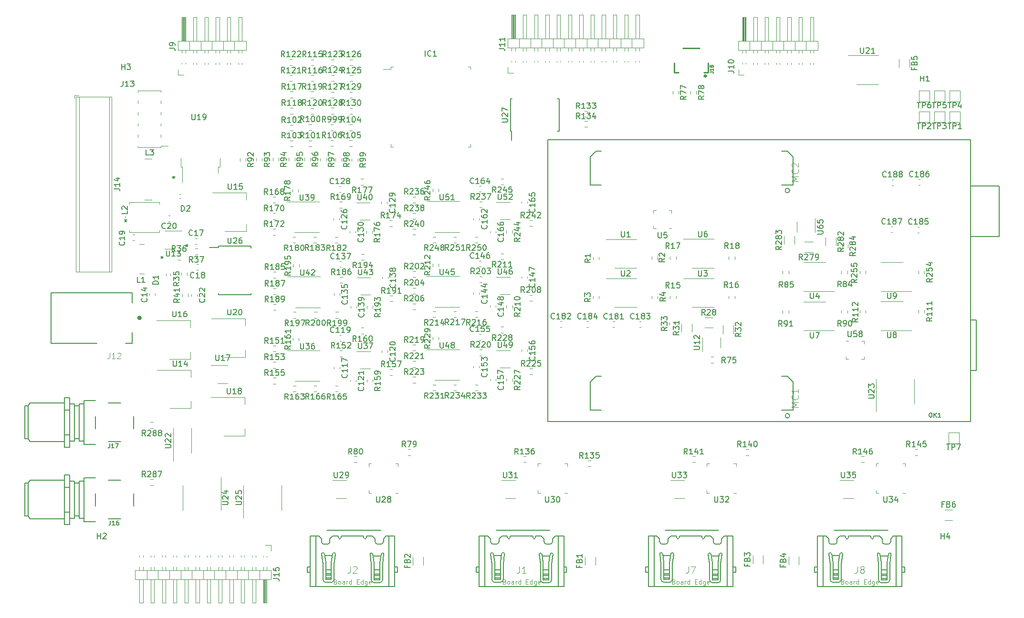
<source format=gto>
G04 #@! TF.GenerationSoftware,KiCad,Pcbnew,(5.1.9-0-10_14)*
G04 #@! TF.CreationDate,2021-06-30T17:42:43-05:00*
G04 #@! TF.ProjectId,covg_daq_v2,636f7667-5f64-4617-915f-76322e6b6963,rev?*
G04 #@! TF.SameCoordinates,Original*
G04 #@! TF.FileFunction,Legend,Top*
G04 #@! TF.FilePolarity,Positive*
%FSLAX46Y46*%
G04 Gerber Fmt 4.6, Leading zero omitted, Abs format (unit mm)*
G04 Created by KiCad (PCBNEW (5.1.9-0-10_14)) date 2021-06-30 17:42:43*
%MOMM*%
%LPD*%
G01*
G04 APERTURE LIST*
%ADD10C,0.127000*%
%ADD11C,0.200000*%
%ADD12C,0.120000*%
%ADD13C,0.398780*%
%ADD14C,0.254000*%
%ADD15C,0.400000*%
%ADD16C,0.203200*%
%ADD17C,0.150000*%
%ADD18C,0.096520*%
%ADD19C,0.100000*%
%ADD20C,0.146710*%
%ADD21C,0.101600*%
%ADD22C,0.015000*%
G04 APERTURE END LIST*
D10*
X42500000Y7860000D02*
X42000000Y7860000D01*
X42000000Y7860000D02*
X41000000Y7860000D01*
X41000000Y7860000D02*
X41000000Y2360000D01*
X41000000Y2360000D02*
X41000000Y1360000D01*
X41000000Y1360000D02*
X41000000Y-1140000D01*
X41000000Y-1140000D02*
X42000000Y-1140000D01*
X42000000Y-1140000D02*
X55000000Y-1140000D01*
X55000000Y-1140000D02*
X56000000Y-1140000D01*
X56000000Y-1140000D02*
X56000000Y1360000D01*
X56000000Y1360000D02*
X56000000Y2360000D01*
X56000000Y2360000D02*
X56000000Y7860000D01*
X56000000Y7860000D02*
X55000000Y7860000D01*
X55000000Y7860000D02*
X54500000Y7860000D01*
X42500000Y7860000D02*
X43000000Y7360000D01*
X43000000Y7360000D02*
X43000000Y6860000D01*
X43500000Y6360000D02*
X44000000Y6360000D01*
X44500000Y6860000D02*
X44500000Y7360000D01*
X44500000Y7360000D02*
X45000000Y7860000D01*
X45000000Y7860000D02*
X46000000Y7860000D01*
X46000000Y7860000D02*
X46000000Y7560000D01*
X46200000Y7360000D02*
X46300000Y7360000D01*
X46500000Y7560000D02*
X46500000Y7860000D01*
X46500000Y7860000D02*
X50500000Y7860000D01*
X50500000Y7860000D02*
X50500000Y7560000D01*
X50700000Y7360000D02*
X50800000Y7360000D01*
X51000000Y7560000D02*
X51000000Y7860000D01*
X51000000Y7860000D02*
X52000000Y7860000D01*
X52000000Y7860000D02*
X52500000Y7360000D01*
X52500000Y7360000D02*
X52500000Y6860000D01*
X53000000Y6360000D02*
X53500000Y6360000D01*
X54000000Y6860000D02*
X54000000Y7360000D01*
X54000000Y7360000D02*
X54500000Y7860000D01*
X42000000Y7860000D02*
X42000000Y-1140000D01*
X55000000Y7860000D02*
X55000000Y-1140000D01*
X41000000Y2360000D02*
X40500000Y2360000D01*
X40500000Y2360000D02*
X40500000Y1360000D01*
X40500000Y1360000D02*
X41000000Y1360000D01*
X56000000Y1360000D02*
X56500000Y1360000D01*
X56500000Y1360000D02*
X56500000Y2360000D01*
X56500000Y2360000D02*
X56000000Y2360000D01*
X43250000Y2860000D02*
X43028100Y4635200D01*
X43226557Y4860000D02*
X43326541Y4860000D01*
X43524532Y4688281D02*
X43750000Y3110000D01*
X43250000Y2860000D02*
X43250000Y110000D01*
X43750000Y-390000D02*
X44750000Y-390000D01*
X45250000Y110000D02*
X45250000Y2860000D01*
X45173460Y4860000D02*
X45273444Y4860000D01*
X45471900Y4635200D02*
X45250000Y2860000D01*
X43750000Y3110000D02*
X43750000Y1860000D01*
X43750000Y1860000D02*
X43750000Y1110000D01*
X43750000Y1110000D02*
X43750000Y860000D01*
X43750000Y860000D02*
X43750000Y360000D01*
X43750000Y360000D02*
X43750000Y110000D01*
X43750000Y110000D02*
X44750000Y110000D01*
X44750000Y110000D02*
X44750000Y360000D01*
X44750000Y360000D02*
X44750000Y860000D01*
X44750000Y860000D02*
X44750000Y1110000D01*
X44750000Y1110000D02*
X44750000Y1860000D01*
X44750000Y1860000D02*
X44750000Y3110000D01*
X44750000Y3110000D02*
X44975469Y4688281D01*
X43750000Y360000D02*
X44750000Y360000D01*
X43750000Y860000D02*
X44750000Y860000D01*
X43750000Y1110000D02*
X44750000Y1110000D01*
X43750000Y1860000D02*
X44750000Y1860000D01*
X43600000Y4360000D02*
X44900000Y4360000D01*
X51850000Y2810000D02*
X51628100Y4585200D01*
X51826556Y4810000D02*
X51926540Y4810000D01*
X52124531Y4638281D02*
X52350000Y3060000D01*
X51850000Y2810000D02*
X51850000Y60000D01*
X52350000Y-440000D02*
X53350000Y-440000D01*
X53850000Y60000D02*
X53850000Y2810000D01*
X53773459Y4810000D02*
X53873443Y4810000D01*
X54071900Y4585200D02*
X53850000Y2810000D01*
X52350000Y3060000D02*
X52350000Y1810000D01*
X52350000Y1810000D02*
X52350000Y1060000D01*
X52350000Y1060000D02*
X52350000Y810000D01*
X52350000Y810000D02*
X52350000Y310000D01*
X52350000Y310000D02*
X52350000Y60000D01*
X52350000Y60000D02*
X53350000Y60000D01*
X53350000Y60000D02*
X53350000Y310000D01*
X53350000Y310000D02*
X53350000Y810000D01*
X53350000Y810000D02*
X53350000Y1060000D01*
X53350000Y1060000D02*
X53350000Y1810000D01*
X53350000Y1810000D02*
X53350000Y3060000D01*
X53350000Y3060000D02*
X53575468Y4638281D01*
X52350000Y310000D02*
X53350000Y310000D01*
X52350000Y810000D02*
X53350000Y810000D01*
X52350000Y1060000D02*
X53350000Y1060000D01*
X52350000Y1810000D02*
X53350000Y1810000D01*
X52200000Y4310000D02*
X53500000Y4310000D01*
X44000000Y8860000D02*
X53500000Y8860000D01*
X53773459Y4809998D02*
G75*
G03*
X53575468Y4638281I0J-200001D01*
G01*
X54071899Y4585198D02*
G75*
G03*
X53873443Y4810000I-198457J24801D01*
G01*
X53850000Y60000D02*
G75*
G02*
X53350000Y-440000I-500000J0D01*
G01*
X52350000Y-440000D02*
G75*
G02*
X51850000Y60000I0J500000D01*
G01*
X52124530Y4638279D02*
G75*
G03*
X51926540Y4810000I-197991J-28280D01*
G01*
X51826557Y4809999D02*
G75*
G03*
X51628100Y4585200I-4J-199997D01*
G01*
X45173461Y4860000D02*
G75*
G03*
X44975469Y4688281I1J-200003D01*
G01*
X45471900Y4635200D02*
G75*
G03*
X45273444Y4860000I-198456J24800D01*
G01*
X45250000Y110000D02*
G75*
G02*
X44750000Y-390000I-500000J0D01*
G01*
X43750000Y-390000D02*
G75*
G02*
X43250000Y110000I0J500000D01*
G01*
X43524533Y4688281D02*
G75*
G03*
X43326541Y4860000I-197991J-28282D01*
G01*
X43226559Y4860001D02*
G75*
G03*
X43028100Y4635200I-4J-199999D01*
G01*
X54000000Y6860000D02*
G75*
G02*
X53500000Y6360000I-500000J0D01*
G01*
X53000000Y6360000D02*
G75*
G02*
X52500000Y6860000I0J500000D01*
G01*
X51000000Y7560000D02*
G75*
G02*
X50800000Y7360000I-200000J0D01*
G01*
X50700000Y7360000D02*
G75*
G02*
X50500000Y7560000I0J200000D01*
G01*
X46500000Y7560000D02*
G75*
G02*
X46300000Y7360000I-200000J0D01*
G01*
X46200000Y7360000D02*
G75*
G02*
X46000000Y7560000I0J200000D01*
G01*
X44500000Y6860000D02*
G75*
G02*
X44000000Y6360000I-500000J0D01*
G01*
X43500000Y6360000D02*
G75*
G02*
X43000000Y6860000I0J500000D01*
G01*
D11*
X159185000Y37181200D02*
X158185000Y37181200D01*
X159185000Y46181200D02*
X159185000Y37181200D01*
X158185000Y46181200D02*
X159185000Y46181200D01*
X163285000Y60981200D02*
X158185000Y60981200D01*
X163285000Y69981200D02*
X163285000Y60981200D01*
X158185000Y69981200D02*
X163285000Y69981200D01*
X158185000Y65281200D02*
X158185000Y78181200D01*
X158185000Y53281200D02*
X158185000Y65281200D01*
X158185000Y48181200D02*
X158185000Y53281200D01*
X158185000Y39181200D02*
X158185000Y48181200D01*
X158185000Y28181200D02*
X158185000Y39181200D01*
X83185000Y28181200D02*
X158185000Y28181200D01*
X83185000Y78181200D02*
X83185000Y28181200D01*
X158185000Y78181200D02*
X83185000Y78181200D01*
X126085000Y69181200D02*
G75*
G03*
X126085000Y69181200I-400000J0D01*
G01*
X90685000Y75181200D02*
X90685000Y70181200D01*
X91685000Y76181200D02*
X90685000Y75181200D01*
X92685000Y76181200D02*
X91685000Y76181200D01*
X125685000Y76181200D02*
X124685000Y76181200D01*
X126685000Y75181200D02*
X125685000Y76181200D01*
X126685000Y70181200D02*
X126685000Y75181200D01*
X92685000Y70181200D02*
X90685000Y70181200D01*
X126685000Y70181200D02*
X124685000Y70181200D01*
X126085000Y29181200D02*
G75*
G03*
X126085000Y29181200I-400000J0D01*
G01*
X90685000Y35181200D02*
X90685000Y30181200D01*
X91685000Y36181200D02*
X90685000Y35181200D01*
X92685000Y36181200D02*
X91685000Y36181200D01*
X125685000Y36181200D02*
X124685000Y36181200D01*
X126685000Y35181200D02*
X125685000Y36181200D01*
X126685000Y30181200D02*
X126685000Y35181200D01*
X92685000Y30181200D02*
X90685000Y30181200D01*
X126685000Y30181200D02*
X124685000Y30181200D01*
D12*
X76017200Y94524400D02*
X100137200Y94524400D01*
X100137200Y94524400D02*
X100137200Y96144400D01*
X100137200Y96144400D02*
X76017200Y96144400D01*
X76017200Y96144400D02*
X76017200Y94524400D01*
X76767200Y96144400D02*
X76767200Y100344400D01*
X76767200Y100344400D02*
X77387200Y100344400D01*
X77387200Y100344400D02*
X77387200Y96144400D01*
X76827200Y96144400D02*
X76827200Y100344400D01*
X76947200Y96144400D02*
X76947200Y100344400D01*
X77067200Y96144400D02*
X77067200Y100344400D01*
X77187200Y96144400D02*
X77187200Y100344400D01*
X77307200Y96144400D02*
X77307200Y100344400D01*
X76767200Y93966514D02*
X76767200Y94524400D01*
X77387200Y93966514D02*
X77387200Y94524400D01*
X76767200Y92019400D02*
X76767200Y92202286D01*
X77387200Y92019400D02*
X77387200Y92202286D01*
X78077200Y94524400D02*
X78077200Y96144400D01*
X78767200Y96144400D02*
X78767200Y100344400D01*
X78767200Y100344400D02*
X79387200Y100344400D01*
X79387200Y100344400D02*
X79387200Y96144400D01*
X78767200Y93966514D02*
X78767200Y94524400D01*
X79387200Y93966514D02*
X79387200Y94524400D01*
X78767200Y91966514D02*
X78767200Y92202286D01*
X79387200Y91966514D02*
X79387200Y92202286D01*
X80077200Y94524400D02*
X80077200Y96144400D01*
X80767200Y96144400D02*
X80767200Y100344400D01*
X80767200Y100344400D02*
X81387200Y100344400D01*
X81387200Y100344400D02*
X81387200Y96144400D01*
X80767200Y93966514D02*
X80767200Y94524400D01*
X81387200Y93966514D02*
X81387200Y94524400D01*
X80767200Y91966514D02*
X80767200Y92202286D01*
X81387200Y91966514D02*
X81387200Y92202286D01*
X82077200Y94524400D02*
X82077200Y96144400D01*
X82767200Y96144400D02*
X82767200Y100344400D01*
X82767200Y100344400D02*
X83387200Y100344400D01*
X83387200Y100344400D02*
X83387200Y96144400D01*
X82767200Y93966514D02*
X82767200Y94524400D01*
X83387200Y93966514D02*
X83387200Y94524400D01*
X82767200Y91966514D02*
X82767200Y92202286D01*
X83387200Y91966514D02*
X83387200Y92202286D01*
X84077200Y94524400D02*
X84077200Y96144400D01*
X84767200Y96144400D02*
X84767200Y100344400D01*
X84767200Y100344400D02*
X85387200Y100344400D01*
X85387200Y100344400D02*
X85387200Y96144400D01*
X84767200Y93966514D02*
X84767200Y94524400D01*
X85387200Y93966514D02*
X85387200Y94524400D01*
X84767200Y91966514D02*
X84767200Y92202286D01*
X85387200Y91966514D02*
X85387200Y92202286D01*
X86077200Y94524400D02*
X86077200Y96144400D01*
X86767200Y96144400D02*
X86767200Y100344400D01*
X86767200Y100344400D02*
X87387200Y100344400D01*
X87387200Y100344400D02*
X87387200Y96144400D01*
X86767200Y93966514D02*
X86767200Y94524400D01*
X87387200Y93966514D02*
X87387200Y94524400D01*
X86767200Y91966514D02*
X86767200Y92202286D01*
X87387200Y91966514D02*
X87387200Y92202286D01*
X88077200Y94524400D02*
X88077200Y96144400D01*
X88767200Y96144400D02*
X88767200Y100344400D01*
X88767200Y100344400D02*
X89387200Y100344400D01*
X89387200Y100344400D02*
X89387200Y96144400D01*
X88767200Y93966514D02*
X88767200Y94524400D01*
X89387200Y93966514D02*
X89387200Y94524400D01*
X88767200Y91966514D02*
X88767200Y92202286D01*
X89387200Y91966514D02*
X89387200Y92202286D01*
X90077200Y94524400D02*
X90077200Y96144400D01*
X90767200Y96144400D02*
X90767200Y100344400D01*
X90767200Y100344400D02*
X91387200Y100344400D01*
X91387200Y100344400D02*
X91387200Y96144400D01*
X90767200Y93966514D02*
X90767200Y94524400D01*
X91387200Y93966514D02*
X91387200Y94524400D01*
X90767200Y91966514D02*
X90767200Y92202286D01*
X91387200Y91966514D02*
X91387200Y92202286D01*
X92077200Y94524400D02*
X92077200Y96144400D01*
X92767200Y96144400D02*
X92767200Y100344400D01*
X92767200Y100344400D02*
X93387200Y100344400D01*
X93387200Y100344400D02*
X93387200Y96144400D01*
X92767200Y93966514D02*
X92767200Y94524400D01*
X93387200Y93966514D02*
X93387200Y94524400D01*
X92767200Y91966514D02*
X92767200Y92202286D01*
X93387200Y91966514D02*
X93387200Y92202286D01*
X94077200Y94524400D02*
X94077200Y96144400D01*
X94767200Y96144400D02*
X94767200Y100344400D01*
X94767200Y100344400D02*
X95387200Y100344400D01*
X95387200Y100344400D02*
X95387200Y96144400D01*
X94767200Y93966514D02*
X94767200Y94524400D01*
X95387200Y93966514D02*
X95387200Y94524400D01*
X94767200Y91966514D02*
X94767200Y92202286D01*
X95387200Y91966514D02*
X95387200Y92202286D01*
X96077200Y94524400D02*
X96077200Y96144400D01*
X96767200Y96144400D02*
X96767200Y100344400D01*
X96767200Y100344400D02*
X97387200Y100344400D01*
X97387200Y100344400D02*
X97387200Y96144400D01*
X96767200Y93966514D02*
X96767200Y94524400D01*
X97387200Y93966514D02*
X97387200Y94524400D01*
X96767200Y91966514D02*
X96767200Y92202286D01*
X97387200Y91966514D02*
X97387200Y92202286D01*
X98077200Y94524400D02*
X98077200Y96144400D01*
X98767200Y96144400D02*
X98767200Y100344400D01*
X98767200Y100344400D02*
X99387200Y100344400D01*
X99387200Y100344400D02*
X99387200Y96144400D01*
X98767200Y93966514D02*
X98767200Y94524400D01*
X99387200Y93966514D02*
X99387200Y94524400D01*
X98767200Y91966514D02*
X98767200Y92202286D01*
X99387200Y91966514D02*
X99387200Y92202286D01*
X77077200Y90084400D02*
X76077200Y90084400D01*
X76077200Y90084400D02*
X76077200Y91084400D01*
X17510400Y94119400D02*
X29630400Y94119400D01*
X29630400Y94119400D02*
X29630400Y95739400D01*
X29630400Y95739400D02*
X17510400Y95739400D01*
X17510400Y95739400D02*
X17510400Y94119400D01*
X18260400Y95739400D02*
X18260400Y99939400D01*
X18260400Y99939400D02*
X18880400Y99939400D01*
X18880400Y99939400D02*
X18880400Y95739400D01*
X18320400Y95739400D02*
X18320400Y99939400D01*
X18440400Y95739400D02*
X18440400Y99939400D01*
X18560400Y95739400D02*
X18560400Y99939400D01*
X18680400Y95739400D02*
X18680400Y99939400D01*
X18800400Y95739400D02*
X18800400Y99939400D01*
X18260400Y93561514D02*
X18260400Y94119400D01*
X18880400Y93561514D02*
X18880400Y94119400D01*
X18260400Y91614400D02*
X18260400Y91797286D01*
X18880400Y91614400D02*
X18880400Y91797286D01*
X19570400Y94119400D02*
X19570400Y95739400D01*
X20260400Y95739400D02*
X20260400Y99939400D01*
X20260400Y99939400D02*
X20880400Y99939400D01*
X20880400Y99939400D02*
X20880400Y95739400D01*
X20260400Y93561514D02*
X20260400Y94119400D01*
X20880400Y93561514D02*
X20880400Y94119400D01*
X20260400Y91561514D02*
X20260400Y91797286D01*
X20880400Y91561514D02*
X20880400Y91797286D01*
X21570400Y94119400D02*
X21570400Y95739400D01*
X22260400Y95739400D02*
X22260400Y99939400D01*
X22260400Y99939400D02*
X22880400Y99939400D01*
X22880400Y99939400D02*
X22880400Y95739400D01*
X22260400Y93561514D02*
X22260400Y94119400D01*
X22880400Y93561514D02*
X22880400Y94119400D01*
X22260400Y91561514D02*
X22260400Y91797286D01*
X22880400Y91561514D02*
X22880400Y91797286D01*
X23570400Y94119400D02*
X23570400Y95739400D01*
X24260400Y95739400D02*
X24260400Y99939400D01*
X24260400Y99939400D02*
X24880400Y99939400D01*
X24880400Y99939400D02*
X24880400Y95739400D01*
X24260400Y93561514D02*
X24260400Y94119400D01*
X24880400Y93561514D02*
X24880400Y94119400D01*
X24260400Y91561514D02*
X24260400Y91797286D01*
X24880400Y91561514D02*
X24880400Y91797286D01*
X25570400Y94119400D02*
X25570400Y95739400D01*
X26260400Y95739400D02*
X26260400Y99939400D01*
X26260400Y99939400D02*
X26880400Y99939400D01*
X26880400Y99939400D02*
X26880400Y95739400D01*
X26260400Y93561514D02*
X26260400Y94119400D01*
X26880400Y93561514D02*
X26880400Y94119400D01*
X26260400Y91561514D02*
X26260400Y91797286D01*
X26880400Y91561514D02*
X26880400Y91797286D01*
X27570400Y94119400D02*
X27570400Y95739400D01*
X28260400Y95739400D02*
X28260400Y99939400D01*
X28260400Y99939400D02*
X28880400Y99939400D01*
X28880400Y99939400D02*
X28880400Y95739400D01*
X28260400Y93561514D02*
X28260400Y94119400D01*
X28880400Y93561514D02*
X28880400Y94119400D01*
X28260400Y91561514D02*
X28260400Y91797286D01*
X28880400Y91561514D02*
X28880400Y91797286D01*
X18570400Y89679400D02*
X17570400Y89679400D01*
X17570400Y89679400D02*
X17570400Y90679400D01*
X144182420Y71096600D02*
X144463580Y71096600D01*
X144182420Y70076600D02*
X144463580Y70076600D01*
X144029420Y62765400D02*
X144310580Y62765400D01*
X144029420Y61745400D02*
X144310580Y61745400D01*
X148932420Y71147400D02*
X149213580Y71147400D01*
X148932420Y70127400D02*
X149213580Y70127400D01*
X148779420Y62714600D02*
X149060580Y62714600D01*
X148779420Y61694600D02*
X149060580Y61694600D01*
X90054820Y45925200D02*
X90335980Y45925200D01*
X90054820Y44905200D02*
X90335980Y44905200D01*
X99427420Y45899800D02*
X99708580Y45899800D01*
X99427420Y44879800D02*
X99708580Y44879800D01*
X85330420Y45925200D02*
X85611580Y45925200D01*
X85330420Y44905200D02*
X85611580Y44905200D01*
X94703020Y45899800D02*
X94984180Y45899800D01*
X94703020Y44879800D02*
X94984180Y44879800D01*
X144211000Y51287200D02*
X147661000Y51287200D01*
X144211000Y51287200D02*
X142261000Y51287200D01*
X144211000Y56407200D02*
X146161000Y56407200D01*
X144211000Y56407200D02*
X142261000Y56407200D01*
X144199000Y44331400D02*
X147649000Y44331400D01*
X144199000Y44331400D02*
X142249000Y44331400D01*
X144199000Y49451400D02*
X146149000Y49451400D01*
X144199000Y49451400D02*
X142249000Y49451400D01*
X130514000Y44297200D02*
X133964000Y44297200D01*
X130514000Y44297200D02*
X128564000Y44297200D01*
X130514000Y49417200D02*
X132464000Y49417200D01*
X130514000Y49417200D02*
X128564000Y49417200D01*
X110662000Y60573400D02*
X107212000Y60573400D01*
X110662000Y60573400D02*
X112612000Y60573400D01*
X110662000Y55453400D02*
X108712000Y55453400D01*
X110662000Y55453400D02*
X112612000Y55453400D01*
X130522000Y51289200D02*
X133972000Y51289200D01*
X130522000Y51289200D02*
X128572000Y51289200D01*
X130522000Y56409200D02*
X132472000Y56409200D01*
X130522000Y56409200D02*
X128572000Y56409200D01*
X110654000Y53581400D02*
X107204000Y53581400D01*
X110654000Y53581400D02*
X112604000Y53581400D01*
X110654000Y48461400D02*
X108704000Y48461400D01*
X110654000Y48461400D02*
X112604000Y48461400D01*
X96964400Y53583400D02*
X93514400Y53583400D01*
X96964400Y53583400D02*
X98914400Y53583400D01*
X96964400Y48463400D02*
X95014400Y48463400D01*
X96964400Y48463400D02*
X98914400Y48463400D01*
X96976600Y60539200D02*
X93526600Y60539200D01*
X96976600Y60539200D02*
X98926600Y60539200D01*
X96976600Y55419200D02*
X95026600Y55419200D01*
X96976600Y55419200D02*
X98926600Y55419200D01*
X138542500Y54881458D02*
X138542500Y54406942D01*
X139587500Y54881458D02*
X139587500Y54406942D01*
X148956500Y54906858D02*
X148956500Y54432342D01*
X150001500Y54906858D02*
X150001500Y54432342D01*
X138530500Y47925658D02*
X138530500Y47451142D01*
X139575500Y47925658D02*
X139575500Y47451142D01*
X148944500Y47951058D02*
X148944500Y47476542D01*
X149989500Y47951058D02*
X149989500Y47476542D01*
X124845500Y47891458D02*
X124845500Y47416942D01*
X125890500Y47891458D02*
X125890500Y47416942D01*
X135259500Y47916858D02*
X135259500Y47442342D01*
X136304500Y47916858D02*
X136304500Y47442342D01*
X124853500Y54883458D02*
X124853500Y54408942D01*
X125898500Y54883458D02*
X125898500Y54408942D01*
X135267500Y54908858D02*
X135267500Y54434342D01*
X136312500Y54908858D02*
X136312500Y54434342D01*
X116330500Y56979142D02*
X116330500Y57453658D01*
X115285500Y56979142D02*
X115285500Y57453658D01*
X105916500Y56953742D02*
X105916500Y57428258D01*
X104871500Y56953742D02*
X104871500Y57428258D01*
X116322500Y49987142D02*
X116322500Y50461658D01*
X115277500Y49987142D02*
X115277500Y50461658D01*
X105908500Y49961742D02*
X105908500Y50436258D01*
X104863500Y49961742D02*
X104863500Y50436258D01*
X102632500Y49989142D02*
X102632500Y50463658D01*
X101587500Y49989142D02*
X101587500Y50463658D01*
X92218900Y49963742D02*
X92218900Y50438258D01*
X91173900Y49963742D02*
X91173900Y50438258D01*
X102645500Y56944942D02*
X102645500Y57419458D01*
X101600500Y56944942D02*
X101600500Y57419458D01*
X92231100Y56919542D02*
X92231100Y57394058D01*
X91186100Y56919542D02*
X91186100Y57394058D01*
X17765800Y67763200D02*
X18065800Y67763200D01*
X17765800Y68533200D02*
X18065800Y68533200D01*
X15439200Y54389200D02*
X15439200Y54089200D01*
X16209200Y54389200D02*
X16209200Y54089200D01*
X16713200Y58791200D02*
X15213200Y58791200D01*
X18213200Y62011200D02*
X15213200Y62011200D01*
X13134058Y26985700D02*
X12659542Y26985700D01*
X13134058Y28030700D02*
X12659542Y28030700D01*
X12659542Y17870700D02*
X13134058Y17870700D01*
X12659542Y16825700D02*
X13134058Y16825700D01*
X34080000Y1767000D02*
X9960000Y1767000D01*
X9960000Y1767000D02*
X9960000Y147000D01*
X9960000Y147000D02*
X34080000Y147000D01*
X34080000Y147000D02*
X34080000Y1767000D01*
X33330000Y147000D02*
X33330000Y-4053000D01*
X33330000Y-4053000D02*
X32710000Y-4053000D01*
X32710000Y-4053000D02*
X32710000Y147000D01*
X33270000Y147000D02*
X33270000Y-4053000D01*
X33150000Y147000D02*
X33150000Y-4053000D01*
X33030000Y147000D02*
X33030000Y-4053000D01*
X32910000Y147000D02*
X32910000Y-4053000D01*
X32790000Y147000D02*
X32790000Y-4053000D01*
X33330000Y2324886D02*
X33330000Y1767000D01*
X32710000Y2324886D02*
X32710000Y1767000D01*
X33330000Y4272000D02*
X33330000Y4089114D01*
X32710000Y4272000D02*
X32710000Y4089114D01*
X32020000Y1767000D02*
X32020000Y147000D01*
X31330000Y147000D02*
X31330000Y-4053000D01*
X31330000Y-4053000D02*
X30710000Y-4053000D01*
X30710000Y-4053000D02*
X30710000Y147000D01*
X31330000Y2324886D02*
X31330000Y1767000D01*
X30710000Y2324886D02*
X30710000Y1767000D01*
X31330000Y4324886D02*
X31330000Y4089114D01*
X30710000Y4324886D02*
X30710000Y4089114D01*
X30020000Y1767000D02*
X30020000Y147000D01*
X29330000Y147000D02*
X29330000Y-4053000D01*
X29330000Y-4053000D02*
X28710000Y-4053000D01*
X28710000Y-4053000D02*
X28710000Y147000D01*
X29330000Y2324886D02*
X29330000Y1767000D01*
X28710000Y2324886D02*
X28710000Y1767000D01*
X29330000Y4324886D02*
X29330000Y4089114D01*
X28710000Y4324886D02*
X28710000Y4089114D01*
X28020000Y1767000D02*
X28020000Y147000D01*
X27330000Y147000D02*
X27330000Y-4053000D01*
X27330000Y-4053000D02*
X26710000Y-4053000D01*
X26710000Y-4053000D02*
X26710000Y147000D01*
X27330000Y2324886D02*
X27330000Y1767000D01*
X26710000Y2324886D02*
X26710000Y1767000D01*
X27330000Y4324886D02*
X27330000Y4089114D01*
X26710000Y4324886D02*
X26710000Y4089114D01*
X26020000Y1767000D02*
X26020000Y147000D01*
X25330000Y147000D02*
X25330000Y-4053000D01*
X25330000Y-4053000D02*
X24710000Y-4053000D01*
X24710000Y-4053000D02*
X24710000Y147000D01*
X25330000Y2324886D02*
X25330000Y1767000D01*
X24710000Y2324886D02*
X24710000Y1767000D01*
X25330000Y4324886D02*
X25330000Y4089114D01*
X24710000Y4324886D02*
X24710000Y4089114D01*
X24020000Y1767000D02*
X24020000Y147000D01*
X23330000Y147000D02*
X23330000Y-4053000D01*
X23330000Y-4053000D02*
X22710000Y-4053000D01*
X22710000Y-4053000D02*
X22710000Y147000D01*
X23330000Y2324886D02*
X23330000Y1767000D01*
X22710000Y2324886D02*
X22710000Y1767000D01*
X23330000Y4324886D02*
X23330000Y4089114D01*
X22710000Y4324886D02*
X22710000Y4089114D01*
X22020000Y1767000D02*
X22020000Y147000D01*
X21330000Y147000D02*
X21330000Y-4053000D01*
X21330000Y-4053000D02*
X20710000Y-4053000D01*
X20710000Y-4053000D02*
X20710000Y147000D01*
X21330000Y2324886D02*
X21330000Y1767000D01*
X20710000Y2324886D02*
X20710000Y1767000D01*
X21330000Y4324886D02*
X21330000Y4089114D01*
X20710000Y4324886D02*
X20710000Y4089114D01*
X20020000Y1767000D02*
X20020000Y147000D01*
X19330000Y147000D02*
X19330000Y-4053000D01*
X19330000Y-4053000D02*
X18710000Y-4053000D01*
X18710000Y-4053000D02*
X18710000Y147000D01*
X19330000Y2324886D02*
X19330000Y1767000D01*
X18710000Y2324886D02*
X18710000Y1767000D01*
X19330000Y4324886D02*
X19330000Y4089114D01*
X18710000Y4324886D02*
X18710000Y4089114D01*
X18020000Y1767000D02*
X18020000Y147000D01*
X17330000Y147000D02*
X17330000Y-4053000D01*
X17330000Y-4053000D02*
X16710000Y-4053000D01*
X16710000Y-4053000D02*
X16710000Y147000D01*
X17330000Y2324886D02*
X17330000Y1767000D01*
X16710000Y2324886D02*
X16710000Y1767000D01*
X17330000Y4324886D02*
X17330000Y4089114D01*
X16710000Y4324886D02*
X16710000Y4089114D01*
X16020000Y1767000D02*
X16020000Y147000D01*
X15330000Y147000D02*
X15330000Y-4053000D01*
X15330000Y-4053000D02*
X14710000Y-4053000D01*
X14710000Y-4053000D02*
X14710000Y147000D01*
X15330000Y2324886D02*
X15330000Y1767000D01*
X14710000Y2324886D02*
X14710000Y1767000D01*
X15330000Y4324886D02*
X15330000Y4089114D01*
X14710000Y4324886D02*
X14710000Y4089114D01*
X14020000Y1767000D02*
X14020000Y147000D01*
X13330000Y147000D02*
X13330000Y-4053000D01*
X13330000Y-4053000D02*
X12710000Y-4053000D01*
X12710000Y-4053000D02*
X12710000Y147000D01*
X13330000Y2324886D02*
X13330000Y1767000D01*
X12710000Y2324886D02*
X12710000Y1767000D01*
X13330000Y4324886D02*
X13330000Y4089114D01*
X12710000Y4324886D02*
X12710000Y4089114D01*
X12020000Y1767000D02*
X12020000Y147000D01*
X11330000Y147000D02*
X11330000Y-4053000D01*
X11330000Y-4053000D02*
X10710000Y-4053000D01*
X10710000Y-4053000D02*
X10710000Y147000D01*
X11330000Y2324886D02*
X11330000Y1767000D01*
X10710000Y2324886D02*
X10710000Y1767000D01*
X11330000Y4324886D02*
X11330000Y4089114D01*
X10710000Y4324886D02*
X10710000Y4089114D01*
X33020000Y6207000D02*
X34020000Y6207000D01*
X34020000Y6207000D02*
X34020000Y5207000D01*
D13*
X111249060Y89514680D02*
G75*
G03*
X111249060Y89514680I-139700J0D01*
G01*
D14*
X111609740Y90162380D02*
X110857900Y90162380D01*
X105610260Y90162380D02*
X105610260Y91813380D01*
X106362100Y90162380D02*
X105610260Y90162380D01*
X111609740Y91813380D02*
X111609740Y90162380D01*
X110108600Y94414340D02*
X107111400Y94414340D01*
D12*
X59211142Y61315700D02*
X59685658Y61315700D01*
X59211142Y62360700D02*
X59685658Y62360700D01*
X59211142Y67030700D02*
X59685658Y67030700D01*
X59211142Y68075700D02*
X59685658Y68075700D01*
X59213142Y35031700D02*
X59687658Y35031700D01*
X59213142Y36076700D02*
X59687658Y36076700D01*
X59213142Y40746700D02*
X59687658Y40746700D01*
X59213142Y41791700D02*
X59687658Y41791700D01*
X59212142Y48053700D02*
X59686658Y48053700D01*
X59212142Y49098700D02*
X59686658Y49098700D01*
X59212142Y53768700D02*
X59686658Y53768700D01*
X59212142Y54813700D02*
X59686658Y54813700D01*
X34455142Y47940700D02*
X34929658Y47940700D01*
X34455142Y48985700D02*
X34929658Y48985700D01*
X34455142Y53655700D02*
X34929658Y53655700D01*
X34455142Y54700700D02*
X34929658Y54700700D01*
X34351142Y61275700D02*
X34825658Y61275700D01*
X34351142Y62320700D02*
X34825658Y62320700D01*
X34351142Y66990700D02*
X34825658Y66990700D01*
X34351142Y68035700D02*
X34825658Y68035700D01*
X34425142Y34860700D02*
X34899658Y34860700D01*
X34425142Y35905700D02*
X34899658Y35905700D01*
X34425142Y40575700D02*
X34899658Y40575700D01*
X34425142Y41620700D02*
X34899658Y41620700D01*
X23485100Y46445100D02*
X29495100Y46445100D01*
X25735100Y39625100D02*
X29495100Y39625100D01*
X29495100Y46445100D02*
X29495100Y45185100D01*
X29495100Y39625100D02*
X29495100Y40885100D01*
X23413500Y32454900D02*
X29423500Y32454900D01*
X25663500Y25634900D02*
X29423500Y25634900D01*
X29423500Y32454900D02*
X29423500Y31194900D01*
X29423500Y25634900D02*
X29423500Y26894900D01*
X23604000Y68764200D02*
X29614000Y68764200D01*
X25854000Y61944200D02*
X29614000Y61944200D01*
X29614000Y68764200D02*
X29614000Y67504200D01*
X29614000Y61944200D02*
X29614000Y63204200D01*
X13825000Y37319000D02*
X19835000Y37319000D01*
X16075000Y30499000D02*
X19835000Y30499000D01*
X19835000Y37319000D02*
X19835000Y36059000D01*
X19835000Y30499000D02*
X19835000Y31759000D01*
X117000000Y89679400D02*
X117000000Y90679400D01*
X118000000Y89679400D02*
X117000000Y89679400D01*
X130310000Y91561514D02*
X130310000Y91797286D01*
X129690000Y91561514D02*
X129690000Y91797286D01*
X130310000Y93561514D02*
X130310000Y94119400D01*
X129690000Y93561514D02*
X129690000Y94119400D01*
X130310000Y99939400D02*
X130310000Y95739400D01*
X129690000Y99939400D02*
X130310000Y99939400D01*
X129690000Y95739400D02*
X129690000Y99939400D01*
X129000000Y94119400D02*
X129000000Y95739400D01*
X128310000Y91561514D02*
X128310000Y91797286D01*
X127690000Y91561514D02*
X127690000Y91797286D01*
X128310000Y93561514D02*
X128310000Y94119400D01*
X127690000Y93561514D02*
X127690000Y94119400D01*
X128310000Y99939400D02*
X128310000Y95739400D01*
X127690000Y99939400D02*
X128310000Y99939400D01*
X127690000Y95739400D02*
X127690000Y99939400D01*
X127000000Y94119400D02*
X127000000Y95739400D01*
X126310000Y91561514D02*
X126310000Y91797286D01*
X125690000Y91561514D02*
X125690000Y91797286D01*
X126310000Y93561514D02*
X126310000Y94119400D01*
X125690000Y93561514D02*
X125690000Y94119400D01*
X126310000Y99939400D02*
X126310000Y95739400D01*
X125690000Y99939400D02*
X126310000Y99939400D01*
X125690000Y95739400D02*
X125690000Y99939400D01*
X125000000Y94119400D02*
X125000000Y95739400D01*
X124310000Y91561514D02*
X124310000Y91797286D01*
X123690000Y91561514D02*
X123690000Y91797286D01*
X124310000Y93561514D02*
X124310000Y94119400D01*
X123690000Y93561514D02*
X123690000Y94119400D01*
X124310000Y99939400D02*
X124310000Y95739400D01*
X123690000Y99939400D02*
X124310000Y99939400D01*
X123690000Y95739400D02*
X123690000Y99939400D01*
X123000000Y94119400D02*
X123000000Y95739400D01*
X122310000Y91561514D02*
X122310000Y91797286D01*
X121690000Y91561514D02*
X121690000Y91797286D01*
X122310000Y93561514D02*
X122310000Y94119400D01*
X121690000Y93561514D02*
X121690000Y94119400D01*
X122310000Y99939400D02*
X122310000Y95739400D01*
X121690000Y99939400D02*
X122310000Y99939400D01*
X121690000Y95739400D02*
X121690000Y99939400D01*
X121000000Y94119400D02*
X121000000Y95739400D01*
X120310000Y91561514D02*
X120310000Y91797286D01*
X119690000Y91561514D02*
X119690000Y91797286D01*
X120310000Y93561514D02*
X120310000Y94119400D01*
X119690000Y93561514D02*
X119690000Y94119400D01*
X120310000Y99939400D02*
X120310000Y95739400D01*
X119690000Y99939400D02*
X120310000Y99939400D01*
X119690000Y95739400D02*
X119690000Y99939400D01*
X119000000Y94119400D02*
X119000000Y95739400D01*
X118310000Y91614400D02*
X118310000Y91797286D01*
X117690000Y91614400D02*
X117690000Y91797286D01*
X118310000Y93561514D02*
X118310000Y94119400D01*
X117690000Y93561514D02*
X117690000Y94119400D01*
X118230000Y95739400D02*
X118230000Y99939400D01*
X118110000Y95739400D02*
X118110000Y99939400D01*
X117990000Y95739400D02*
X117990000Y99939400D01*
X117870000Y95739400D02*
X117870000Y99939400D01*
X117750000Y95739400D02*
X117750000Y99939400D01*
X118310000Y99939400D02*
X118310000Y95739400D01*
X117690000Y99939400D02*
X118310000Y99939400D01*
X117690000Y95739400D02*
X117690000Y99939400D01*
X116940000Y95739400D02*
X116940000Y94119400D01*
X131060000Y95739400D02*
X116940000Y95739400D01*
X131060000Y94119400D02*
X131060000Y95739400D01*
X116940000Y94119400D02*
X131060000Y94119400D01*
D15*
X10905800Y46558200D02*
G75*
G03*
X10905800Y46558200I-200000J0D01*
G01*
D10*
X9405800Y44008200D02*
X9405800Y42058200D01*
X3155800Y42058200D02*
X-4994200Y42058200D01*
X9405800Y51058200D02*
X9405800Y49208200D01*
X9405800Y42058200D02*
X8255800Y42058200D01*
X-4994200Y51058200D02*
X9405800Y51058200D01*
X-4994200Y42058200D02*
X-4994200Y51058200D01*
D12*
X10683240Y54368700D02*
X11516360Y54368700D01*
X11516360Y59626500D02*
X10683240Y59626500D01*
X11642040Y67564000D02*
X12881560Y67564000D01*
X12881560Y74828400D02*
X11642040Y74828400D01*
X8318500Y64439800D02*
G75*
G03*
X8318500Y64439800I-76200J0D01*
G01*
X14236700Y66741250D02*
X14236700Y67119500D01*
X8877300Y62138350D02*
X8877300Y61760100D01*
X8877300Y67119500D02*
X8877300Y66741250D01*
X14236700Y67119500D02*
X8877300Y67119500D01*
X14236700Y61760100D02*
X14236700Y62138350D01*
X8877300Y61760100D02*
X14236700Y61760100D01*
X69011000Y76964000D02*
X69486000Y76964000D01*
X69486000Y76964000D02*
X69486000Y77439000D01*
X55741000Y76964000D02*
X55266000Y76964000D01*
X55266000Y76964000D02*
X55266000Y77439000D01*
X69011000Y91184000D02*
X69486000Y91184000D01*
X69486000Y91184000D02*
X69486000Y90709000D01*
X55741000Y91184000D02*
X55266000Y91184000D01*
X55266000Y91184000D02*
X55266000Y90709000D01*
X55266000Y90709000D02*
X53926000Y90709000D01*
X141865000Y15490000D02*
X141390000Y15490000D01*
X141390000Y15490000D02*
X141390000Y15965000D01*
X146135000Y20710000D02*
X146610000Y20710000D01*
X146610000Y20710000D02*
X146610000Y20235000D01*
X141865000Y20710000D02*
X141390000Y20710000D01*
X141390000Y20710000D02*
X141390000Y20235000D01*
X146135000Y15490000D02*
X146610000Y15490000D01*
X111865000Y15490000D02*
X111390000Y15490000D01*
X111390000Y15490000D02*
X111390000Y15965000D01*
X116135000Y20710000D02*
X116610000Y20710000D01*
X116610000Y20710000D02*
X116610000Y20235000D01*
X111865000Y20710000D02*
X111390000Y20710000D01*
X111390000Y20710000D02*
X111390000Y20235000D01*
X116135000Y15490000D02*
X116610000Y15490000D01*
X81865000Y15490000D02*
X81390000Y15490000D01*
X81390000Y15490000D02*
X81390000Y15965000D01*
X86135000Y20710000D02*
X86610000Y20710000D01*
X86610000Y20710000D02*
X86610000Y20235000D01*
X81865000Y20710000D02*
X81390000Y20710000D01*
X81390000Y20710000D02*
X81390000Y20235000D01*
X86135000Y15490000D02*
X86610000Y15490000D01*
X51865000Y15490000D02*
X51390000Y15490000D01*
X51390000Y15490000D02*
X51390000Y15965000D01*
X56135000Y20710000D02*
X56610000Y20710000D01*
X56610000Y20710000D02*
X56610000Y20235000D01*
X51865000Y20710000D02*
X51390000Y20710000D01*
X51390000Y20710000D02*
X51390000Y20235000D01*
X56135000Y15490000D02*
X56610000Y15490000D01*
D16*
X-807200Y11400200D02*
X-807200Y17200200D01*
X-7200Y11400200D02*
X-7200Y17200200D01*
X2892800Y18200200D02*
X892800Y18200200D01*
X2892800Y10400200D02*
X892800Y10400200D01*
X-2607200Y17700200D02*
X-2607200Y16500200D01*
X-2607200Y18700200D02*
X-2607200Y17700200D01*
X-2607200Y12100200D02*
X-2607200Y16500200D01*
X-2607200Y10900200D02*
X-2607200Y9900200D01*
X-2607200Y12100200D02*
X-2607200Y10900200D01*
X-1707200Y11000200D02*
X-1707200Y9900200D01*
X-1707200Y12100200D02*
X-1707200Y11000200D01*
X-1707200Y12100200D02*
X-2607200Y12100200D01*
X-1707200Y17600200D02*
X-1707200Y18700200D01*
X-1707200Y16500200D02*
X-1707200Y17600200D01*
X-1707200Y16500200D02*
X-2607200Y16500200D01*
X-1707200Y16500200D02*
X-1707200Y12100200D01*
X-2607200Y18700200D02*
X-1707200Y18700200D01*
X-1707200Y9900200D02*
X-2607200Y9900200D01*
X892800Y11000200D02*
X892800Y10400200D01*
X892800Y17600200D02*
X892800Y11000200D01*
X892800Y18200200D02*
X892800Y17600200D01*
X-9007200Y17200200D02*
X-9007200Y11400200D01*
X-2607200Y17700200D02*
X-8707200Y17700200D01*
X-9007200Y17200200D02*
X-9607200Y17200200D01*
X-8707200Y17700200D02*
X-9007200Y17200200D01*
X-807200Y17600200D02*
X-1707200Y17600200D01*
X-807200Y17200200D02*
X-807200Y17600200D01*
X-7200Y17200200D02*
X-807200Y17200200D01*
X-7200Y17600200D02*
X-7200Y17200200D01*
X892800Y17600200D02*
X-7200Y17600200D01*
X-2607200Y10900200D02*
X-8707200Y10900200D01*
X-9607200Y17200200D02*
X-9607200Y11400200D01*
X-9007200Y11400200D02*
X-9607200Y11400200D01*
X-8707200Y10900200D02*
X-9007200Y11400200D01*
X-807200Y11000200D02*
X-1707200Y11000200D01*
X-807200Y11400200D02*
X-807200Y11000200D01*
X-7200Y11400200D02*
X-807200Y11400200D01*
X-7200Y11000200D02*
X-7200Y11400200D01*
X892800Y11000200D02*
X-7200Y11000200D01*
X9692800Y15400200D02*
X9692800Y13200200D01*
X5192800Y17700200D02*
X7392800Y17700200D01*
X2892800Y13200200D02*
X2892800Y15400200D01*
X7392800Y10900200D02*
X5192800Y10900200D01*
X-807200Y25116200D02*
X-807200Y30916200D01*
X-7200Y25116200D02*
X-7200Y30916200D01*
X2892800Y31916200D02*
X892800Y31916200D01*
X2892800Y24116200D02*
X892800Y24116200D01*
X-2607200Y31416200D02*
X-2607200Y30216200D01*
X-2607200Y32416200D02*
X-2607200Y31416200D01*
X-2607200Y25816200D02*
X-2607200Y30216200D01*
X-2607200Y24616200D02*
X-2607200Y23616200D01*
X-2607200Y25816200D02*
X-2607200Y24616200D01*
X-1707200Y24716200D02*
X-1707200Y23616200D01*
X-1707200Y25816200D02*
X-1707200Y24716200D01*
X-1707200Y25816200D02*
X-2607200Y25816200D01*
X-1707200Y31316200D02*
X-1707200Y32416200D01*
X-1707200Y30216200D02*
X-1707200Y31316200D01*
X-1707200Y30216200D02*
X-2607200Y30216200D01*
X-1707200Y30216200D02*
X-1707200Y25816200D01*
X-2607200Y32416200D02*
X-1707200Y32416200D01*
X-1707200Y23616200D02*
X-2607200Y23616200D01*
X892800Y24716200D02*
X892800Y24116200D01*
X892800Y31316200D02*
X892800Y24716200D01*
X892800Y31916200D02*
X892800Y31316200D01*
X-9007200Y30916200D02*
X-9007200Y25116200D01*
X-2607200Y31416200D02*
X-8707200Y31416200D01*
X-9007200Y30916200D02*
X-9607200Y30916200D01*
X-8707200Y31416200D02*
X-9007200Y30916200D01*
X-807200Y31316200D02*
X-1707200Y31316200D01*
X-807200Y30916200D02*
X-807200Y31316200D01*
X-7200Y30916200D02*
X-807200Y30916200D01*
X-7200Y31316200D02*
X-7200Y30916200D01*
X892800Y31316200D02*
X-7200Y31316200D01*
X-2607200Y24616200D02*
X-8707200Y24616200D01*
X-9607200Y30916200D02*
X-9607200Y25116200D01*
X-9007200Y25116200D02*
X-9607200Y25116200D01*
X-8707200Y24616200D02*
X-9007200Y25116200D01*
X-807200Y24716200D02*
X-1707200Y24716200D01*
X-807200Y25116200D02*
X-807200Y24716200D01*
X-7200Y25116200D02*
X-807200Y25116200D01*
X-7200Y24716200D02*
X-7200Y25116200D01*
X892800Y24716200D02*
X-7200Y24716200D01*
X9692800Y29116200D02*
X9692800Y26916200D01*
X5192800Y31416200D02*
X7392800Y31416200D01*
X2892800Y26916200D02*
X2892800Y29116200D01*
X7392800Y24616200D02*
X5192800Y24616200D01*
D12*
X139878000Y88041800D02*
X141828000Y88041800D01*
X139878000Y88041800D02*
X137928000Y88041800D01*
X139878000Y93161800D02*
X141828000Y93161800D01*
X139878000Y93161800D02*
X136428000Y93161800D01*
X127353000Y63595600D02*
X127353000Y61795600D01*
X130573000Y61795600D02*
X130573000Y64245600D01*
X138797000Y42453200D02*
X139272000Y42453200D01*
X139272000Y42453200D02*
X139272000Y41978200D01*
X136527000Y39233200D02*
X136052000Y39233200D01*
X136052000Y39233200D02*
X136052000Y39708200D01*
X138797000Y39233200D02*
X139272000Y39233200D01*
X139272000Y39233200D02*
X139272000Y39708200D01*
X136527000Y42453200D02*
X136052000Y42453200D01*
X74697400Y64022200D02*
X76457400Y64022200D01*
X76457400Y67092200D02*
X74027400Y67092200D01*
X65290400Y61770200D02*
X67490400Y61770200D01*
X65290400Y61770200D02*
X63090400Y61770200D01*
X65290400Y67240200D02*
X67490400Y67240200D01*
X65290400Y67240200D02*
X61690400Y67240200D01*
X74699400Y37738200D02*
X76459400Y37738200D01*
X76459400Y40808200D02*
X74029400Y40808200D01*
X65292400Y35486200D02*
X67492400Y35486200D01*
X65292400Y35486200D02*
X63092400Y35486200D01*
X65292400Y40956200D02*
X67492400Y40956200D01*
X65292400Y40956200D02*
X61692400Y40956200D01*
X74698400Y50760200D02*
X76458400Y50760200D01*
X76458400Y53830200D02*
X74028400Y53830200D01*
X65291400Y48508200D02*
X67491400Y48508200D01*
X65291400Y48508200D02*
X63091400Y48508200D01*
X65291400Y53978200D02*
X67491400Y53978200D01*
X65291400Y53978200D02*
X61691400Y53978200D01*
X49941400Y50647200D02*
X51701400Y50647200D01*
X51701400Y53717200D02*
X49271400Y53717200D01*
X40534400Y48395200D02*
X42734400Y48395200D01*
X40534400Y48395200D02*
X38334400Y48395200D01*
X40534400Y53865200D02*
X42734400Y53865200D01*
X40534400Y53865200D02*
X36934400Y53865200D01*
X49837400Y63982200D02*
X51597400Y63982200D01*
X51597400Y67052200D02*
X49167400Y67052200D01*
X40430400Y61730200D02*
X42630400Y61730200D01*
X40430400Y61730200D02*
X38230400Y61730200D01*
X40430400Y67200200D02*
X42630400Y67200200D01*
X40430400Y67200200D02*
X36830400Y67200200D01*
X49911400Y37567200D02*
X51671400Y37567200D01*
X51671400Y40637200D02*
X49241400Y40637200D01*
X40504400Y35315200D02*
X42704400Y35315200D01*
X40504400Y35315200D02*
X38304400Y35315200D01*
X40504400Y40785200D02*
X42704400Y40785200D01*
X40504400Y40785200D02*
X36904400Y40785200D01*
X135607000Y14493600D02*
X137407000Y14493600D01*
X137407000Y17713600D02*
X134957000Y17713600D01*
X105607000Y14493600D02*
X107407000Y14493600D01*
X107407000Y17713600D02*
X104957000Y17713600D01*
X75607400Y14493600D02*
X77407400Y14493600D01*
X77407400Y17713600D02*
X74957400Y17713600D01*
D17*
X76523200Y79700400D02*
X76748200Y79700400D01*
X76523200Y85450400D02*
X76823200Y85450400D01*
X85173200Y85450400D02*
X84873200Y85450400D01*
X85173200Y79700400D02*
X84873200Y79700400D01*
X76523200Y79700400D02*
X76523200Y85450400D01*
X85173200Y79700400D02*
X85173200Y85450400D01*
X76748200Y79700400D02*
X76748200Y78100400D01*
X24760200Y59316000D02*
X24760200Y59091000D01*
X30510200Y59316000D02*
X30510200Y59016000D01*
X30510200Y50666000D02*
X30510200Y50966000D01*
X24760200Y50666000D02*
X24760200Y50966000D01*
X24760200Y59316000D02*
X30510200Y59316000D01*
X24760200Y50666000D02*
X30510200Y50666000D01*
X24760200Y59091000D02*
X23160200Y59091000D01*
D12*
X45607400Y14493600D02*
X47407400Y14493600D01*
X47407400Y17713600D02*
X44957400Y17713600D01*
X18057400Y74899800D02*
X18057400Y73399800D01*
X18057400Y73399800D02*
X18327400Y73399800D01*
X18327400Y73399800D02*
X18327400Y70569800D01*
X24957400Y74899800D02*
X24957400Y73399800D01*
X24957400Y73399800D02*
X24687400Y73399800D01*
X24687400Y73399800D02*
X24687400Y72299800D01*
X35947800Y14630400D02*
X35947800Y16830400D01*
X35947800Y14630400D02*
X35947800Y12430400D01*
X29177800Y14630400D02*
X29177800Y16830400D01*
X29177800Y14630400D02*
X29177800Y11030400D01*
X24569800Y34915200D02*
X26369800Y34915200D01*
X26369800Y38135200D02*
X23419800Y38135200D01*
X18382800Y14630400D02*
X18382800Y12430400D01*
X18382800Y14630400D02*
X18382800Y16830400D01*
X25152800Y14630400D02*
X25152800Y12430400D01*
X25152800Y14630400D02*
X25152800Y18230400D01*
X19740300Y39284200D02*
X19740300Y40544200D01*
X19740300Y46104200D02*
X19740300Y44844200D01*
X15980300Y39284200D02*
X19740300Y39284200D01*
X13730300Y46104200D02*
X19740300Y46104200D01*
X148184000Y33528000D02*
X148184000Y35728000D01*
X148184000Y33528000D02*
X148184000Y31328000D01*
X141414000Y33528000D02*
X141414000Y35728000D01*
X141414000Y33528000D02*
X141414000Y29928000D01*
X19891600Y24739600D02*
X19891600Y26939600D01*
X19891600Y24739600D02*
X19891600Y22539600D01*
X16671600Y24739600D02*
X16671600Y26939600D01*
X16671600Y24739600D02*
X16671600Y21139600D01*
X113823000Y41275000D02*
X113823000Y43075000D01*
X110603000Y43075000D02*
X110603000Y40625000D01*
X102379000Y62417400D02*
X101904000Y62417400D01*
X101904000Y62417400D02*
X101904000Y62892400D01*
X104649000Y65637400D02*
X105124000Y65637400D01*
X105124000Y65637400D02*
X105124000Y65162400D01*
X102379000Y65637400D02*
X101904000Y65637400D01*
X101904000Y65637400D02*
X101904000Y65162400D01*
X104649000Y62417400D02*
X105124000Y62417400D01*
X156144000Y24297600D02*
X154244000Y24297600D01*
X154244000Y24297600D02*
X154244000Y26197600D01*
X154244000Y26197600D02*
X156144000Y26197600D01*
X156144000Y26197600D02*
X156144000Y24297600D01*
X150911000Y84978200D02*
X149011000Y84978200D01*
X149011000Y84978200D02*
X149011000Y86878200D01*
X149011000Y86878200D02*
X150911000Y86878200D01*
X150911000Y86878200D02*
X150911000Y84978200D01*
X153619000Y84978200D02*
X151719000Y84978200D01*
X151719000Y84978200D02*
X151719000Y86878200D01*
X151719000Y86878200D02*
X153619000Y86878200D01*
X153619000Y86878200D02*
X153619000Y84978200D01*
X156341000Y84978200D02*
X154441000Y84978200D01*
X154441000Y84978200D02*
X154441000Y86878200D01*
X154441000Y86878200D02*
X156341000Y86878200D01*
X156341000Y86878200D02*
X156341000Y84978200D01*
X153619000Y81295200D02*
X151719000Y81295200D01*
X151719000Y81295200D02*
X151719000Y83195200D01*
X151719000Y83195200D02*
X153619000Y83195200D01*
X153619000Y83195200D02*
X153619000Y81295200D01*
X150911000Y81295200D02*
X149011000Y81295200D01*
X149011000Y81295200D02*
X149011000Y83195200D01*
X149011000Y83195200D02*
X150911000Y83195200D01*
X150911000Y83195200D02*
X150911000Y81295200D01*
X156341000Y81295200D02*
X154441000Y81295200D01*
X154441000Y81295200D02*
X154441000Y83195200D01*
X154441000Y83195200D02*
X156341000Y83195200D01*
X156341000Y83195200D02*
X156341000Y81295200D01*
X135374500Y59075942D02*
X135374500Y59550458D01*
X136419500Y59075942D02*
X136419500Y59550458D01*
X125083000Y59642736D02*
X125083000Y61096864D01*
X126903000Y59642736D02*
X126903000Y61096864D01*
X134267000Y60827664D02*
X134267000Y59373536D01*
X132447000Y60827664D02*
X132447000Y59373536D01*
X130197064Y58250800D02*
X128742936Y58250800D01*
X130197064Y60070800D02*
X128742936Y60070800D01*
X66450142Y60963700D02*
X66924658Y60963700D01*
X66450142Y59918700D02*
X66924658Y59918700D01*
X70734658Y59918700D02*
X70260142Y59918700D01*
X70734658Y60963700D02*
X70260142Y60963700D01*
X63241658Y59918700D02*
X62767142Y59918700D01*
X63241658Y60963700D02*
X62767142Y60963700D01*
X62735900Y68966942D02*
X62735900Y69441458D01*
X63780900Y68966942D02*
X63780900Y69441458D01*
X75306658Y70205700D02*
X74832142Y70205700D01*
X75306658Y71250700D02*
X74832142Y71250700D01*
X76861900Y62075458D02*
X76861900Y61600942D01*
X75816900Y62075458D02*
X75816900Y61600942D01*
X79912142Y63884700D02*
X80386658Y63884700D01*
X79912142Y62839700D02*
X80386658Y62839700D01*
X59211142Y65154700D02*
X59685658Y65154700D01*
X59211142Y64109700D02*
X59685658Y64109700D01*
X71022142Y67186700D02*
X71496658Y67186700D01*
X71022142Y66141700D02*
X71496658Y66141700D01*
X66452142Y34679700D02*
X66926658Y34679700D01*
X66452142Y33634700D02*
X66926658Y33634700D01*
X70736658Y33634700D02*
X70262142Y33634700D01*
X70736658Y34679700D02*
X70262142Y34679700D01*
X63243658Y33634700D02*
X62769142Y33634700D01*
X63243658Y34679700D02*
X62769142Y34679700D01*
X62737900Y42682942D02*
X62737900Y43157458D01*
X63782900Y42682942D02*
X63782900Y43157458D01*
X75308658Y43921700D02*
X74834142Y43921700D01*
X75308658Y44966700D02*
X74834142Y44966700D01*
X76863900Y35791458D02*
X76863900Y35316942D01*
X75818900Y35791458D02*
X75818900Y35316942D01*
X79944142Y37555700D02*
X80418658Y37555700D01*
X79944142Y36510700D02*
X80418658Y36510700D01*
X59213142Y38870700D02*
X59687658Y38870700D01*
X59213142Y37825700D02*
X59687658Y37825700D01*
X71024142Y40902700D02*
X71498658Y40902700D01*
X71024142Y39857700D02*
X71498658Y39857700D01*
X66451142Y47701700D02*
X66925658Y47701700D01*
X66451142Y46656700D02*
X66925658Y46656700D01*
X70735658Y46656700D02*
X70261142Y46656700D01*
X70735658Y47701700D02*
X70261142Y47701700D01*
X63242658Y46656700D02*
X62768142Y46656700D01*
X63242658Y47701700D02*
X62768142Y47701700D01*
X62736900Y55704942D02*
X62736900Y56179458D01*
X63781900Y55704942D02*
X63781900Y56179458D01*
X75307658Y56943700D02*
X74833142Y56943700D01*
X75307658Y57988700D02*
X74833142Y57988700D01*
X76862900Y48813458D02*
X76862900Y48338942D01*
X75817900Y48813458D02*
X75817900Y48338942D01*
X79913142Y50622700D02*
X80387658Y50622700D01*
X79913142Y49577700D02*
X80387658Y49577700D01*
X59212142Y51892700D02*
X59686658Y51892700D01*
X59212142Y50847700D02*
X59686658Y50847700D01*
X71023142Y53924700D02*
X71497658Y53924700D01*
X71023142Y52879700D02*
X71497658Y52879700D01*
X41694142Y47588700D02*
X42168658Y47588700D01*
X41694142Y46543700D02*
X42168658Y46543700D01*
X45978658Y46543700D02*
X45504142Y46543700D01*
X45978658Y47588700D02*
X45504142Y47588700D01*
X38485658Y46543700D02*
X38011142Y46543700D01*
X38485658Y47588700D02*
X38011142Y47588700D01*
X37979900Y55591942D02*
X37979900Y56066458D01*
X39024900Y55591942D02*
X39024900Y56066458D01*
X50550658Y56830700D02*
X50076142Y56830700D01*
X50550658Y57875700D02*
X50076142Y57875700D01*
X52105900Y48700458D02*
X52105900Y48225942D01*
X51060900Y48700458D02*
X51060900Y48225942D01*
X55156142Y50509700D02*
X55630658Y50509700D01*
X55156142Y49464700D02*
X55630658Y49464700D01*
X34455142Y51779700D02*
X34929658Y51779700D01*
X34455142Y50734700D02*
X34929658Y50734700D01*
X46266142Y53811700D02*
X46740658Y53811700D01*
X46266142Y52766700D02*
X46740658Y52766700D01*
X41590142Y60923700D02*
X42064658Y60923700D01*
X41590142Y59878700D02*
X42064658Y59878700D01*
X45874658Y59878700D02*
X45400142Y59878700D01*
X45874658Y60923700D02*
X45400142Y60923700D01*
X38381658Y59878700D02*
X37907142Y59878700D01*
X38381658Y60923700D02*
X37907142Y60923700D01*
X37875900Y68926942D02*
X37875900Y69401458D01*
X38920900Y68926942D02*
X38920900Y69401458D01*
X50446658Y70165700D02*
X49972142Y70165700D01*
X50446658Y71210700D02*
X49972142Y71210700D01*
X52001900Y62035458D02*
X52001900Y61560942D01*
X50956900Y62035458D02*
X50956900Y61560942D01*
X55052142Y63844700D02*
X55526658Y63844700D01*
X55052142Y62799700D02*
X55526658Y62799700D01*
X34351142Y65114700D02*
X34825658Y65114700D01*
X34351142Y64069700D02*
X34825658Y64069700D01*
X46162142Y67146700D02*
X46636658Y67146700D01*
X46162142Y66101700D02*
X46636658Y66101700D01*
X41664142Y34508700D02*
X42138658Y34508700D01*
X41664142Y33463700D02*
X42138658Y33463700D01*
X45948658Y33463700D02*
X45474142Y33463700D01*
X45948658Y34508700D02*
X45474142Y34508700D01*
X38455658Y33463700D02*
X37981142Y33463700D01*
X38455658Y34508700D02*
X37981142Y34508700D01*
X37949900Y42511942D02*
X37949900Y42986458D01*
X38994900Y42511942D02*
X38994900Y42986458D01*
X50520658Y43750700D02*
X50046142Y43750700D01*
X50520658Y44795700D02*
X50046142Y44795700D01*
X52075900Y35620458D02*
X52075900Y35145942D01*
X51030900Y35620458D02*
X51030900Y35145942D01*
X55126142Y37429700D02*
X55600658Y37429700D01*
X55126142Y36384700D02*
X55600658Y36384700D01*
X34425142Y38699700D02*
X34899658Y38699700D01*
X34425142Y37654700D02*
X34899658Y37654700D01*
X46236142Y40731700D02*
X46710658Y40731700D01*
X46236142Y39686700D02*
X46710658Y39686700D01*
X139297258Y20953200D02*
X138822742Y20953200D01*
X139297258Y21998200D02*
X138822742Y21998200D01*
X148319742Y23230100D02*
X148794258Y23230100D01*
X148319742Y22185100D02*
X148794258Y22185100D01*
X109297258Y20953200D02*
X108822742Y20953200D01*
X109297258Y21998200D02*
X108822742Y21998200D01*
X118319742Y23230100D02*
X118794258Y23230100D01*
X118319742Y22185100D02*
X118794258Y22185100D01*
X47990942Y83809100D02*
X48465458Y83809100D01*
X47990942Y82764100D02*
X48465458Y82764100D01*
X44727042Y83834500D02*
X45201558Y83834500D01*
X44727042Y82789500D02*
X45201558Y82789500D01*
X48016342Y92445100D02*
X48490858Y92445100D01*
X48016342Y91400100D02*
X48490858Y91400100D01*
X79297358Y20953200D02*
X78822842Y20953200D01*
X79297358Y21998200D02*
X78822842Y21998200D01*
X44752442Y89651100D02*
X45226958Y89651100D01*
X44752442Y88606100D02*
X45226958Y88606100D01*
X37335642Y92483200D02*
X37810158Y92483200D01*
X37335642Y91438200D02*
X37810158Y91438200D01*
X41097342Y83824300D02*
X41571858Y83824300D01*
X41097342Y82779300D02*
X41571858Y82779300D01*
X37455042Y83844700D02*
X37929558Y83844700D01*
X37455042Y82799700D02*
X37929558Y82799700D01*
X41132942Y89613000D02*
X41607458Y89613000D01*
X41132942Y88568000D02*
X41607458Y88568000D01*
X44612742Y78106800D02*
X45087258Y78106800D01*
X44612742Y77061800D02*
X45087258Y77061800D01*
X47940142Y78081400D02*
X48414658Y78081400D01*
X47940142Y77036400D02*
X48414658Y77036400D01*
X37462642Y78043300D02*
X37937158Y78043300D01*
X37462642Y76998300D02*
X37937158Y76998300D01*
X40751942Y78056000D02*
X41226458Y78056000D01*
X40751942Y77011000D02*
X41226458Y77011000D01*
X49449300Y74849758D02*
X49449300Y74375242D01*
X48404300Y74849758D02*
X48404300Y74375242D01*
X43861300Y74913258D02*
X43861300Y74438742D01*
X42816300Y74913258D02*
X42816300Y74438742D01*
X38273300Y74938658D02*
X38273300Y74464142D01*
X37228300Y74938658D02*
X37228300Y74464142D01*
X32482100Y74913258D02*
X32482100Y74438742D01*
X31437100Y74913258D02*
X31437100Y74438742D01*
X89698342Y81484700D02*
X90172858Y81484700D01*
X89698342Y80439700D02*
X90172858Y80439700D01*
X89698342Y83284700D02*
X90172858Y83284700D01*
X89698342Y82239700D02*
X90172858Y82239700D01*
X90301042Y21223500D02*
X90775558Y21223500D01*
X90301042Y20178500D02*
X90775558Y20178500D01*
X47990942Y86692000D02*
X48465458Y86692000D01*
X47990942Y85647000D02*
X48465458Y85647000D01*
X44752442Y86692000D02*
X45226958Y86692000D01*
X44752442Y85647000D02*
X45226958Y85647000D01*
X48016342Y89613000D02*
X48490858Y89613000D01*
X48016342Y88568000D02*
X48490858Y88568000D01*
X44739742Y92457800D02*
X45214258Y92457800D01*
X44739742Y91412800D02*
X45214258Y91412800D01*
X37338142Y89620600D02*
X37812658Y89620600D01*
X37338142Y88575600D02*
X37812658Y88575600D01*
X41094842Y86730100D02*
X41569358Y86730100D01*
X41094842Y85685100D02*
X41569358Y85685100D01*
X37434742Y86719900D02*
X37909258Y86719900D01*
X37434742Y85674900D02*
X37909258Y85674900D01*
X41145642Y92457800D02*
X41620158Y92457800D01*
X41145642Y91412800D02*
X41620158Y91412800D01*
X44625442Y80875400D02*
X45099958Y80875400D01*
X44625442Y79830400D02*
X45099958Y79830400D01*
X47978242Y80862700D02*
X48452758Y80862700D01*
X47978242Y79817700D02*
X48452758Y79817700D01*
X37462642Y80811900D02*
X37937158Y80811900D01*
X37462642Y79766900D02*
X37937158Y79766900D01*
X40751942Y80938900D02*
X41226458Y80938900D01*
X40751942Y79893900D02*
X41226458Y79893900D01*
X46553700Y74875158D02*
X46553700Y74400642D01*
X45508700Y74875158D02*
X45508700Y74400642D01*
X41016500Y74964058D02*
X41016500Y74489542D01*
X39971500Y74964058D02*
X39971500Y74489542D01*
X35403100Y74938658D02*
X35403100Y74464142D01*
X34358100Y74938658D02*
X34358100Y74464142D01*
X29566500Y74894258D02*
X29566500Y74419742D01*
X28521500Y74894258D02*
X28521500Y74419742D01*
X109513500Y86825858D02*
X109513500Y86351342D01*
X108468500Y86825858D02*
X108468500Y86351342D01*
X106364500Y86813658D02*
X106364500Y86339142D01*
X105319500Y86813658D02*
X105319500Y86339142D01*
X112581258Y38593500D02*
X112106742Y38593500D01*
X112581258Y39638500D02*
X112106742Y39638500D01*
X18267100Y50334142D02*
X18267100Y50808658D01*
X19312100Y50334142D02*
X19312100Y50808658D01*
X49297358Y20953200D02*
X48822842Y20953200D01*
X49297358Y21998200D02*
X48822842Y21998200D01*
X58319842Y23230100D02*
X58794358Y23230100D01*
X58319842Y22185100D02*
X58794358Y22185100D01*
X21039858Y57821300D02*
X20565342Y57821300D01*
X21039858Y58866300D02*
X20565342Y58866300D01*
X105801500Y45794658D02*
X105801500Y45320142D01*
X104756500Y45794658D02*
X104756500Y45320142D01*
X17466542Y57926500D02*
X17941058Y57926500D01*
X17466542Y56881500D02*
X17941058Y56881500D01*
X19191500Y54593258D02*
X19191500Y54118742D01*
X18146500Y54593258D02*
X18146500Y54118742D01*
X116093000Y45227864D02*
X116093000Y43773736D01*
X114273000Y45227864D02*
X114273000Y43773736D01*
X106909000Y44042936D02*
X106909000Y45497064D01*
X108729000Y44042936D02*
X108729000Y45497064D01*
X110977936Y46619800D02*
X112432064Y46619800D01*
X110977936Y44799800D02*
X112432064Y44799800D01*
X14512300Y76804200D02*
X10392300Y76804200D01*
X14512300Y86924200D02*
X10392300Y86924200D01*
X15767300Y77104200D02*
X14512300Y77104200D01*
X14512300Y76804200D02*
X14512300Y77104200D01*
X10392300Y76804200D02*
X10392300Y77104200D01*
X14512300Y86624200D02*
X14512300Y86924200D01*
X10392300Y86624200D02*
X10392300Y86924200D01*
X14512300Y78624200D02*
X14512300Y79104200D01*
X10392300Y78624200D02*
X10392300Y79104200D01*
X14512300Y80624200D02*
X14512300Y81104200D01*
X10392300Y80624200D02*
X10392300Y81104200D01*
X14512300Y82624200D02*
X14512300Y83104200D01*
X10392300Y82624200D02*
X10392300Y83104200D01*
X14512300Y84624200D02*
X14512300Y85104200D01*
X10392300Y84624200D02*
X10392300Y85104200D01*
D10*
X132500000Y7860000D02*
X132000000Y7860000D01*
X132000000Y7860000D02*
X131000000Y7860000D01*
X131000000Y7860000D02*
X131000000Y2360000D01*
X131000000Y2360000D02*
X131000000Y1360000D01*
X131000000Y1360000D02*
X131000000Y-1140000D01*
X131000000Y-1140000D02*
X132000000Y-1140000D01*
X132000000Y-1140000D02*
X145000000Y-1140000D01*
X145000000Y-1140000D02*
X146000000Y-1140000D01*
X146000000Y-1140000D02*
X146000000Y1360000D01*
X146000000Y1360000D02*
X146000000Y2360000D01*
X146000000Y2360000D02*
X146000000Y7860000D01*
X146000000Y7860000D02*
X145000000Y7860000D01*
X145000000Y7860000D02*
X144500000Y7860000D01*
X132500000Y7860000D02*
X133000000Y7360000D01*
X133000000Y7360000D02*
X133000000Y6860000D01*
X133500000Y6360000D02*
X134000000Y6360000D01*
X134500000Y6860000D02*
X134500000Y7360000D01*
X134500000Y7360000D02*
X135000000Y7860000D01*
X135000000Y7860000D02*
X136000000Y7860000D01*
X136000000Y7860000D02*
X136000000Y7560000D01*
X136200000Y7360000D02*
X136300000Y7360000D01*
X136500000Y7560000D02*
X136500000Y7860000D01*
X136500000Y7860000D02*
X140500000Y7860000D01*
X140500000Y7860000D02*
X140500000Y7560000D01*
X140700000Y7360000D02*
X140800000Y7360000D01*
X141000000Y7560000D02*
X141000000Y7860000D01*
X141000000Y7860000D02*
X142000000Y7860000D01*
X142000000Y7860000D02*
X142500000Y7360000D01*
X142500000Y7360000D02*
X142500000Y6860000D01*
X143000000Y6360000D02*
X143500000Y6360000D01*
X144000000Y6860000D02*
X144000000Y7360000D01*
X144000000Y7360000D02*
X144500000Y7860000D01*
X132000000Y7860000D02*
X132000000Y-1140000D01*
X145000000Y7860000D02*
X145000000Y-1140000D01*
X131000000Y2360000D02*
X130500000Y2360000D01*
X130500000Y2360000D02*
X130500000Y1360000D01*
X130500000Y1360000D02*
X131000000Y1360000D01*
X146000000Y1360000D02*
X146500000Y1360000D01*
X146500000Y1360000D02*
X146500000Y2360000D01*
X146500000Y2360000D02*
X146000000Y2360000D01*
X133250000Y2860000D02*
X133028100Y4635200D01*
X133226557Y4860000D02*
X133326541Y4860000D01*
X133524532Y4688281D02*
X133750000Y3110000D01*
X133250000Y2860000D02*
X133250000Y110000D01*
X133750000Y-390000D02*
X134750000Y-390000D01*
X135250000Y110000D02*
X135250000Y2860000D01*
X135173460Y4860000D02*
X135273444Y4860000D01*
X135471900Y4635200D02*
X135250000Y2860000D01*
X133750000Y3110000D02*
X133750000Y1860000D01*
X133750000Y1860000D02*
X133750000Y1110000D01*
X133750000Y1110000D02*
X133750000Y860000D01*
X133750000Y860000D02*
X133750000Y360000D01*
X133750000Y360000D02*
X133750000Y110000D01*
X133750000Y110000D02*
X134750000Y110000D01*
X134750000Y110000D02*
X134750000Y360000D01*
X134750000Y360000D02*
X134750000Y860000D01*
X134750000Y860000D02*
X134750000Y1110000D01*
X134750000Y1110000D02*
X134750000Y1860000D01*
X134750000Y1860000D02*
X134750000Y3110000D01*
X134750000Y3110000D02*
X134975469Y4688281D01*
X133750000Y360000D02*
X134750000Y360000D01*
X133750000Y860000D02*
X134750000Y860000D01*
X133750000Y1110000D02*
X134750000Y1110000D01*
X133750000Y1860000D02*
X134750000Y1860000D01*
X133600000Y4360000D02*
X134900000Y4360000D01*
X141850000Y2810000D02*
X141628100Y4585200D01*
X141826556Y4810000D02*
X141926540Y4810000D01*
X142124531Y4638281D02*
X142350000Y3060000D01*
X141850000Y2810000D02*
X141850000Y60000D01*
X142350000Y-440000D02*
X143350000Y-440000D01*
X143850000Y60000D02*
X143850000Y2810000D01*
X143773459Y4810000D02*
X143873443Y4810000D01*
X144071900Y4585200D02*
X143850000Y2810000D01*
X142350000Y3060000D02*
X142350000Y1810000D01*
X142350000Y1810000D02*
X142350000Y1060000D01*
X142350000Y1060000D02*
X142350000Y810000D01*
X142350000Y810000D02*
X142350000Y310000D01*
X142350000Y310000D02*
X142350000Y60000D01*
X142350000Y60000D02*
X143350000Y60000D01*
X143350000Y60000D02*
X143350000Y310000D01*
X143350000Y310000D02*
X143350000Y810000D01*
X143350000Y810000D02*
X143350000Y1060000D01*
X143350000Y1060000D02*
X143350000Y1810000D01*
X143350000Y1810000D02*
X143350000Y3060000D01*
X143350000Y3060000D02*
X143575468Y4638281D01*
X142350000Y310000D02*
X143350000Y310000D01*
X142350000Y810000D02*
X143350000Y810000D01*
X142350000Y1060000D02*
X143350000Y1060000D01*
X142350000Y1810000D02*
X143350000Y1810000D01*
X142200000Y4310000D02*
X143500000Y4310000D01*
X134000000Y8860000D02*
X143500000Y8860000D01*
X143773459Y4809998D02*
G75*
G03*
X143575468Y4638281I0J-200001D01*
G01*
X144071899Y4585198D02*
G75*
G03*
X143873443Y4810000I-198457J24801D01*
G01*
X143850000Y60000D02*
G75*
G02*
X143350000Y-440000I-500000J0D01*
G01*
X142350000Y-440000D02*
G75*
G02*
X141850000Y60000I0J500000D01*
G01*
X142124530Y4638279D02*
G75*
G03*
X141926540Y4810000I-197991J-28280D01*
G01*
X141826557Y4809999D02*
G75*
G03*
X141628100Y4585200I-4J-199997D01*
G01*
X135173461Y4860000D02*
G75*
G03*
X134975469Y4688281I1J-200003D01*
G01*
X135471900Y4635200D02*
G75*
G03*
X135273444Y4860000I-198456J24800D01*
G01*
X135250000Y110000D02*
G75*
G02*
X134750000Y-390000I-500000J0D01*
G01*
X133750000Y-390000D02*
G75*
G02*
X133250000Y110000I0J500000D01*
G01*
X133524533Y4688281D02*
G75*
G03*
X133326541Y4860000I-197991J-28282D01*
G01*
X133226559Y4860001D02*
G75*
G03*
X133028100Y4635200I-4J-199999D01*
G01*
X144000000Y6860000D02*
G75*
G02*
X143500000Y6360000I-500000J0D01*
G01*
X143000000Y6360000D02*
G75*
G02*
X142500000Y6860000I0J500000D01*
G01*
X141000000Y7560000D02*
G75*
G02*
X140800000Y7360000I-200000J0D01*
G01*
X140700000Y7360000D02*
G75*
G02*
X140500000Y7560000I0J200000D01*
G01*
X136500000Y7560000D02*
G75*
G02*
X136300000Y7360000I-200000J0D01*
G01*
X136200000Y7360000D02*
G75*
G02*
X136000000Y7560000I0J200000D01*
G01*
X134500000Y6860000D02*
G75*
G02*
X134000000Y6360000I-500000J0D01*
G01*
X133500000Y6360000D02*
G75*
G02*
X133000000Y6860000I0J500000D01*
G01*
X102500000Y7860000D02*
X102000000Y7860000D01*
X102000000Y7860000D02*
X101000000Y7860000D01*
X101000000Y7860000D02*
X101000000Y2360000D01*
X101000000Y2360000D02*
X101000000Y1360000D01*
X101000000Y1360000D02*
X101000000Y-1140000D01*
X101000000Y-1140000D02*
X102000000Y-1140000D01*
X102000000Y-1140000D02*
X115000000Y-1140000D01*
X115000000Y-1140000D02*
X116000000Y-1140000D01*
X116000000Y-1140000D02*
X116000000Y1360000D01*
X116000000Y1360000D02*
X116000000Y2360000D01*
X116000000Y2360000D02*
X116000000Y7860000D01*
X116000000Y7860000D02*
X115000000Y7860000D01*
X115000000Y7860000D02*
X114500000Y7860000D01*
X102500000Y7860000D02*
X103000000Y7360000D01*
X103000000Y7360000D02*
X103000000Y6860000D01*
X103500000Y6360000D02*
X104000000Y6360000D01*
X104500000Y6860000D02*
X104500000Y7360000D01*
X104500000Y7360000D02*
X105000000Y7860000D01*
X105000000Y7860000D02*
X106000000Y7860000D01*
X106000000Y7860000D02*
X106000000Y7560000D01*
X106200000Y7360000D02*
X106300000Y7360000D01*
X106500000Y7560000D02*
X106500000Y7860000D01*
X106500000Y7860000D02*
X110500000Y7860000D01*
X110500000Y7860000D02*
X110500000Y7560000D01*
X110700000Y7360000D02*
X110800000Y7360000D01*
X111000000Y7560000D02*
X111000000Y7860000D01*
X111000000Y7860000D02*
X112000000Y7860000D01*
X112000000Y7860000D02*
X112500000Y7360000D01*
X112500000Y7360000D02*
X112500000Y6860000D01*
X113000000Y6360000D02*
X113500000Y6360000D01*
X114000000Y6860000D02*
X114000000Y7360000D01*
X114000000Y7360000D02*
X114500000Y7860000D01*
X102000000Y7860000D02*
X102000000Y-1140000D01*
X115000000Y7860000D02*
X115000000Y-1140000D01*
X101000000Y2360000D02*
X100500000Y2360000D01*
X100500000Y2360000D02*
X100500000Y1360000D01*
X100500000Y1360000D02*
X101000000Y1360000D01*
X116000000Y1360000D02*
X116500000Y1360000D01*
X116500000Y1360000D02*
X116500000Y2360000D01*
X116500000Y2360000D02*
X116000000Y2360000D01*
X103250000Y2860000D02*
X103028100Y4635200D01*
X103226557Y4860000D02*
X103326541Y4860000D01*
X103524532Y4688281D02*
X103750000Y3110000D01*
X103250000Y2860000D02*
X103250000Y110000D01*
X103750000Y-390000D02*
X104750000Y-390000D01*
X105250000Y110000D02*
X105250000Y2860000D01*
X105173460Y4860000D02*
X105273444Y4860000D01*
X105471900Y4635200D02*
X105250000Y2860000D01*
X103750000Y3110000D02*
X103750000Y1860000D01*
X103750000Y1860000D02*
X103750000Y1110000D01*
X103750000Y1110000D02*
X103750000Y860000D01*
X103750000Y860000D02*
X103750000Y360000D01*
X103750000Y360000D02*
X103750000Y110000D01*
X103750000Y110000D02*
X104750000Y110000D01*
X104750000Y110000D02*
X104750000Y360000D01*
X104750000Y360000D02*
X104750000Y860000D01*
X104750000Y860000D02*
X104750000Y1110000D01*
X104750000Y1110000D02*
X104750000Y1860000D01*
X104750000Y1860000D02*
X104750000Y3110000D01*
X104750000Y3110000D02*
X104975469Y4688281D01*
X103750000Y360000D02*
X104750000Y360000D01*
X103750000Y860000D02*
X104750000Y860000D01*
X103750000Y1110000D02*
X104750000Y1110000D01*
X103750000Y1860000D02*
X104750000Y1860000D01*
X103600000Y4360000D02*
X104900000Y4360000D01*
X111850000Y2810000D02*
X111628100Y4585200D01*
X111826556Y4810000D02*
X111926540Y4810000D01*
X112124531Y4638281D02*
X112350000Y3060000D01*
X111850000Y2810000D02*
X111850000Y60000D01*
X112350000Y-440000D02*
X113350000Y-440000D01*
X113850000Y60000D02*
X113850000Y2810000D01*
X113773459Y4810000D02*
X113873443Y4810000D01*
X114071900Y4585200D02*
X113850000Y2810000D01*
X112350000Y3060000D02*
X112350000Y1810000D01*
X112350000Y1810000D02*
X112350000Y1060000D01*
X112350000Y1060000D02*
X112350000Y810000D01*
X112350000Y810000D02*
X112350000Y310000D01*
X112350000Y310000D02*
X112350000Y60000D01*
X112350000Y60000D02*
X113350000Y60000D01*
X113350000Y60000D02*
X113350000Y310000D01*
X113350000Y310000D02*
X113350000Y810000D01*
X113350000Y810000D02*
X113350000Y1060000D01*
X113350000Y1060000D02*
X113350000Y1810000D01*
X113350000Y1810000D02*
X113350000Y3060000D01*
X113350000Y3060000D02*
X113575468Y4638281D01*
X112350000Y310000D02*
X113350000Y310000D01*
X112350000Y810000D02*
X113350000Y810000D01*
X112350000Y1060000D02*
X113350000Y1060000D01*
X112350000Y1810000D02*
X113350000Y1810000D01*
X112200000Y4310000D02*
X113500000Y4310000D01*
X104000000Y8860000D02*
X113500000Y8860000D01*
X113773459Y4809998D02*
G75*
G03*
X113575468Y4638281I0J-200001D01*
G01*
X114071899Y4585198D02*
G75*
G03*
X113873443Y4810000I-198457J24801D01*
G01*
X113850000Y60000D02*
G75*
G02*
X113350000Y-440000I-500000J0D01*
G01*
X112350000Y-440000D02*
G75*
G02*
X111850000Y60000I0J500000D01*
G01*
X112124530Y4638279D02*
G75*
G03*
X111926540Y4810000I-197991J-28280D01*
G01*
X111826557Y4809999D02*
G75*
G03*
X111628100Y4585200I-4J-199997D01*
G01*
X105173461Y4860000D02*
G75*
G03*
X104975469Y4688281I1J-200003D01*
G01*
X105471900Y4635200D02*
G75*
G03*
X105273444Y4860000I-198456J24800D01*
G01*
X105250000Y110000D02*
G75*
G02*
X104750000Y-390000I-500000J0D01*
G01*
X103750000Y-390000D02*
G75*
G02*
X103250000Y110000I0J500000D01*
G01*
X103524533Y4688281D02*
G75*
G03*
X103326541Y4860000I-197991J-28282D01*
G01*
X103226559Y4860001D02*
G75*
G03*
X103028100Y4635200I-4J-199999D01*
G01*
X114000000Y6860000D02*
G75*
G02*
X113500000Y6360000I-500000J0D01*
G01*
X113000000Y6360000D02*
G75*
G02*
X112500000Y6860000I0J500000D01*
G01*
X111000000Y7560000D02*
G75*
G02*
X110800000Y7360000I-200000J0D01*
G01*
X110700000Y7360000D02*
G75*
G02*
X110500000Y7560000I0J200000D01*
G01*
X106500000Y7560000D02*
G75*
G02*
X106300000Y7360000I-200000J0D01*
G01*
X106200000Y7360000D02*
G75*
G02*
X106000000Y7560000I0J200000D01*
G01*
X104500000Y6860000D02*
G75*
G02*
X104000000Y6360000I-500000J0D01*
G01*
X103500000Y6360000D02*
G75*
G02*
X103000000Y6860000I0J500000D01*
G01*
D12*
X9800Y85837200D02*
X9800Y54776200D01*
X5309800Y85837200D02*
X5309800Y54776200D01*
X5769800Y85837200D02*
X5769800Y54776200D01*
X-550200Y85837200D02*
X-550200Y54776200D01*
X5769800Y85837200D02*
X-550200Y85837200D01*
X5769800Y54776200D02*
X-550200Y54776200D01*
X-50200Y86077200D02*
X-790200Y86077200D01*
X-790200Y86077200D02*
X-790200Y85577200D01*
D10*
X72500000Y7860000D02*
X72000000Y7860000D01*
X72000000Y7860000D02*
X71000000Y7860000D01*
X71000000Y7860000D02*
X71000000Y2360000D01*
X71000000Y2360000D02*
X71000000Y1360000D01*
X71000000Y1360000D02*
X71000000Y-1140000D01*
X71000000Y-1140000D02*
X72000000Y-1140000D01*
X72000000Y-1140000D02*
X85000000Y-1140000D01*
X85000000Y-1140000D02*
X86000000Y-1140000D01*
X86000000Y-1140000D02*
X86000000Y1360000D01*
X86000000Y1360000D02*
X86000000Y2360000D01*
X86000000Y2360000D02*
X86000000Y7860000D01*
X86000000Y7860000D02*
X85000000Y7860000D01*
X85000000Y7860000D02*
X84500000Y7860000D01*
X72500000Y7860000D02*
X73000000Y7360000D01*
X73000000Y7360000D02*
X73000000Y6860000D01*
X73500000Y6360000D02*
X74000000Y6360000D01*
X74500000Y6860000D02*
X74500000Y7360000D01*
X74500000Y7360000D02*
X75000000Y7860000D01*
X75000000Y7860000D02*
X76000000Y7860000D01*
X76000000Y7860000D02*
X76000000Y7560000D01*
X76200000Y7360000D02*
X76300000Y7360000D01*
X76500000Y7560000D02*
X76500000Y7860000D01*
X76500000Y7860000D02*
X80500000Y7860000D01*
X80500000Y7860000D02*
X80500000Y7560000D01*
X80700000Y7360000D02*
X80800000Y7360000D01*
X81000000Y7560000D02*
X81000000Y7860000D01*
X81000000Y7860000D02*
X82000000Y7860000D01*
X82000000Y7860000D02*
X82500000Y7360000D01*
X82500000Y7360000D02*
X82500000Y6860000D01*
X83000000Y6360000D02*
X83500000Y6360000D01*
X84000000Y6860000D02*
X84000000Y7360000D01*
X84000000Y7360000D02*
X84500000Y7860000D01*
X72000000Y7860000D02*
X72000000Y-1140000D01*
X85000000Y7860000D02*
X85000000Y-1140000D01*
X71000000Y2360000D02*
X70500000Y2360000D01*
X70500000Y2360000D02*
X70500000Y1360000D01*
X70500000Y1360000D02*
X71000000Y1360000D01*
X86000000Y1360000D02*
X86500000Y1360000D01*
X86500000Y1360000D02*
X86500000Y2360000D01*
X86500000Y2360000D02*
X86000000Y2360000D01*
X73250000Y2860000D02*
X73028100Y4635200D01*
X73226557Y4860000D02*
X73326541Y4860000D01*
X73524532Y4688281D02*
X73750000Y3110000D01*
X73250000Y2860000D02*
X73250000Y110000D01*
X73750000Y-390000D02*
X74750000Y-390000D01*
X75250000Y110000D02*
X75250000Y2860000D01*
X75173460Y4860000D02*
X75273444Y4860000D01*
X75471900Y4635200D02*
X75250000Y2860000D01*
X73750000Y3110000D02*
X73750000Y1860000D01*
X73750000Y1860000D02*
X73750000Y1110000D01*
X73750000Y1110000D02*
X73750000Y860000D01*
X73750000Y860000D02*
X73750000Y360000D01*
X73750000Y360000D02*
X73750000Y110000D01*
X73750000Y110000D02*
X74750000Y110000D01*
X74750000Y110000D02*
X74750000Y360000D01*
X74750000Y360000D02*
X74750000Y860000D01*
X74750000Y860000D02*
X74750000Y1110000D01*
X74750000Y1110000D02*
X74750000Y1860000D01*
X74750000Y1860000D02*
X74750000Y3110000D01*
X74750000Y3110000D02*
X74975469Y4688281D01*
X73750000Y360000D02*
X74750000Y360000D01*
X73750000Y860000D02*
X74750000Y860000D01*
X73750000Y1110000D02*
X74750000Y1110000D01*
X73750000Y1860000D02*
X74750000Y1860000D01*
X73600000Y4360000D02*
X74900000Y4360000D01*
X81850000Y2810000D02*
X81628100Y4585200D01*
X81826556Y4810000D02*
X81926540Y4810000D01*
X82124531Y4638281D02*
X82350000Y3060000D01*
X81850000Y2810000D02*
X81850000Y60000D01*
X82350000Y-440000D02*
X83350000Y-440000D01*
X83850000Y60000D02*
X83850000Y2810000D01*
X83773459Y4810000D02*
X83873443Y4810000D01*
X84071900Y4585200D02*
X83850000Y2810000D01*
X82350000Y3060000D02*
X82350000Y1810000D01*
X82350000Y1810000D02*
X82350000Y1060000D01*
X82350000Y1060000D02*
X82350000Y810000D01*
X82350000Y810000D02*
X82350000Y310000D01*
X82350000Y310000D02*
X82350000Y60000D01*
X82350000Y60000D02*
X83350000Y60000D01*
X83350000Y60000D02*
X83350000Y310000D01*
X83350000Y310000D02*
X83350000Y810000D01*
X83350000Y810000D02*
X83350000Y1060000D01*
X83350000Y1060000D02*
X83350000Y1810000D01*
X83350000Y1810000D02*
X83350000Y3060000D01*
X83350000Y3060000D02*
X83575468Y4638281D01*
X82350000Y310000D02*
X83350000Y310000D01*
X82350000Y810000D02*
X83350000Y810000D01*
X82350000Y1060000D02*
X83350000Y1060000D01*
X82350000Y1810000D02*
X83350000Y1810000D01*
X82200000Y4310000D02*
X83500000Y4310000D01*
X74000000Y8860000D02*
X83500000Y8860000D01*
X83773459Y4809998D02*
G75*
G03*
X83575468Y4638281I0J-200001D01*
G01*
X84071899Y4585198D02*
G75*
G03*
X83873443Y4810000I-198457J24801D01*
G01*
X83850000Y60000D02*
G75*
G02*
X83350000Y-440000I-500000J0D01*
G01*
X82350000Y-440000D02*
G75*
G02*
X81850000Y60000I0J500000D01*
G01*
X82124530Y4638279D02*
G75*
G03*
X81926540Y4810000I-197991J-28280D01*
G01*
X81826557Y4809999D02*
G75*
G03*
X81628100Y4585200I-4J-199997D01*
G01*
X75173461Y4860000D02*
G75*
G03*
X74975469Y4688281I1J-200003D01*
G01*
X75471900Y4635200D02*
G75*
G03*
X75273444Y4860000I-198456J24800D01*
G01*
X75250000Y110000D02*
G75*
G02*
X74750000Y-390000I-500000J0D01*
G01*
X73750000Y-390000D02*
G75*
G02*
X73250000Y110000I0J500000D01*
G01*
X73524533Y4688281D02*
G75*
G03*
X73326541Y4860000I-197991J-28282D01*
G01*
X73226559Y4860001D02*
G75*
G03*
X73028100Y4635200I-4J-199999D01*
G01*
X84000000Y6860000D02*
G75*
G02*
X83500000Y6360000I-500000J0D01*
G01*
X83000000Y6360000D02*
G75*
G02*
X82500000Y6860000I0J500000D01*
G01*
X81000000Y7560000D02*
G75*
G02*
X80800000Y7360000I-200000J0D01*
G01*
X80700000Y7360000D02*
G75*
G02*
X80500000Y7560000I0J200000D01*
G01*
X76500000Y7560000D02*
G75*
G02*
X76300000Y7360000I-200000J0D01*
G01*
X76200000Y7360000D02*
G75*
G02*
X76000000Y7560000I0J200000D01*
G01*
X74500000Y6860000D02*
G75*
G02*
X74000000Y6360000I-500000J0D01*
G01*
X73500000Y6360000D02*
G75*
G02*
X73000000Y6860000I0J500000D01*
G01*
D12*
X125912000Y2793948D02*
X125912000Y4216452D01*
X127732000Y2793948D02*
X127732000Y4216452D01*
X119537000Y2946348D02*
X119537000Y4368852D01*
X121357000Y2946348D02*
X121357000Y4368852D01*
X59237200Y2692348D02*
X59237200Y4114852D01*
X61057200Y2692348D02*
X61057200Y4114852D01*
X89768000Y2692348D02*
X89768000Y4114852D01*
X91588000Y2692348D02*
X91588000Y4114852D01*
X153561748Y12467000D02*
X154984252Y12467000D01*
X153561748Y10647000D02*
X154984252Y10647000D01*
X147309000Y92481452D02*
X147309000Y91058948D01*
X145489000Y92481452D02*
X145489000Y91058948D01*
X73928400Y61978780D02*
X73928400Y61697620D01*
X72908400Y61978780D02*
X72908400Y61697620D01*
X79516400Y67185780D02*
X79516400Y66904620D01*
X78496400Y67185780D02*
X78496400Y66904620D01*
X71272980Y68948200D02*
X70991820Y68948200D01*
X71272980Y69968200D02*
X70991820Y69968200D01*
X71007400Y64264780D02*
X71007400Y63983620D01*
X69987400Y64264780D02*
X69987400Y63983620D01*
X73930400Y35694780D02*
X73930400Y35413620D01*
X72910400Y35694780D02*
X72910400Y35413620D01*
X79518400Y40901780D02*
X79518400Y40620620D01*
X78498400Y40901780D02*
X78498400Y40620620D01*
X71274980Y42664200D02*
X70993820Y42664200D01*
X71274980Y43684200D02*
X70993820Y43684200D01*
X71009400Y37980780D02*
X71009400Y37699620D01*
X69989400Y37980780D02*
X69989400Y37699620D01*
X73929400Y48716780D02*
X73929400Y48435620D01*
X72909400Y48716780D02*
X72909400Y48435620D01*
X79517400Y53923780D02*
X79517400Y53642620D01*
X78497400Y53923780D02*
X78497400Y53642620D01*
X71273980Y55686200D02*
X70992820Y55686200D01*
X71273980Y56706200D02*
X70992820Y56706200D01*
X71008400Y51002780D02*
X71008400Y50721620D01*
X69988400Y51002780D02*
X69988400Y50721620D01*
X49172400Y48603780D02*
X49172400Y48322620D01*
X48152400Y48603780D02*
X48152400Y48322620D01*
X54760400Y53810780D02*
X54760400Y53529620D01*
X53740400Y53810780D02*
X53740400Y53529620D01*
X46516980Y55573200D02*
X46235820Y55573200D01*
X46516980Y56593200D02*
X46235820Y56593200D01*
X46251400Y50889780D02*
X46251400Y50608620D01*
X45231400Y50889780D02*
X45231400Y50608620D01*
X49068400Y61938780D02*
X49068400Y61657620D01*
X48048400Y61938780D02*
X48048400Y61657620D01*
X54656400Y67145780D02*
X54656400Y66864620D01*
X53636400Y67145780D02*
X53636400Y66864620D01*
X46412980Y68908200D02*
X46131820Y68908200D01*
X46412980Y69928200D02*
X46131820Y69928200D01*
X46147400Y64224780D02*
X46147400Y63943620D01*
X45127400Y64224780D02*
X45127400Y63943620D01*
X49142400Y35523780D02*
X49142400Y35242620D01*
X48122400Y35523780D02*
X48122400Y35242620D01*
X54730400Y40730780D02*
X54730400Y40449620D01*
X53710400Y40730780D02*
X53710400Y40449620D01*
X46486980Y42493200D02*
X46205820Y42493200D01*
X46486980Y43513200D02*
X46205820Y43513200D01*
X46221400Y37809780D02*
X46221400Y37528620D01*
X45201400Y37809780D02*
X45201400Y37528620D01*
X20950600Y50737380D02*
X20950600Y50456220D01*
X19930600Y50737380D02*
X19930600Y50456220D01*
X21146380Y55039800D02*
X20865220Y55039800D01*
X21146380Y56059800D02*
X20865220Y56059800D01*
X16091780Y63752000D02*
X15810620Y63752000D01*
X16091780Y64772000D02*
X15810620Y64772000D01*
X9817980Y60323000D02*
X9536820Y60323000D01*
X9817980Y61343000D02*
X9536820Y61343000D01*
X20611220Y60708000D02*
X20892380Y60708000D01*
X20611220Y59688000D02*
X20892380Y59688000D01*
X13464000Y50915180D02*
X13464000Y50634020D01*
X12444000Y50915180D02*
X12444000Y50634020D01*
D18*
X48097833Y2440702D02*
X48097833Y1578916D01*
X48040380Y1406559D01*
X47925476Y1291654D01*
X47753119Y1234202D01*
X47638214Y1234202D01*
X48614904Y2325797D02*
X48672357Y2383250D01*
X48787261Y2440702D01*
X49074523Y2440702D01*
X49189428Y2383250D01*
X49246880Y2325797D01*
X49304333Y2210892D01*
X49304333Y2095988D01*
X49246880Y1923630D01*
X48557452Y1234202D01*
X49304333Y1234202D01*
D19*
X45490476Y-282857D02*
X45604761Y-320952D01*
X45642857Y-359047D01*
X45680952Y-435238D01*
X45680952Y-549523D01*
X45642857Y-625714D01*
X45604761Y-663809D01*
X45528571Y-701904D01*
X45223809Y-701904D01*
X45223809Y98095D01*
X45490476Y98095D01*
X45566666Y60000D01*
X45604761Y21904D01*
X45642857Y-54285D01*
X45642857Y-130476D01*
X45604761Y-206666D01*
X45566666Y-244761D01*
X45490476Y-282857D01*
X45223809Y-282857D01*
X46138095Y-701904D02*
X46061904Y-663809D01*
X46023809Y-625714D01*
X45985714Y-549523D01*
X45985714Y-320952D01*
X46023809Y-244761D01*
X46061904Y-206666D01*
X46138095Y-168571D01*
X46252380Y-168571D01*
X46328571Y-206666D01*
X46366666Y-244761D01*
X46404761Y-320952D01*
X46404761Y-549523D01*
X46366666Y-625714D01*
X46328571Y-663809D01*
X46252380Y-701904D01*
X46138095Y-701904D01*
X47090476Y-701904D02*
X47090476Y-282857D01*
X47052380Y-206666D01*
X46976190Y-168571D01*
X46823809Y-168571D01*
X46747619Y-206666D01*
X47090476Y-663809D02*
X47014285Y-701904D01*
X46823809Y-701904D01*
X46747619Y-663809D01*
X46709523Y-587619D01*
X46709523Y-511428D01*
X46747619Y-435238D01*
X46823809Y-397142D01*
X47014285Y-397142D01*
X47090476Y-359047D01*
X47471428Y-701904D02*
X47471428Y-168571D01*
X47471428Y-320952D02*
X47509523Y-244761D01*
X47547619Y-206666D01*
X47623809Y-168571D01*
X47700000Y-168571D01*
X48309523Y-701904D02*
X48309523Y98095D01*
X48309523Y-663809D02*
X48233333Y-701904D01*
X48080952Y-701904D01*
X48004761Y-663809D01*
X47966666Y-625714D01*
X47928571Y-549523D01*
X47928571Y-320952D01*
X47966666Y-244761D01*
X48004761Y-206666D01*
X48080952Y-168571D01*
X48233333Y-168571D01*
X48309523Y-206666D01*
X49300000Y-282857D02*
X49566666Y-282857D01*
X49680952Y-701904D02*
X49300000Y-701904D01*
X49300000Y98095D01*
X49680952Y98095D01*
X50366666Y-701904D02*
X50366666Y98095D01*
X50366666Y-663809D02*
X50290476Y-701904D01*
X50138095Y-701904D01*
X50061904Y-663809D01*
X50023809Y-625714D01*
X49985714Y-549523D01*
X49985714Y-320952D01*
X50023809Y-244761D01*
X50061904Y-206666D01*
X50138095Y-168571D01*
X50290476Y-168571D01*
X50366666Y-206666D01*
X51090476Y-168571D02*
X51090476Y-816190D01*
X51052380Y-892380D01*
X51014285Y-930476D01*
X50938095Y-968571D01*
X50823809Y-968571D01*
X50747619Y-930476D01*
X51090476Y-663809D02*
X51014285Y-701904D01*
X50861904Y-701904D01*
X50785714Y-663809D01*
X50747619Y-625714D01*
X50709523Y-549523D01*
X50709523Y-320952D01*
X50747619Y-244761D01*
X50785714Y-206666D01*
X50861904Y-168571D01*
X51014285Y-168571D01*
X51090476Y-206666D01*
X51776190Y-663809D02*
X51700000Y-701904D01*
X51547619Y-701904D01*
X51471428Y-663809D01*
X51433333Y-587619D01*
X51433333Y-282857D01*
X51471428Y-206666D01*
X51547619Y-168571D01*
X51700000Y-168571D01*
X51776190Y-206666D01*
X51814285Y-282857D01*
X51814285Y-359047D01*
X51433333Y-435238D01*
D20*
X151024084Y29714129D02*
X151171162Y29714129D01*
X151244701Y29677360D01*
X151318240Y29603820D01*
X151355009Y29456742D01*
X151355009Y29199356D01*
X151318240Y29052278D01*
X151244701Y28978739D01*
X151171162Y28941969D01*
X151024084Y28941969D01*
X150950545Y28978739D01*
X150877006Y29052278D01*
X150840236Y29199356D01*
X150840236Y29456742D01*
X150877006Y29603820D01*
X150950545Y29677360D01*
X151024084Y29714129D01*
X151685935Y28941969D02*
X151685935Y29714129D01*
X152127169Y28941969D02*
X151796244Y29383203D01*
X152127169Y29714129D02*
X151685935Y29272895D01*
X152862560Y28941969D02*
X152421326Y28941969D01*
X152641943Y28941969D02*
X152641943Y29714129D01*
X152568404Y29603820D01*
X152494865Y29530281D01*
X152421326Y29493512D01*
D21*
X127647547Y70858017D02*
X126441047Y70858017D01*
X127302833Y71260183D01*
X126441047Y71662350D01*
X127647547Y71662350D01*
X127532642Y72926302D02*
X127590095Y72868850D01*
X127647547Y72696493D01*
X127647547Y72581588D01*
X127590095Y72409231D01*
X127475190Y72294326D01*
X127360285Y72236874D01*
X127130476Y72179421D01*
X126958119Y72179421D01*
X126728309Y72236874D01*
X126613404Y72294326D01*
X126498500Y72409231D01*
X126441047Y72581588D01*
X126441047Y72696493D01*
X126498500Y72868850D01*
X126555952Y72926302D01*
X126555952Y73385921D02*
X126498500Y73443374D01*
X126441047Y73558279D01*
X126441047Y73845540D01*
X126498500Y73960445D01*
X126555952Y74017898D01*
X126670857Y74075350D01*
X126785761Y74075350D01*
X126958119Y74017898D01*
X127647547Y73328469D01*
X127647547Y74075350D01*
X127647547Y30726017D02*
X126441047Y30726017D01*
X127302833Y31128183D01*
X126441047Y31530350D01*
X127647547Y31530350D01*
X127532642Y32794302D02*
X127590095Y32736850D01*
X127647547Y32564493D01*
X127647547Y32449588D01*
X127590095Y32277231D01*
X127475190Y32162326D01*
X127360285Y32104874D01*
X127130476Y32047421D01*
X126958119Y32047421D01*
X126728309Y32104874D01*
X126613404Y32162326D01*
X126498500Y32277231D01*
X126441047Y32449588D01*
X126441047Y32564493D01*
X126498500Y32736850D01*
X126555952Y32794302D01*
X127647547Y33943350D02*
X127647547Y33253921D01*
X127647547Y33598636D02*
X126441047Y33598636D01*
X126613404Y33483731D01*
X126728309Y33368826D01*
X126785761Y33253921D01*
D17*
X74529580Y94374876D02*
X75243866Y94374876D01*
X75386723Y94327257D01*
X75481961Y94232019D01*
X75529580Y94089161D01*
X75529580Y93993923D01*
X75529580Y95374876D02*
X75529580Y94803447D01*
X75529580Y95089161D02*
X74529580Y95089161D01*
X74672438Y94993923D01*
X74767676Y94898685D01*
X74815295Y94803447D01*
X75529580Y96327257D02*
X75529580Y95755828D01*
X75529580Y96041542D02*
X74529580Y96041542D01*
X74672438Y95946304D01*
X74767676Y95851066D01*
X74815295Y95755828D01*
X16022780Y94446066D02*
X16737066Y94446066D01*
X16879923Y94398447D01*
X16975161Y94303209D01*
X17022780Y94160352D01*
X17022780Y94065114D01*
X17022780Y94969876D02*
X17022780Y95160352D01*
X16975161Y95255590D01*
X16927542Y95303209D01*
X16784685Y95398447D01*
X16594209Y95446066D01*
X16213257Y95446066D01*
X16118019Y95398447D01*
X16070400Y95350828D01*
X16022780Y95255590D01*
X16022780Y95065114D01*
X16070400Y94969876D01*
X16118019Y94922257D01*
X16213257Y94874638D01*
X16451352Y94874638D01*
X16546590Y94922257D01*
X16594209Y94969876D01*
X16641828Y95065114D01*
X16641828Y95255590D01*
X16594209Y95350828D01*
X16546590Y95398447D01*
X16451352Y95446066D01*
X143203952Y71659457D02*
X143156333Y71611838D01*
X143013476Y71564219D01*
X142918238Y71564219D01*
X142775380Y71611838D01*
X142680142Y71707076D01*
X142632523Y71802314D01*
X142584904Y71992790D01*
X142584904Y72135647D01*
X142632523Y72326123D01*
X142680142Y72421361D01*
X142775380Y72516600D01*
X142918238Y72564219D01*
X143013476Y72564219D01*
X143156333Y72516600D01*
X143203952Y72468980D01*
X144156333Y71564219D02*
X143584904Y71564219D01*
X143870619Y71564219D02*
X143870619Y72564219D01*
X143775380Y72421361D01*
X143680142Y72326123D01*
X143584904Y72278504D01*
X144727761Y72135647D02*
X144632523Y72183266D01*
X144584904Y72230885D01*
X144537285Y72326123D01*
X144537285Y72373742D01*
X144584904Y72468980D01*
X144632523Y72516600D01*
X144727761Y72564219D01*
X144918238Y72564219D01*
X145013476Y72516600D01*
X145061095Y72468980D01*
X145108714Y72373742D01*
X145108714Y72326123D01*
X145061095Y72230885D01*
X145013476Y72183266D01*
X144918238Y72135647D01*
X144727761Y72135647D01*
X144632523Y72088028D01*
X144584904Y72040409D01*
X144537285Y71945171D01*
X144537285Y71754695D01*
X144584904Y71659457D01*
X144632523Y71611838D01*
X144727761Y71564219D01*
X144918238Y71564219D01*
X145013476Y71611838D01*
X145061095Y71659457D01*
X145108714Y71754695D01*
X145108714Y71945171D01*
X145061095Y72040409D01*
X145013476Y72088028D01*
X144918238Y72135647D01*
X145680142Y72135647D02*
X145584904Y72183266D01*
X145537285Y72230885D01*
X145489666Y72326123D01*
X145489666Y72373742D01*
X145537285Y72468980D01*
X145584904Y72516600D01*
X145680142Y72564219D01*
X145870619Y72564219D01*
X145965857Y72516600D01*
X146013476Y72468980D01*
X146061095Y72373742D01*
X146061095Y72326123D01*
X146013476Y72230885D01*
X145965857Y72183266D01*
X145870619Y72135647D01*
X145680142Y72135647D01*
X145584904Y72088028D01*
X145537285Y72040409D01*
X145489666Y71945171D01*
X145489666Y71754695D01*
X145537285Y71659457D01*
X145584904Y71611838D01*
X145680142Y71564219D01*
X145870619Y71564219D01*
X145965857Y71611838D01*
X146013476Y71659457D01*
X146061095Y71754695D01*
X146061095Y71945171D01*
X146013476Y72040409D01*
X145965857Y72088028D01*
X145870619Y72135647D01*
X143050952Y63328257D02*
X143003333Y63280638D01*
X142860476Y63233019D01*
X142765238Y63233019D01*
X142622380Y63280638D01*
X142527142Y63375876D01*
X142479523Y63471114D01*
X142431904Y63661590D01*
X142431904Y63804447D01*
X142479523Y63994923D01*
X142527142Y64090161D01*
X142622380Y64185400D01*
X142765238Y64233019D01*
X142860476Y64233019D01*
X143003333Y64185400D01*
X143050952Y64137780D01*
X144003333Y63233019D02*
X143431904Y63233019D01*
X143717619Y63233019D02*
X143717619Y64233019D01*
X143622380Y64090161D01*
X143527142Y63994923D01*
X143431904Y63947304D01*
X144574761Y63804447D02*
X144479523Y63852066D01*
X144431904Y63899685D01*
X144384285Y63994923D01*
X144384285Y64042542D01*
X144431904Y64137780D01*
X144479523Y64185400D01*
X144574761Y64233019D01*
X144765238Y64233019D01*
X144860476Y64185400D01*
X144908095Y64137780D01*
X144955714Y64042542D01*
X144955714Y63994923D01*
X144908095Y63899685D01*
X144860476Y63852066D01*
X144765238Y63804447D01*
X144574761Y63804447D01*
X144479523Y63756828D01*
X144431904Y63709209D01*
X144384285Y63613971D01*
X144384285Y63423495D01*
X144431904Y63328257D01*
X144479523Y63280638D01*
X144574761Y63233019D01*
X144765238Y63233019D01*
X144860476Y63280638D01*
X144908095Y63328257D01*
X144955714Y63423495D01*
X144955714Y63613971D01*
X144908095Y63709209D01*
X144860476Y63756828D01*
X144765238Y63804447D01*
X145289047Y64233019D02*
X145955714Y64233019D01*
X145527142Y63233019D01*
X147953952Y71710257D02*
X147906333Y71662638D01*
X147763476Y71615019D01*
X147668238Y71615019D01*
X147525380Y71662638D01*
X147430142Y71757876D01*
X147382523Y71853114D01*
X147334904Y72043590D01*
X147334904Y72186447D01*
X147382523Y72376923D01*
X147430142Y72472161D01*
X147525380Y72567400D01*
X147668238Y72615019D01*
X147763476Y72615019D01*
X147906333Y72567400D01*
X147953952Y72519780D01*
X148906333Y71615019D02*
X148334904Y71615019D01*
X148620619Y71615019D02*
X148620619Y72615019D01*
X148525380Y72472161D01*
X148430142Y72376923D01*
X148334904Y72329304D01*
X149477761Y72186447D02*
X149382523Y72234066D01*
X149334904Y72281685D01*
X149287285Y72376923D01*
X149287285Y72424542D01*
X149334904Y72519780D01*
X149382523Y72567400D01*
X149477761Y72615019D01*
X149668238Y72615019D01*
X149763476Y72567400D01*
X149811095Y72519780D01*
X149858714Y72424542D01*
X149858714Y72376923D01*
X149811095Y72281685D01*
X149763476Y72234066D01*
X149668238Y72186447D01*
X149477761Y72186447D01*
X149382523Y72138828D01*
X149334904Y72091209D01*
X149287285Y71995971D01*
X149287285Y71805495D01*
X149334904Y71710257D01*
X149382523Y71662638D01*
X149477761Y71615019D01*
X149668238Y71615019D01*
X149763476Y71662638D01*
X149811095Y71710257D01*
X149858714Y71805495D01*
X149858714Y71995971D01*
X149811095Y72091209D01*
X149763476Y72138828D01*
X149668238Y72186447D01*
X150715857Y72615019D02*
X150525380Y72615019D01*
X150430142Y72567400D01*
X150382523Y72519780D01*
X150287285Y72376923D01*
X150239666Y72186447D01*
X150239666Y71805495D01*
X150287285Y71710257D01*
X150334904Y71662638D01*
X150430142Y71615019D01*
X150620619Y71615019D01*
X150715857Y71662638D01*
X150763476Y71710257D01*
X150811095Y71805495D01*
X150811095Y72043590D01*
X150763476Y72138828D01*
X150715857Y72186447D01*
X150620619Y72234066D01*
X150430142Y72234066D01*
X150334904Y72186447D01*
X150287285Y72138828D01*
X150239666Y72043590D01*
X147800952Y63277457D02*
X147753333Y63229838D01*
X147610476Y63182219D01*
X147515238Y63182219D01*
X147372380Y63229838D01*
X147277142Y63325076D01*
X147229523Y63420314D01*
X147181904Y63610790D01*
X147181904Y63753647D01*
X147229523Y63944123D01*
X147277142Y64039361D01*
X147372380Y64134600D01*
X147515238Y64182219D01*
X147610476Y64182219D01*
X147753333Y64134600D01*
X147800952Y64086980D01*
X148753333Y63182219D02*
X148181904Y63182219D01*
X148467619Y63182219D02*
X148467619Y64182219D01*
X148372380Y64039361D01*
X148277142Y63944123D01*
X148181904Y63896504D01*
X149324761Y63753647D02*
X149229523Y63801266D01*
X149181904Y63848885D01*
X149134285Y63944123D01*
X149134285Y63991742D01*
X149181904Y64086980D01*
X149229523Y64134600D01*
X149324761Y64182219D01*
X149515238Y64182219D01*
X149610476Y64134600D01*
X149658095Y64086980D01*
X149705714Y63991742D01*
X149705714Y63944123D01*
X149658095Y63848885D01*
X149610476Y63801266D01*
X149515238Y63753647D01*
X149324761Y63753647D01*
X149229523Y63706028D01*
X149181904Y63658409D01*
X149134285Y63563171D01*
X149134285Y63372695D01*
X149181904Y63277457D01*
X149229523Y63229838D01*
X149324761Y63182219D01*
X149515238Y63182219D01*
X149610476Y63229838D01*
X149658095Y63277457D01*
X149705714Y63372695D01*
X149705714Y63563171D01*
X149658095Y63658409D01*
X149610476Y63706028D01*
X149515238Y63753647D01*
X150610476Y64182219D02*
X150134285Y64182219D01*
X150086666Y63706028D01*
X150134285Y63753647D01*
X150229523Y63801266D01*
X150467619Y63801266D01*
X150562857Y63753647D01*
X150610476Y63706028D01*
X150658095Y63610790D01*
X150658095Y63372695D01*
X150610476Y63277457D01*
X150562857Y63229838D01*
X150467619Y63182219D01*
X150229523Y63182219D01*
X150134285Y63229838D01*
X150086666Y63277457D01*
X89076352Y46488057D02*
X89028733Y46440438D01*
X88885876Y46392819D01*
X88790638Y46392819D01*
X88647780Y46440438D01*
X88552542Y46535676D01*
X88504923Y46630914D01*
X88457304Y46821390D01*
X88457304Y46964247D01*
X88504923Y47154723D01*
X88552542Y47249961D01*
X88647780Y47345200D01*
X88790638Y47392819D01*
X88885876Y47392819D01*
X89028733Y47345200D01*
X89076352Y47297580D01*
X90028733Y46392819D02*
X89457304Y46392819D01*
X89743019Y46392819D02*
X89743019Y47392819D01*
X89647780Y47249961D01*
X89552542Y47154723D01*
X89457304Y47107104D01*
X90600161Y46964247D02*
X90504923Y47011866D01*
X90457304Y47059485D01*
X90409685Y47154723D01*
X90409685Y47202342D01*
X90457304Y47297580D01*
X90504923Y47345200D01*
X90600161Y47392819D01*
X90790638Y47392819D01*
X90885876Y47345200D01*
X90933495Y47297580D01*
X90981114Y47202342D01*
X90981114Y47154723D01*
X90933495Y47059485D01*
X90885876Y47011866D01*
X90790638Y46964247D01*
X90600161Y46964247D01*
X90504923Y46916628D01*
X90457304Y46869009D01*
X90409685Y46773771D01*
X90409685Y46583295D01*
X90457304Y46488057D01*
X90504923Y46440438D01*
X90600161Y46392819D01*
X90790638Y46392819D01*
X90885876Y46440438D01*
X90933495Y46488057D01*
X90981114Y46583295D01*
X90981114Y46773771D01*
X90933495Y46869009D01*
X90885876Y46916628D01*
X90790638Y46964247D01*
X91838257Y47059485D02*
X91838257Y46392819D01*
X91600161Y47440438D02*
X91362066Y46726152D01*
X91981114Y46726152D01*
X98448952Y46462657D02*
X98401333Y46415038D01*
X98258476Y46367419D01*
X98163238Y46367419D01*
X98020380Y46415038D01*
X97925142Y46510276D01*
X97877523Y46605514D01*
X97829904Y46795990D01*
X97829904Y46938847D01*
X97877523Y47129323D01*
X97925142Y47224561D01*
X98020380Y47319800D01*
X98163238Y47367419D01*
X98258476Y47367419D01*
X98401333Y47319800D01*
X98448952Y47272180D01*
X99401333Y46367419D02*
X98829904Y46367419D01*
X99115619Y46367419D02*
X99115619Y47367419D01*
X99020380Y47224561D01*
X98925142Y47129323D01*
X98829904Y47081704D01*
X99972761Y46938847D02*
X99877523Y46986466D01*
X99829904Y47034085D01*
X99782285Y47129323D01*
X99782285Y47176942D01*
X99829904Y47272180D01*
X99877523Y47319800D01*
X99972761Y47367419D01*
X100163238Y47367419D01*
X100258476Y47319800D01*
X100306095Y47272180D01*
X100353714Y47176942D01*
X100353714Y47129323D01*
X100306095Y47034085D01*
X100258476Y46986466D01*
X100163238Y46938847D01*
X99972761Y46938847D01*
X99877523Y46891228D01*
X99829904Y46843609D01*
X99782285Y46748371D01*
X99782285Y46557895D01*
X99829904Y46462657D01*
X99877523Y46415038D01*
X99972761Y46367419D01*
X100163238Y46367419D01*
X100258476Y46415038D01*
X100306095Y46462657D01*
X100353714Y46557895D01*
X100353714Y46748371D01*
X100306095Y46843609D01*
X100258476Y46891228D01*
X100163238Y46938847D01*
X100687047Y47367419D02*
X101306095Y47367419D01*
X100972761Y46986466D01*
X101115619Y46986466D01*
X101210857Y46938847D01*
X101258476Y46891228D01*
X101306095Y46795990D01*
X101306095Y46557895D01*
X101258476Y46462657D01*
X101210857Y46415038D01*
X101115619Y46367419D01*
X100829904Y46367419D01*
X100734666Y46415038D01*
X100687047Y46462657D01*
X84351952Y46488057D02*
X84304333Y46440438D01*
X84161476Y46392819D01*
X84066238Y46392819D01*
X83923380Y46440438D01*
X83828142Y46535676D01*
X83780523Y46630914D01*
X83732904Y46821390D01*
X83732904Y46964247D01*
X83780523Y47154723D01*
X83828142Y47249961D01*
X83923380Y47345200D01*
X84066238Y47392819D01*
X84161476Y47392819D01*
X84304333Y47345200D01*
X84351952Y47297580D01*
X85304333Y46392819D02*
X84732904Y46392819D01*
X85018619Y46392819D02*
X85018619Y47392819D01*
X84923380Y47249961D01*
X84828142Y47154723D01*
X84732904Y47107104D01*
X85875761Y46964247D02*
X85780523Y47011866D01*
X85732904Y47059485D01*
X85685285Y47154723D01*
X85685285Y47202342D01*
X85732904Y47297580D01*
X85780523Y47345200D01*
X85875761Y47392819D01*
X86066238Y47392819D01*
X86161476Y47345200D01*
X86209095Y47297580D01*
X86256714Y47202342D01*
X86256714Y47154723D01*
X86209095Y47059485D01*
X86161476Y47011866D01*
X86066238Y46964247D01*
X85875761Y46964247D01*
X85780523Y46916628D01*
X85732904Y46869009D01*
X85685285Y46773771D01*
X85685285Y46583295D01*
X85732904Y46488057D01*
X85780523Y46440438D01*
X85875761Y46392819D01*
X86066238Y46392819D01*
X86161476Y46440438D01*
X86209095Y46488057D01*
X86256714Y46583295D01*
X86256714Y46773771D01*
X86209095Y46869009D01*
X86161476Y46916628D01*
X86066238Y46964247D01*
X86637666Y47297580D02*
X86685285Y47345200D01*
X86780523Y47392819D01*
X87018619Y47392819D01*
X87113857Y47345200D01*
X87161476Y47297580D01*
X87209095Y47202342D01*
X87209095Y47107104D01*
X87161476Y46964247D01*
X86590047Y46392819D01*
X87209095Y46392819D01*
X93724552Y46462657D02*
X93676933Y46415038D01*
X93534076Y46367419D01*
X93438838Y46367419D01*
X93295980Y46415038D01*
X93200742Y46510276D01*
X93153123Y46605514D01*
X93105504Y46795990D01*
X93105504Y46938847D01*
X93153123Y47129323D01*
X93200742Y47224561D01*
X93295980Y47319800D01*
X93438838Y47367419D01*
X93534076Y47367419D01*
X93676933Y47319800D01*
X93724552Y47272180D01*
X94676933Y46367419D02*
X94105504Y46367419D01*
X94391219Y46367419D02*
X94391219Y47367419D01*
X94295980Y47224561D01*
X94200742Y47129323D01*
X94105504Y47081704D01*
X95248361Y46938847D02*
X95153123Y46986466D01*
X95105504Y47034085D01*
X95057885Y47129323D01*
X95057885Y47176942D01*
X95105504Y47272180D01*
X95153123Y47319800D01*
X95248361Y47367419D01*
X95438838Y47367419D01*
X95534076Y47319800D01*
X95581695Y47272180D01*
X95629314Y47176942D01*
X95629314Y47129323D01*
X95581695Y47034085D01*
X95534076Y46986466D01*
X95438838Y46938847D01*
X95248361Y46938847D01*
X95153123Y46891228D01*
X95105504Y46843609D01*
X95057885Y46748371D01*
X95057885Y46557895D01*
X95105504Y46462657D01*
X95153123Y46415038D01*
X95248361Y46367419D01*
X95438838Y46367419D01*
X95534076Y46415038D01*
X95581695Y46462657D01*
X95629314Y46557895D01*
X95629314Y46748371D01*
X95581695Y46843609D01*
X95534076Y46891228D01*
X95438838Y46938847D01*
X96581695Y46367419D02*
X96010266Y46367419D01*
X96295980Y46367419D02*
X96295980Y47367419D01*
X96200742Y47224561D01*
X96105504Y47129323D01*
X96010266Y47081704D01*
X143449095Y50994819D02*
X143449095Y50185295D01*
X143496714Y50090057D01*
X143544333Y50042438D01*
X143639571Y49994819D01*
X143830047Y49994819D01*
X143925285Y50042438D01*
X143972904Y50090057D01*
X144020523Y50185295D01*
X144020523Y50994819D01*
X144544333Y49994819D02*
X144734809Y49994819D01*
X144830047Y50042438D01*
X144877666Y50090057D01*
X144972904Y50232914D01*
X145020523Y50423390D01*
X145020523Y50804342D01*
X144972904Y50899580D01*
X144925285Y50947200D01*
X144830047Y50994819D01*
X144639571Y50994819D01*
X144544333Y50947200D01*
X144496714Y50899580D01*
X144449095Y50804342D01*
X144449095Y50566247D01*
X144496714Y50471009D01*
X144544333Y50423390D01*
X144639571Y50375771D01*
X144830047Y50375771D01*
X144925285Y50423390D01*
X144972904Y50471009D01*
X145020523Y50566247D01*
X143437095Y44039019D02*
X143437095Y43229495D01*
X143484714Y43134257D01*
X143532333Y43086638D01*
X143627571Y43039019D01*
X143818047Y43039019D01*
X143913285Y43086638D01*
X143960904Y43134257D01*
X144008523Y43229495D01*
X144008523Y44039019D01*
X144627571Y43610447D02*
X144532333Y43658066D01*
X144484714Y43705685D01*
X144437095Y43800923D01*
X144437095Y43848542D01*
X144484714Y43943780D01*
X144532333Y43991400D01*
X144627571Y44039019D01*
X144818047Y44039019D01*
X144913285Y43991400D01*
X144960904Y43943780D01*
X145008523Y43848542D01*
X145008523Y43800923D01*
X144960904Y43705685D01*
X144913285Y43658066D01*
X144818047Y43610447D01*
X144627571Y43610447D01*
X144532333Y43562828D01*
X144484714Y43515209D01*
X144437095Y43419971D01*
X144437095Y43229495D01*
X144484714Y43134257D01*
X144532333Y43086638D01*
X144627571Y43039019D01*
X144818047Y43039019D01*
X144913285Y43086638D01*
X144960904Y43134257D01*
X145008523Y43229495D01*
X145008523Y43419971D01*
X144960904Y43515209D01*
X144913285Y43562828D01*
X144818047Y43610447D01*
X129752095Y44004819D02*
X129752095Y43195295D01*
X129799714Y43100057D01*
X129847333Y43052438D01*
X129942571Y43004819D01*
X130133047Y43004819D01*
X130228285Y43052438D01*
X130275904Y43100057D01*
X130323523Y43195295D01*
X130323523Y44004819D01*
X130704476Y44004819D02*
X131371142Y44004819D01*
X130942571Y43004819D01*
X109900095Y61961019D02*
X109900095Y61151495D01*
X109947714Y61056257D01*
X109995333Y61008638D01*
X110090571Y60961019D01*
X110281047Y60961019D01*
X110376285Y61008638D01*
X110423904Y61056257D01*
X110471523Y61151495D01*
X110471523Y61961019D01*
X111376285Y61961019D02*
X111185809Y61961019D01*
X111090571Y61913400D01*
X111042952Y61865780D01*
X110947714Y61722923D01*
X110900095Y61532447D01*
X110900095Y61151495D01*
X110947714Y61056257D01*
X110995333Y61008638D01*
X111090571Y60961019D01*
X111281047Y60961019D01*
X111376285Y61008638D01*
X111423904Y61056257D01*
X111471523Y61151495D01*
X111471523Y61389590D01*
X111423904Y61484828D01*
X111376285Y61532447D01*
X111281047Y61580066D01*
X111090571Y61580066D01*
X110995333Y61532447D01*
X110947714Y61484828D01*
X110900095Y61389590D01*
X129760095Y50996819D02*
X129760095Y50187295D01*
X129807714Y50092057D01*
X129855333Y50044438D01*
X129950571Y49996819D01*
X130141047Y49996819D01*
X130236285Y50044438D01*
X130283904Y50092057D01*
X130331523Y50187295D01*
X130331523Y50996819D01*
X131236285Y50663485D02*
X131236285Y49996819D01*
X130998190Y51044438D02*
X130760095Y50330152D01*
X131379142Y50330152D01*
X109892095Y54969019D02*
X109892095Y54159495D01*
X109939714Y54064257D01*
X109987333Y54016638D01*
X110082571Y53969019D01*
X110273047Y53969019D01*
X110368285Y54016638D01*
X110415904Y54064257D01*
X110463523Y54159495D01*
X110463523Y54969019D01*
X110844476Y54969019D02*
X111463523Y54969019D01*
X111130190Y54588066D01*
X111273047Y54588066D01*
X111368285Y54540447D01*
X111415904Y54492828D01*
X111463523Y54397590D01*
X111463523Y54159495D01*
X111415904Y54064257D01*
X111368285Y54016638D01*
X111273047Y53969019D01*
X110987333Y53969019D01*
X110892095Y54016638D01*
X110844476Y54064257D01*
X96202495Y54971019D02*
X96202495Y54161495D01*
X96250114Y54066257D01*
X96297733Y54018638D01*
X96392971Y53971019D01*
X96583447Y53971019D01*
X96678685Y54018638D01*
X96726304Y54066257D01*
X96773923Y54161495D01*
X96773923Y54971019D01*
X97202495Y54875780D02*
X97250114Y54923400D01*
X97345352Y54971019D01*
X97583447Y54971019D01*
X97678685Y54923400D01*
X97726304Y54875780D01*
X97773923Y54780542D01*
X97773923Y54685304D01*
X97726304Y54542447D01*
X97154876Y53971019D01*
X97773923Y53971019D01*
X96214695Y61926819D02*
X96214695Y61117295D01*
X96262314Y61022057D01*
X96309933Y60974438D01*
X96405171Y60926819D01*
X96595647Y60926819D01*
X96690885Y60974438D01*
X96738504Y61022057D01*
X96786123Y61117295D01*
X96786123Y61926819D01*
X97786123Y60926819D02*
X97214695Y60926819D01*
X97500409Y60926819D02*
X97500409Y61926819D01*
X97405171Y61783961D01*
X97309933Y61688723D01*
X97214695Y61641104D01*
X138018780Y53423552D02*
X137542590Y53090219D01*
X138018780Y52852123D02*
X137018780Y52852123D01*
X137018780Y53233076D01*
X137066400Y53328314D01*
X137114019Y53375933D01*
X137209257Y53423552D01*
X137352114Y53423552D01*
X137447352Y53375933D01*
X137494971Y53328314D01*
X137542590Y53233076D01*
X137542590Y52852123D01*
X137114019Y53804504D02*
X137066400Y53852123D01*
X137018780Y53947361D01*
X137018780Y54185457D01*
X137066400Y54280695D01*
X137114019Y54328314D01*
X137209257Y54375933D01*
X137304495Y54375933D01*
X137447352Y54328314D01*
X138018780Y53756885D01*
X138018780Y54375933D01*
X137018780Y55280695D02*
X137018780Y54804504D01*
X137494971Y54756885D01*
X137447352Y54804504D01*
X137399733Y54899742D01*
X137399733Y55137838D01*
X137447352Y55233076D01*
X137494971Y55280695D01*
X137590209Y55328314D01*
X137828304Y55328314D01*
X137923542Y55280695D01*
X137971161Y55233076D01*
X138018780Y55137838D01*
X138018780Y54899742D01*
X137971161Y54804504D01*
X137923542Y54756885D01*
X137018780Y56233076D02*
X137018780Y55756885D01*
X137494971Y55709266D01*
X137447352Y55756885D01*
X137399733Y55852123D01*
X137399733Y56090219D01*
X137447352Y56185457D01*
X137494971Y56233076D01*
X137590209Y56280695D01*
X137828304Y56280695D01*
X137923542Y56233076D01*
X137971161Y56185457D01*
X138018780Y56090219D01*
X138018780Y55852123D01*
X137971161Y55756885D01*
X137923542Y55709266D01*
X151361380Y53550552D02*
X150885190Y53217219D01*
X151361380Y52979123D02*
X150361380Y52979123D01*
X150361380Y53360076D01*
X150409000Y53455314D01*
X150456619Y53502933D01*
X150551857Y53550552D01*
X150694714Y53550552D01*
X150789952Y53502933D01*
X150837571Y53455314D01*
X150885190Y53360076D01*
X150885190Y52979123D01*
X150456619Y53931504D02*
X150409000Y53979123D01*
X150361380Y54074361D01*
X150361380Y54312457D01*
X150409000Y54407695D01*
X150456619Y54455314D01*
X150551857Y54502933D01*
X150647095Y54502933D01*
X150789952Y54455314D01*
X151361380Y53883885D01*
X151361380Y54502933D01*
X150361380Y55407695D02*
X150361380Y54931504D01*
X150837571Y54883885D01*
X150789952Y54931504D01*
X150742333Y55026742D01*
X150742333Y55264838D01*
X150789952Y55360076D01*
X150837571Y55407695D01*
X150932809Y55455314D01*
X151170904Y55455314D01*
X151266142Y55407695D01*
X151313761Y55360076D01*
X151361380Y55264838D01*
X151361380Y55026742D01*
X151313761Y54931504D01*
X151266142Y54883885D01*
X150694714Y56312457D02*
X151361380Y56312457D01*
X150313761Y56074361D02*
X151028047Y55836266D01*
X151028047Y56455314D01*
X138189980Y46455152D02*
X137713790Y46121819D01*
X138189980Y45883723D02*
X137189980Y45883723D01*
X137189980Y46264676D01*
X137237600Y46359914D01*
X137285219Y46407533D01*
X137380457Y46455152D01*
X137523314Y46455152D01*
X137618552Y46407533D01*
X137666171Y46359914D01*
X137713790Y46264676D01*
X137713790Y45883723D01*
X138189980Y47407533D02*
X138189980Y46836104D01*
X138189980Y47121819D02*
X137189980Y47121819D01*
X137332838Y47026580D01*
X137428076Y46931342D01*
X137475695Y46836104D01*
X138189980Y48359914D02*
X138189980Y47788485D01*
X138189980Y48074200D02*
X137189980Y48074200D01*
X137332838Y47978961D01*
X137428076Y47883723D01*
X137475695Y47788485D01*
X137285219Y48740866D02*
X137237600Y48788485D01*
X137189980Y48883723D01*
X137189980Y49121819D01*
X137237600Y49217057D01*
X137285219Y49264676D01*
X137380457Y49312295D01*
X137475695Y49312295D01*
X137618552Y49264676D01*
X138189980Y48693247D01*
X138189980Y49312295D01*
X151349380Y46594752D02*
X150873190Y46261419D01*
X151349380Y46023323D02*
X150349380Y46023323D01*
X150349380Y46404276D01*
X150397000Y46499514D01*
X150444619Y46547133D01*
X150539857Y46594752D01*
X150682714Y46594752D01*
X150777952Y46547133D01*
X150825571Y46499514D01*
X150873190Y46404276D01*
X150873190Y46023323D01*
X151349380Y47547133D02*
X151349380Y46975704D01*
X151349380Y47261419D02*
X150349380Y47261419D01*
X150492238Y47166180D01*
X150587476Y47070942D01*
X150635095Y46975704D01*
X151349380Y48499514D02*
X151349380Y47928085D01*
X151349380Y48213800D02*
X150349380Y48213800D01*
X150492238Y48118561D01*
X150587476Y48023323D01*
X150635095Y47928085D01*
X151349380Y49451895D02*
X151349380Y48880466D01*
X151349380Y49166180D02*
X150349380Y49166180D01*
X150492238Y49070942D01*
X150587476Y48975704D01*
X150635095Y48880466D01*
X124725142Y45064419D02*
X124391809Y45540609D01*
X124153714Y45064419D02*
X124153714Y46064419D01*
X124534666Y46064419D01*
X124629904Y46016800D01*
X124677523Y45969180D01*
X124725142Y45873942D01*
X124725142Y45731085D01*
X124677523Y45635847D01*
X124629904Y45588228D01*
X124534666Y45540609D01*
X124153714Y45540609D01*
X125201333Y45064419D02*
X125391809Y45064419D01*
X125487047Y45112038D01*
X125534666Y45159657D01*
X125629904Y45302514D01*
X125677523Y45492990D01*
X125677523Y45873942D01*
X125629904Y45969180D01*
X125582285Y46016800D01*
X125487047Y46064419D01*
X125296571Y46064419D01*
X125201333Y46016800D01*
X125153714Y45969180D01*
X125106095Y45873942D01*
X125106095Y45635847D01*
X125153714Y45540609D01*
X125201333Y45492990D01*
X125296571Y45445371D01*
X125487047Y45445371D01*
X125582285Y45492990D01*
X125629904Y45540609D01*
X125677523Y45635847D01*
X126629904Y45064419D02*
X126058476Y45064419D01*
X126344190Y45064419D02*
X126344190Y46064419D01*
X126248952Y45921561D01*
X126153714Y45826323D01*
X126058476Y45778704D01*
X135189942Y45089819D02*
X134856609Y45566009D01*
X134618514Y45089819D02*
X134618514Y46089819D01*
X134999466Y46089819D01*
X135094704Y46042200D01*
X135142323Y45994580D01*
X135189942Y45899342D01*
X135189942Y45756485D01*
X135142323Y45661247D01*
X135094704Y45613628D01*
X134999466Y45566009D01*
X134618514Y45566009D01*
X135666133Y45089819D02*
X135856609Y45089819D01*
X135951847Y45137438D01*
X135999466Y45185057D01*
X136094704Y45327914D01*
X136142323Y45518390D01*
X136142323Y45899342D01*
X136094704Y45994580D01*
X136047085Y46042200D01*
X135951847Y46089819D01*
X135761371Y46089819D01*
X135666133Y46042200D01*
X135618514Y45994580D01*
X135570895Y45899342D01*
X135570895Y45661247D01*
X135618514Y45566009D01*
X135666133Y45518390D01*
X135761371Y45470771D01*
X135951847Y45470771D01*
X136047085Y45518390D01*
X136094704Y45566009D01*
X136142323Y45661247D01*
X136761371Y46089819D02*
X136856609Y46089819D01*
X136951847Y46042200D01*
X136999466Y45994580D01*
X137047085Y45899342D01*
X137094704Y45708866D01*
X137094704Y45470771D01*
X137047085Y45280295D01*
X136999466Y45185057D01*
X136951847Y45137438D01*
X136856609Y45089819D01*
X136761371Y45089819D01*
X136666133Y45137438D01*
X136618514Y45185057D01*
X136570895Y45280295D01*
X136523276Y45470771D01*
X136523276Y45708866D01*
X136570895Y45899342D01*
X136618514Y45994580D01*
X136666133Y46042200D01*
X136761371Y46089819D01*
X124827142Y51998619D02*
X124493809Y52474809D01*
X124255714Y51998619D02*
X124255714Y52998619D01*
X124636666Y52998619D01*
X124731904Y52951000D01*
X124779523Y52903380D01*
X124827142Y52808142D01*
X124827142Y52665285D01*
X124779523Y52570047D01*
X124731904Y52522428D01*
X124636666Y52474809D01*
X124255714Y52474809D01*
X125398571Y52570047D02*
X125303333Y52617666D01*
X125255714Y52665285D01*
X125208095Y52760523D01*
X125208095Y52808142D01*
X125255714Y52903380D01*
X125303333Y52951000D01*
X125398571Y52998619D01*
X125589047Y52998619D01*
X125684285Y52951000D01*
X125731904Y52903380D01*
X125779523Y52808142D01*
X125779523Y52760523D01*
X125731904Y52665285D01*
X125684285Y52617666D01*
X125589047Y52570047D01*
X125398571Y52570047D01*
X125303333Y52522428D01*
X125255714Y52474809D01*
X125208095Y52379571D01*
X125208095Y52189095D01*
X125255714Y52093857D01*
X125303333Y52046238D01*
X125398571Y51998619D01*
X125589047Y51998619D01*
X125684285Y52046238D01*
X125731904Y52093857D01*
X125779523Y52189095D01*
X125779523Y52379571D01*
X125731904Y52474809D01*
X125684285Y52522428D01*
X125589047Y52570047D01*
X126684285Y52998619D02*
X126208095Y52998619D01*
X126160476Y52522428D01*
X126208095Y52570047D01*
X126303333Y52617666D01*
X126541428Y52617666D01*
X126636666Y52570047D01*
X126684285Y52522428D01*
X126731904Y52427190D01*
X126731904Y52189095D01*
X126684285Y52093857D01*
X126636666Y52046238D01*
X126541428Y51998619D01*
X126303333Y51998619D01*
X126208095Y52046238D01*
X126160476Y52093857D01*
X135190342Y52074819D02*
X134857009Y52551009D01*
X134618914Y52074819D02*
X134618914Y53074819D01*
X134999866Y53074819D01*
X135095104Y53027200D01*
X135142723Y52979580D01*
X135190342Y52884342D01*
X135190342Y52741485D01*
X135142723Y52646247D01*
X135095104Y52598628D01*
X134999866Y52551009D01*
X134618914Y52551009D01*
X135761771Y52646247D02*
X135666533Y52693866D01*
X135618914Y52741485D01*
X135571295Y52836723D01*
X135571295Y52884342D01*
X135618914Y52979580D01*
X135666533Y53027200D01*
X135761771Y53074819D01*
X135952247Y53074819D01*
X136047485Y53027200D01*
X136095104Y52979580D01*
X136142723Y52884342D01*
X136142723Y52836723D01*
X136095104Y52741485D01*
X136047485Y52693866D01*
X135952247Y52646247D01*
X135761771Y52646247D01*
X135666533Y52598628D01*
X135618914Y52551009D01*
X135571295Y52455771D01*
X135571295Y52265295D01*
X135618914Y52170057D01*
X135666533Y52122438D01*
X135761771Y52074819D01*
X135952247Y52074819D01*
X136047485Y52122438D01*
X136095104Y52170057D01*
X136142723Y52265295D01*
X136142723Y52455771D01*
X136095104Y52551009D01*
X136047485Y52598628D01*
X135952247Y52646247D01*
X136999866Y52741485D02*
X136999866Y52074819D01*
X136761771Y53122438D02*
X136523676Y52408152D01*
X137142723Y52408152D01*
X115165142Y58901419D02*
X114831809Y59377609D01*
X114593714Y58901419D02*
X114593714Y59901419D01*
X114974666Y59901419D01*
X115069904Y59853800D01*
X115117523Y59806180D01*
X115165142Y59710942D01*
X115165142Y59568085D01*
X115117523Y59472847D01*
X115069904Y59425228D01*
X114974666Y59377609D01*
X114593714Y59377609D01*
X116117523Y58901419D02*
X115546095Y58901419D01*
X115831809Y58901419D02*
X115831809Y59901419D01*
X115736571Y59758561D01*
X115641333Y59663323D01*
X115546095Y59615704D01*
X116688952Y59472847D02*
X116593714Y59520466D01*
X116546095Y59568085D01*
X116498476Y59663323D01*
X116498476Y59710942D01*
X116546095Y59806180D01*
X116593714Y59853800D01*
X116688952Y59901419D01*
X116879428Y59901419D01*
X116974666Y59853800D01*
X117022285Y59806180D01*
X117069904Y59710942D01*
X117069904Y59663323D01*
X117022285Y59568085D01*
X116974666Y59520466D01*
X116879428Y59472847D01*
X116688952Y59472847D01*
X116593714Y59425228D01*
X116546095Y59377609D01*
X116498476Y59282371D01*
X116498476Y59091895D01*
X116546095Y58996657D01*
X116593714Y58949038D01*
X116688952Y58901419D01*
X116879428Y58901419D01*
X116974666Y58949038D01*
X117022285Y58996657D01*
X117069904Y59091895D01*
X117069904Y59282371D01*
X117022285Y59377609D01*
X116974666Y59425228D01*
X116879428Y59472847D01*
X104700342Y58876019D02*
X104367009Y59352209D01*
X104128914Y58876019D02*
X104128914Y59876019D01*
X104509866Y59876019D01*
X104605104Y59828400D01*
X104652723Y59780780D01*
X104700342Y59685542D01*
X104700342Y59542685D01*
X104652723Y59447447D01*
X104605104Y59399828D01*
X104509866Y59352209D01*
X104128914Y59352209D01*
X105652723Y58876019D02*
X105081295Y58876019D01*
X105367009Y58876019D02*
X105367009Y59876019D01*
X105271771Y59733161D01*
X105176533Y59637923D01*
X105081295Y59590304D01*
X105986057Y59876019D02*
X106652723Y59876019D01*
X106224152Y58876019D01*
X115063142Y51967219D02*
X114729809Y52443409D01*
X114491714Y51967219D02*
X114491714Y52967219D01*
X114872666Y52967219D01*
X114967904Y52919600D01*
X115015523Y52871980D01*
X115063142Y52776742D01*
X115063142Y52633885D01*
X115015523Y52538647D01*
X114967904Y52491028D01*
X114872666Y52443409D01*
X114491714Y52443409D01*
X116015523Y51967219D02*
X115444095Y51967219D01*
X115729809Y51967219D02*
X115729809Y52967219D01*
X115634571Y52824361D01*
X115539333Y52729123D01*
X115444095Y52681504D01*
X116872666Y52967219D02*
X116682190Y52967219D01*
X116586952Y52919600D01*
X116539333Y52871980D01*
X116444095Y52729123D01*
X116396476Y52538647D01*
X116396476Y52157695D01*
X116444095Y52062457D01*
X116491714Y52014838D01*
X116586952Y51967219D01*
X116777428Y51967219D01*
X116872666Y52014838D01*
X116920285Y52062457D01*
X116967904Y52157695D01*
X116967904Y52395790D01*
X116920285Y52491028D01*
X116872666Y52538647D01*
X116777428Y52586266D01*
X116586952Y52586266D01*
X116491714Y52538647D01*
X116444095Y52491028D01*
X116396476Y52395790D01*
X104699942Y51891019D02*
X104366609Y52367209D01*
X104128514Y51891019D02*
X104128514Y52891019D01*
X104509466Y52891019D01*
X104604704Y52843400D01*
X104652323Y52795780D01*
X104699942Y52700542D01*
X104699942Y52557685D01*
X104652323Y52462447D01*
X104604704Y52414828D01*
X104509466Y52367209D01*
X104128514Y52367209D01*
X105652323Y51891019D02*
X105080895Y51891019D01*
X105366609Y51891019D02*
X105366609Y52891019D01*
X105271371Y52748161D01*
X105176133Y52652923D01*
X105080895Y52605304D01*
X106557085Y52891019D02*
X106080895Y52891019D01*
X106033276Y52414828D01*
X106080895Y52462447D01*
X106176133Y52510066D01*
X106414228Y52510066D01*
X106509466Y52462447D01*
X106557085Y52414828D01*
X106604704Y52319590D01*
X106604704Y52081495D01*
X106557085Y51986257D01*
X106509466Y51938638D01*
X106414228Y51891019D01*
X106176133Y51891019D01*
X106080895Y51938638D01*
X106033276Y51986257D01*
X104060980Y50161333D02*
X103584790Y49828000D01*
X104060980Y49589904D02*
X103060980Y49589904D01*
X103060980Y49970857D01*
X103108600Y50066095D01*
X103156219Y50113714D01*
X103251457Y50161333D01*
X103394314Y50161333D01*
X103489552Y50113714D01*
X103537171Y50066095D01*
X103584790Y49970857D01*
X103584790Y49589904D01*
X103394314Y51018476D02*
X104060980Y51018476D01*
X103013361Y50780380D02*
X103727647Y50542285D01*
X103727647Y51161333D01*
X90718780Y50034333D02*
X90242590Y49701000D01*
X90718780Y49462904D02*
X89718780Y49462904D01*
X89718780Y49843857D01*
X89766400Y49939095D01*
X89814019Y49986714D01*
X89909257Y50034333D01*
X90052114Y50034333D01*
X90147352Y49986714D01*
X90194971Y49939095D01*
X90242590Y49843857D01*
X90242590Y49462904D01*
X89718780Y50367666D02*
X89718780Y50986714D01*
X90099733Y50653380D01*
X90099733Y50796238D01*
X90147352Y50891476D01*
X90194971Y50939095D01*
X90290209Y50986714D01*
X90528304Y50986714D01*
X90623542Y50939095D01*
X90671161Y50891476D01*
X90718780Y50796238D01*
X90718780Y50510523D01*
X90671161Y50415285D01*
X90623542Y50367666D01*
X103890780Y57129733D02*
X103414590Y56796400D01*
X103890780Y56558304D02*
X102890780Y56558304D01*
X102890780Y56939257D01*
X102938400Y57034495D01*
X102986019Y57082114D01*
X103081257Y57129733D01*
X103224114Y57129733D01*
X103319352Y57082114D01*
X103366971Y57034495D01*
X103414590Y56939257D01*
X103414590Y56558304D01*
X102986019Y57510685D02*
X102938400Y57558304D01*
X102890780Y57653542D01*
X102890780Y57891638D01*
X102938400Y57986876D01*
X102986019Y58034495D01*
X103081257Y58082114D01*
X103176495Y58082114D01*
X103319352Y58034495D01*
X103890780Y57463066D01*
X103890780Y58082114D01*
X90730980Y56990133D02*
X90254790Y56656800D01*
X90730980Y56418704D02*
X89730980Y56418704D01*
X89730980Y56799657D01*
X89778600Y56894895D01*
X89826219Y56942514D01*
X89921457Y56990133D01*
X90064314Y56990133D01*
X90159552Y56942514D01*
X90207171Y56894895D01*
X90254790Y56799657D01*
X90254790Y56418704D01*
X90730980Y57942514D02*
X90730980Y57371085D01*
X90730980Y57656800D02*
X89730980Y57656800D01*
X89873838Y57561561D01*
X89969076Y57466323D01*
X90016695Y57371085D01*
X18127704Y65495819D02*
X18127704Y66495819D01*
X18365800Y66495819D01*
X18508657Y66448200D01*
X18603895Y66352961D01*
X18651514Y66257723D01*
X18699133Y66067247D01*
X18699133Y65924390D01*
X18651514Y65733914D01*
X18603895Y65638676D01*
X18508657Y65543438D01*
X18365800Y65495819D01*
X18127704Y65495819D01*
X19080085Y66400580D02*
X19127704Y66448200D01*
X19222942Y66495819D01*
X19461038Y66495819D01*
X19556276Y66448200D01*
X19603895Y66400580D01*
X19651514Y66305342D01*
X19651514Y66210104D01*
X19603895Y66067247D01*
X19032466Y65495819D01*
X19651514Y65495819D01*
X14076580Y52551104D02*
X13076580Y52551104D01*
X13076580Y52789200D01*
X13124200Y52932057D01*
X13219438Y53027295D01*
X13314676Y53074914D01*
X13505152Y53122533D01*
X13648009Y53122533D01*
X13838485Y53074914D01*
X13933723Y53027295D01*
X14028961Y52932057D01*
X14076580Y52789200D01*
X14076580Y52551104D01*
X14076580Y54074914D02*
X14076580Y53503485D01*
X14076580Y53789200D02*
X13076580Y53789200D01*
X13219438Y53693961D01*
X13314676Y53598723D01*
X13362295Y53503485D01*
X15475104Y58498819D02*
X15475104Y57689295D01*
X15522723Y57594057D01*
X15570342Y57546438D01*
X15665580Y57498819D01*
X15856057Y57498819D01*
X15951295Y57546438D01*
X15998914Y57594057D01*
X16046533Y57689295D01*
X16046533Y58498819D01*
X17046533Y57498819D02*
X16475104Y57498819D01*
X16760819Y57498819D02*
X16760819Y58498819D01*
X16665580Y58355961D01*
X16570342Y58260723D01*
X16475104Y58213104D01*
X17379866Y58498819D02*
X17998914Y58498819D01*
X17665580Y58117866D01*
X17808438Y58117866D01*
X17903676Y58070247D01*
X17951295Y58022628D01*
X17998914Y57927390D01*
X17998914Y57689295D01*
X17951295Y57594057D01*
X17903676Y57546438D01*
X17808438Y57498819D01*
X17522723Y57498819D01*
X17427485Y57546438D01*
X17379866Y57594057D01*
X19113200Y59648819D02*
X19113200Y59410723D01*
X18875104Y59505961D02*
X19113200Y59410723D01*
X19351295Y59505961D01*
X18970342Y59220247D02*
X19113200Y59410723D01*
X19256057Y59220247D01*
X11777752Y25625819D02*
X11444419Y26102009D01*
X11206323Y25625819D02*
X11206323Y26625819D01*
X11587276Y26625819D01*
X11682514Y26578200D01*
X11730133Y26530580D01*
X11777752Y26435342D01*
X11777752Y26292485D01*
X11730133Y26197247D01*
X11682514Y26149628D01*
X11587276Y26102009D01*
X11206323Y26102009D01*
X12158704Y26530580D02*
X12206323Y26578200D01*
X12301561Y26625819D01*
X12539657Y26625819D01*
X12634895Y26578200D01*
X12682514Y26530580D01*
X12730133Y26435342D01*
X12730133Y26340104D01*
X12682514Y26197247D01*
X12111085Y25625819D01*
X12730133Y25625819D01*
X13301561Y26197247D02*
X13206323Y26244866D01*
X13158704Y26292485D01*
X13111085Y26387723D01*
X13111085Y26435342D01*
X13158704Y26530580D01*
X13206323Y26578200D01*
X13301561Y26625819D01*
X13492038Y26625819D01*
X13587276Y26578200D01*
X13634895Y26530580D01*
X13682514Y26435342D01*
X13682514Y26387723D01*
X13634895Y26292485D01*
X13587276Y26244866D01*
X13492038Y26197247D01*
X13301561Y26197247D01*
X13206323Y26149628D01*
X13158704Y26102009D01*
X13111085Y26006771D01*
X13111085Y25816295D01*
X13158704Y25721057D01*
X13206323Y25673438D01*
X13301561Y25625819D01*
X13492038Y25625819D01*
X13587276Y25673438D01*
X13634895Y25721057D01*
X13682514Y25816295D01*
X13682514Y26006771D01*
X13634895Y26102009D01*
X13587276Y26149628D01*
X13492038Y26197247D01*
X14253942Y26197247D02*
X14158704Y26244866D01*
X14111085Y26292485D01*
X14063466Y26387723D01*
X14063466Y26435342D01*
X14111085Y26530580D01*
X14158704Y26578200D01*
X14253942Y26625819D01*
X14444419Y26625819D01*
X14539657Y26578200D01*
X14587276Y26530580D01*
X14634895Y26435342D01*
X14634895Y26387723D01*
X14587276Y26292485D01*
X14539657Y26244866D01*
X14444419Y26197247D01*
X14253942Y26197247D01*
X14158704Y26149628D01*
X14111085Y26102009D01*
X14063466Y26006771D01*
X14063466Y25816295D01*
X14111085Y25721057D01*
X14158704Y25673438D01*
X14253942Y25625819D01*
X14444419Y25625819D01*
X14539657Y25673438D01*
X14587276Y25721057D01*
X14634895Y25816295D01*
X14634895Y26006771D01*
X14587276Y26102009D01*
X14539657Y26149628D01*
X14444419Y26197247D01*
X11777752Y18325819D02*
X11444419Y18802009D01*
X11206323Y18325819D02*
X11206323Y19325819D01*
X11587276Y19325819D01*
X11682514Y19278200D01*
X11730133Y19230580D01*
X11777752Y19135342D01*
X11777752Y18992485D01*
X11730133Y18897247D01*
X11682514Y18849628D01*
X11587276Y18802009D01*
X11206323Y18802009D01*
X12158704Y19230580D02*
X12206323Y19278200D01*
X12301561Y19325819D01*
X12539657Y19325819D01*
X12634895Y19278200D01*
X12682514Y19230580D01*
X12730133Y19135342D01*
X12730133Y19040104D01*
X12682514Y18897247D01*
X12111085Y18325819D01*
X12730133Y18325819D01*
X13301561Y18897247D02*
X13206323Y18944866D01*
X13158704Y18992485D01*
X13111085Y19087723D01*
X13111085Y19135342D01*
X13158704Y19230580D01*
X13206323Y19278200D01*
X13301561Y19325819D01*
X13492038Y19325819D01*
X13587276Y19278200D01*
X13634895Y19230580D01*
X13682514Y19135342D01*
X13682514Y19087723D01*
X13634895Y18992485D01*
X13587276Y18944866D01*
X13492038Y18897247D01*
X13301561Y18897247D01*
X13206323Y18849628D01*
X13158704Y18802009D01*
X13111085Y18706771D01*
X13111085Y18516295D01*
X13158704Y18421057D01*
X13206323Y18373438D01*
X13301561Y18325819D01*
X13492038Y18325819D01*
X13587276Y18373438D01*
X13634895Y18421057D01*
X13682514Y18516295D01*
X13682514Y18706771D01*
X13634895Y18802009D01*
X13587276Y18849628D01*
X13492038Y18897247D01*
X14015847Y19325819D02*
X14682514Y19325819D01*
X14253942Y18325819D01*
X34472380Y297476D02*
X35186666Y297476D01*
X35329523Y249857D01*
X35424761Y154619D01*
X35472380Y11761D01*
X35472380Y-83476D01*
X35472380Y1297476D02*
X35472380Y726047D01*
X35472380Y1011761D02*
X34472380Y1011761D01*
X34615238Y916523D01*
X34710476Y821285D01*
X34758095Y726047D01*
X34472380Y2202238D02*
X34472380Y1726047D01*
X34948571Y1678428D01*
X34900952Y1726047D01*
X34853333Y1821285D01*
X34853333Y2059380D01*
X34900952Y2154619D01*
X34948571Y2202238D01*
X35043809Y2249857D01*
X35281904Y2249857D01*
X35377142Y2202238D01*
X35424761Y2154619D01*
X35472380Y2059380D01*
X35472380Y1821285D01*
X35424761Y1726047D01*
X35377142Y1678428D01*
D10*
X111959171Y90209914D02*
X112394600Y90209914D01*
X112481685Y90180885D01*
X112539742Y90122828D01*
X112568771Y90035742D01*
X112568771Y89977685D01*
X112568771Y90819514D02*
X112568771Y90471171D01*
X112568771Y90645342D02*
X111959171Y90645342D01*
X112046257Y90587285D01*
X112104314Y90529228D01*
X112133342Y90471171D01*
X112220428Y91167857D02*
X112191400Y91109800D01*
X112162371Y91080771D01*
X112104314Y91051742D01*
X112075285Y91051742D01*
X112017228Y91080771D01*
X111988200Y91109800D01*
X111959171Y91167857D01*
X111959171Y91283971D01*
X111988200Y91342028D01*
X112017228Y91371057D01*
X112075285Y91400085D01*
X112104314Y91400085D01*
X112162371Y91371057D01*
X112191400Y91342028D01*
X112220428Y91283971D01*
X112220428Y91167857D01*
X112249457Y91109800D01*
X112278485Y91080771D01*
X112336542Y91051742D01*
X112452657Y91051742D01*
X112510714Y91080771D01*
X112539742Y91109800D01*
X112568771Y91167857D01*
X112568771Y91283971D01*
X112539742Y91342028D01*
X112510714Y91371057D01*
X112452657Y91400085D01*
X112336542Y91400085D01*
X112278485Y91371057D01*
X112249457Y91342028D01*
X112220428Y91283971D01*
D17*
X58329352Y62815819D02*
X57996019Y63292009D01*
X57757923Y62815819D02*
X57757923Y63815819D01*
X58138876Y63815819D01*
X58234114Y63768200D01*
X58281733Y63720580D01*
X58329352Y63625342D01*
X58329352Y63482485D01*
X58281733Y63387247D01*
X58234114Y63339628D01*
X58138876Y63292009D01*
X57757923Y63292009D01*
X58710304Y63720580D02*
X58757923Y63768200D01*
X58853161Y63815819D01*
X59091257Y63815819D01*
X59186495Y63768200D01*
X59234114Y63720580D01*
X59281733Y63625342D01*
X59281733Y63530104D01*
X59234114Y63387247D01*
X58662685Y62815819D01*
X59281733Y62815819D01*
X60138876Y63482485D02*
X60138876Y62815819D01*
X59900780Y63863438D02*
X59662685Y63149152D01*
X60281733Y63149152D01*
X60853161Y63815819D02*
X60948400Y63815819D01*
X61043638Y63768200D01*
X61091257Y63720580D01*
X61138876Y63625342D01*
X61186495Y63434866D01*
X61186495Y63196771D01*
X61138876Y63006295D01*
X61091257Y62911057D01*
X61043638Y62863438D01*
X60948400Y62815819D01*
X60853161Y62815819D01*
X60757923Y62863438D01*
X60710304Y62911057D01*
X60662685Y63006295D01*
X60615066Y63196771D01*
X60615066Y63434866D01*
X60662685Y63625342D01*
X60710304Y63720580D01*
X60757923Y63768200D01*
X60853161Y63815819D01*
X58329352Y68530819D02*
X57996019Y69007009D01*
X57757923Y68530819D02*
X57757923Y69530819D01*
X58138876Y69530819D01*
X58234114Y69483200D01*
X58281733Y69435580D01*
X58329352Y69340342D01*
X58329352Y69197485D01*
X58281733Y69102247D01*
X58234114Y69054628D01*
X58138876Y69007009D01*
X57757923Y69007009D01*
X58710304Y69435580D02*
X58757923Y69483200D01*
X58853161Y69530819D01*
X59091257Y69530819D01*
X59186495Y69483200D01*
X59234114Y69435580D01*
X59281733Y69340342D01*
X59281733Y69245104D01*
X59234114Y69102247D01*
X58662685Y68530819D01*
X59281733Y68530819D01*
X59615066Y69530819D02*
X60234114Y69530819D01*
X59900780Y69149866D01*
X60043638Y69149866D01*
X60138876Y69102247D01*
X60186495Y69054628D01*
X60234114Y68959390D01*
X60234114Y68721295D01*
X60186495Y68626057D01*
X60138876Y68578438D01*
X60043638Y68530819D01*
X59757923Y68530819D01*
X59662685Y68578438D01*
X59615066Y68626057D01*
X61091257Y69530819D02*
X60900780Y69530819D01*
X60805542Y69483200D01*
X60757923Y69435580D01*
X60662685Y69292723D01*
X60615066Y69102247D01*
X60615066Y68721295D01*
X60662685Y68626057D01*
X60710304Y68578438D01*
X60805542Y68530819D01*
X60996019Y68530819D01*
X61091257Y68578438D01*
X61138876Y68626057D01*
X61186495Y68721295D01*
X61186495Y68959390D01*
X61138876Y69054628D01*
X61091257Y69102247D01*
X60996019Y69149866D01*
X60805542Y69149866D01*
X60710304Y69102247D01*
X60662685Y69054628D01*
X60615066Y68959390D01*
X58331352Y36531819D02*
X57998019Y37008009D01*
X57759923Y36531819D02*
X57759923Y37531819D01*
X58140876Y37531819D01*
X58236114Y37484200D01*
X58283733Y37436580D01*
X58331352Y37341342D01*
X58331352Y37198485D01*
X58283733Y37103247D01*
X58236114Y37055628D01*
X58140876Y37008009D01*
X57759923Y37008009D01*
X58712304Y37436580D02*
X58759923Y37484200D01*
X58855161Y37531819D01*
X59093257Y37531819D01*
X59188495Y37484200D01*
X59236114Y37436580D01*
X59283733Y37341342D01*
X59283733Y37246104D01*
X59236114Y37103247D01*
X58664685Y36531819D01*
X59283733Y36531819D01*
X59664685Y37436580D02*
X59712304Y37484200D01*
X59807542Y37531819D01*
X60045638Y37531819D01*
X60140876Y37484200D01*
X60188495Y37436580D01*
X60236114Y37341342D01*
X60236114Y37246104D01*
X60188495Y37103247D01*
X59617066Y36531819D01*
X60236114Y36531819D01*
X60569447Y37531819D02*
X61188495Y37531819D01*
X60855161Y37150866D01*
X60998019Y37150866D01*
X61093257Y37103247D01*
X61140876Y37055628D01*
X61188495Y36960390D01*
X61188495Y36722295D01*
X61140876Y36627057D01*
X61093257Y36579438D01*
X60998019Y36531819D01*
X60712304Y36531819D01*
X60617066Y36579438D01*
X60569447Y36627057D01*
X58331352Y42246819D02*
X57998019Y42723009D01*
X57759923Y42246819D02*
X57759923Y43246819D01*
X58140876Y43246819D01*
X58236114Y43199200D01*
X58283733Y43151580D01*
X58331352Y43056342D01*
X58331352Y42913485D01*
X58283733Y42818247D01*
X58236114Y42770628D01*
X58140876Y42723009D01*
X57759923Y42723009D01*
X58712304Y43151580D02*
X58759923Y43199200D01*
X58855161Y43246819D01*
X59093257Y43246819D01*
X59188495Y43199200D01*
X59236114Y43151580D01*
X59283733Y43056342D01*
X59283733Y42961104D01*
X59236114Y42818247D01*
X58664685Y42246819D01*
X59283733Y42246819D01*
X60236114Y42246819D02*
X59664685Y42246819D01*
X59950400Y42246819D02*
X59950400Y43246819D01*
X59855161Y43103961D01*
X59759923Y43008723D01*
X59664685Y42961104D01*
X60712304Y42246819D02*
X60902780Y42246819D01*
X60998019Y42294438D01*
X61045638Y42342057D01*
X61140876Y42484914D01*
X61188495Y42675390D01*
X61188495Y43056342D01*
X61140876Y43151580D01*
X61093257Y43199200D01*
X60998019Y43246819D01*
X60807542Y43246819D01*
X60712304Y43199200D01*
X60664685Y43151580D01*
X60617066Y43056342D01*
X60617066Y42818247D01*
X60664685Y42723009D01*
X60712304Y42675390D01*
X60807542Y42627771D01*
X60998019Y42627771D01*
X61093257Y42675390D01*
X61140876Y42723009D01*
X61188495Y42818247D01*
X58330352Y49553819D02*
X57997019Y50030009D01*
X57758923Y49553819D02*
X57758923Y50553819D01*
X58139876Y50553819D01*
X58235114Y50506200D01*
X58282733Y50458580D01*
X58330352Y50363342D01*
X58330352Y50220485D01*
X58282733Y50125247D01*
X58235114Y50077628D01*
X58139876Y50030009D01*
X57758923Y50030009D01*
X58711304Y50458580D02*
X58758923Y50506200D01*
X58854161Y50553819D01*
X59092257Y50553819D01*
X59187495Y50506200D01*
X59235114Y50458580D01*
X59282733Y50363342D01*
X59282733Y50268104D01*
X59235114Y50125247D01*
X58663685Y49553819D01*
X59282733Y49553819D01*
X59901780Y50553819D02*
X59997019Y50553819D01*
X60092257Y50506200D01*
X60139876Y50458580D01*
X60187495Y50363342D01*
X60235114Y50172866D01*
X60235114Y49934771D01*
X60187495Y49744295D01*
X60139876Y49649057D01*
X60092257Y49601438D01*
X59997019Y49553819D01*
X59901780Y49553819D01*
X59806542Y49601438D01*
X59758923Y49649057D01*
X59711304Y49744295D01*
X59663685Y49934771D01*
X59663685Y50172866D01*
X59711304Y50363342D01*
X59758923Y50458580D01*
X59806542Y50506200D01*
X59901780Y50553819D01*
X61092257Y50553819D02*
X60901780Y50553819D01*
X60806542Y50506200D01*
X60758923Y50458580D01*
X60663685Y50315723D01*
X60616066Y50125247D01*
X60616066Y49744295D01*
X60663685Y49649057D01*
X60711304Y49601438D01*
X60806542Y49553819D01*
X60997019Y49553819D01*
X61092257Y49601438D01*
X61139876Y49649057D01*
X61187495Y49744295D01*
X61187495Y49982390D01*
X61139876Y50077628D01*
X61092257Y50125247D01*
X60997019Y50172866D01*
X60806542Y50172866D01*
X60711304Y50125247D01*
X60663685Y50077628D01*
X60616066Y49982390D01*
X58330352Y55268819D02*
X57997019Y55745009D01*
X57758923Y55268819D02*
X57758923Y56268819D01*
X58139876Y56268819D01*
X58235114Y56221200D01*
X58282733Y56173580D01*
X58330352Y56078342D01*
X58330352Y55935485D01*
X58282733Y55840247D01*
X58235114Y55792628D01*
X58139876Y55745009D01*
X57758923Y55745009D01*
X58711304Y56173580D02*
X58758923Y56221200D01*
X58854161Y56268819D01*
X59092257Y56268819D01*
X59187495Y56221200D01*
X59235114Y56173580D01*
X59282733Y56078342D01*
X59282733Y55983104D01*
X59235114Y55840247D01*
X58663685Y55268819D01*
X59282733Y55268819D01*
X59901780Y56268819D02*
X59997019Y56268819D01*
X60092257Y56221200D01*
X60139876Y56173580D01*
X60187495Y56078342D01*
X60235114Y55887866D01*
X60235114Y55649771D01*
X60187495Y55459295D01*
X60139876Y55364057D01*
X60092257Y55316438D01*
X59997019Y55268819D01*
X59901780Y55268819D01*
X59806542Y55316438D01*
X59758923Y55364057D01*
X59711304Y55459295D01*
X59663685Y55649771D01*
X59663685Y55887866D01*
X59711304Y56078342D01*
X59758923Y56173580D01*
X59806542Y56221200D01*
X59901780Y56268819D01*
X60616066Y56173580D02*
X60663685Y56221200D01*
X60758923Y56268819D01*
X60997019Y56268819D01*
X61092257Y56221200D01*
X61139876Y56173580D01*
X61187495Y56078342D01*
X61187495Y55983104D01*
X61139876Y55840247D01*
X60568447Y55268819D01*
X61187495Y55268819D01*
X33573352Y49440819D02*
X33240019Y49917009D01*
X33001923Y49440819D02*
X33001923Y50440819D01*
X33382876Y50440819D01*
X33478114Y50393200D01*
X33525733Y50345580D01*
X33573352Y50250342D01*
X33573352Y50107485D01*
X33525733Y50012247D01*
X33478114Y49964628D01*
X33382876Y49917009D01*
X33001923Y49917009D01*
X34525733Y49440819D02*
X33954304Y49440819D01*
X34240019Y49440819D02*
X34240019Y50440819D01*
X34144780Y50297961D01*
X34049542Y50202723D01*
X33954304Y50155104D01*
X35097161Y50012247D02*
X35001923Y50059866D01*
X34954304Y50107485D01*
X34906685Y50202723D01*
X34906685Y50250342D01*
X34954304Y50345580D01*
X35001923Y50393200D01*
X35097161Y50440819D01*
X35287638Y50440819D01*
X35382876Y50393200D01*
X35430495Y50345580D01*
X35478114Y50250342D01*
X35478114Y50202723D01*
X35430495Y50107485D01*
X35382876Y50059866D01*
X35287638Y50012247D01*
X35097161Y50012247D01*
X35001923Y49964628D01*
X34954304Y49917009D01*
X34906685Y49821771D01*
X34906685Y49631295D01*
X34954304Y49536057D01*
X35001923Y49488438D01*
X35097161Y49440819D01*
X35287638Y49440819D01*
X35382876Y49488438D01*
X35430495Y49536057D01*
X35478114Y49631295D01*
X35478114Y49821771D01*
X35430495Y49917009D01*
X35382876Y49964628D01*
X35287638Y50012247D01*
X35954304Y49440819D02*
X36144780Y49440819D01*
X36240019Y49488438D01*
X36287638Y49536057D01*
X36382876Y49678914D01*
X36430495Y49869390D01*
X36430495Y50250342D01*
X36382876Y50345580D01*
X36335257Y50393200D01*
X36240019Y50440819D01*
X36049542Y50440819D01*
X35954304Y50393200D01*
X35906685Y50345580D01*
X35859066Y50250342D01*
X35859066Y50012247D01*
X35906685Y49917009D01*
X35954304Y49869390D01*
X36049542Y49821771D01*
X36240019Y49821771D01*
X36335257Y49869390D01*
X36382876Y49917009D01*
X36430495Y50012247D01*
X33573352Y55155819D02*
X33240019Y55632009D01*
X33001923Y55155819D02*
X33001923Y56155819D01*
X33382876Y56155819D01*
X33478114Y56108200D01*
X33525733Y56060580D01*
X33573352Y55965342D01*
X33573352Y55822485D01*
X33525733Y55727247D01*
X33478114Y55679628D01*
X33382876Y55632009D01*
X33001923Y55632009D01*
X34525733Y55155819D02*
X33954304Y55155819D01*
X34240019Y55155819D02*
X34240019Y56155819D01*
X34144780Y56012961D01*
X34049542Y55917723D01*
X33954304Y55870104D01*
X35097161Y55727247D02*
X35001923Y55774866D01*
X34954304Y55822485D01*
X34906685Y55917723D01*
X34906685Y55965342D01*
X34954304Y56060580D01*
X35001923Y56108200D01*
X35097161Y56155819D01*
X35287638Y56155819D01*
X35382876Y56108200D01*
X35430495Y56060580D01*
X35478114Y55965342D01*
X35478114Y55917723D01*
X35430495Y55822485D01*
X35382876Y55774866D01*
X35287638Y55727247D01*
X35097161Y55727247D01*
X35001923Y55679628D01*
X34954304Y55632009D01*
X34906685Y55536771D01*
X34906685Y55346295D01*
X34954304Y55251057D01*
X35001923Y55203438D01*
X35097161Y55155819D01*
X35287638Y55155819D01*
X35382876Y55203438D01*
X35430495Y55251057D01*
X35478114Y55346295D01*
X35478114Y55536771D01*
X35430495Y55632009D01*
X35382876Y55679628D01*
X35287638Y55727247D01*
X36382876Y56155819D02*
X35906685Y56155819D01*
X35859066Y55679628D01*
X35906685Y55727247D01*
X36001923Y55774866D01*
X36240019Y55774866D01*
X36335257Y55727247D01*
X36382876Y55679628D01*
X36430495Y55584390D01*
X36430495Y55346295D01*
X36382876Y55251057D01*
X36335257Y55203438D01*
X36240019Y55155819D01*
X36001923Y55155819D01*
X35906685Y55203438D01*
X35859066Y55251057D01*
X33469352Y62775819D02*
X33136019Y63252009D01*
X32897923Y62775819D02*
X32897923Y63775819D01*
X33278876Y63775819D01*
X33374114Y63728200D01*
X33421733Y63680580D01*
X33469352Y63585342D01*
X33469352Y63442485D01*
X33421733Y63347247D01*
X33374114Y63299628D01*
X33278876Y63252009D01*
X32897923Y63252009D01*
X34421733Y62775819D02*
X33850304Y62775819D01*
X34136019Y62775819D02*
X34136019Y63775819D01*
X34040780Y63632961D01*
X33945542Y63537723D01*
X33850304Y63490104D01*
X34755066Y63775819D02*
X35421733Y63775819D01*
X34993161Y62775819D01*
X35755066Y63680580D02*
X35802685Y63728200D01*
X35897923Y63775819D01*
X36136019Y63775819D01*
X36231257Y63728200D01*
X36278876Y63680580D01*
X36326495Y63585342D01*
X36326495Y63490104D01*
X36278876Y63347247D01*
X35707447Y62775819D01*
X36326495Y62775819D01*
X33469352Y68490819D02*
X33136019Y68967009D01*
X32897923Y68490819D02*
X32897923Y69490819D01*
X33278876Y69490819D01*
X33374114Y69443200D01*
X33421733Y69395580D01*
X33469352Y69300342D01*
X33469352Y69157485D01*
X33421733Y69062247D01*
X33374114Y69014628D01*
X33278876Y68967009D01*
X32897923Y68967009D01*
X34421733Y68490819D02*
X33850304Y68490819D01*
X34136019Y68490819D02*
X34136019Y69490819D01*
X34040780Y69347961D01*
X33945542Y69252723D01*
X33850304Y69205104D01*
X35278876Y69490819D02*
X35088400Y69490819D01*
X34993161Y69443200D01*
X34945542Y69395580D01*
X34850304Y69252723D01*
X34802685Y69062247D01*
X34802685Y68681295D01*
X34850304Y68586057D01*
X34897923Y68538438D01*
X34993161Y68490819D01*
X35183638Y68490819D01*
X35278876Y68538438D01*
X35326495Y68586057D01*
X35374114Y68681295D01*
X35374114Y68919390D01*
X35326495Y69014628D01*
X35278876Y69062247D01*
X35183638Y69109866D01*
X34993161Y69109866D01*
X34897923Y69062247D01*
X34850304Y69014628D01*
X34802685Y68919390D01*
X35945542Y69062247D02*
X35850304Y69109866D01*
X35802685Y69157485D01*
X35755066Y69252723D01*
X35755066Y69300342D01*
X35802685Y69395580D01*
X35850304Y69443200D01*
X35945542Y69490819D01*
X36136019Y69490819D01*
X36231257Y69443200D01*
X36278876Y69395580D01*
X36326495Y69300342D01*
X36326495Y69252723D01*
X36278876Y69157485D01*
X36231257Y69109866D01*
X36136019Y69062247D01*
X35945542Y69062247D01*
X35850304Y69014628D01*
X35802685Y68967009D01*
X35755066Y68871771D01*
X35755066Y68681295D01*
X35802685Y68586057D01*
X35850304Y68538438D01*
X35945542Y68490819D01*
X36136019Y68490819D01*
X36231257Y68538438D01*
X36278876Y68586057D01*
X36326495Y68681295D01*
X36326495Y68871771D01*
X36278876Y68967009D01*
X36231257Y69014628D01*
X36136019Y69062247D01*
X33543352Y36360819D02*
X33210019Y36837009D01*
X32971923Y36360819D02*
X32971923Y37360819D01*
X33352876Y37360819D01*
X33448114Y37313200D01*
X33495733Y37265580D01*
X33543352Y37170342D01*
X33543352Y37027485D01*
X33495733Y36932247D01*
X33448114Y36884628D01*
X33352876Y36837009D01*
X32971923Y36837009D01*
X34495733Y36360819D02*
X33924304Y36360819D01*
X34210019Y36360819D02*
X34210019Y37360819D01*
X34114780Y37217961D01*
X34019542Y37122723D01*
X33924304Y37075104D01*
X35400495Y37360819D02*
X34924304Y37360819D01*
X34876685Y36884628D01*
X34924304Y36932247D01*
X35019542Y36979866D01*
X35257638Y36979866D01*
X35352876Y36932247D01*
X35400495Y36884628D01*
X35448114Y36789390D01*
X35448114Y36551295D01*
X35400495Y36456057D01*
X35352876Y36408438D01*
X35257638Y36360819D01*
X35019542Y36360819D01*
X34924304Y36408438D01*
X34876685Y36456057D01*
X36352876Y37360819D02*
X35876685Y37360819D01*
X35829066Y36884628D01*
X35876685Y36932247D01*
X35971923Y36979866D01*
X36210019Y36979866D01*
X36305257Y36932247D01*
X36352876Y36884628D01*
X36400495Y36789390D01*
X36400495Y36551295D01*
X36352876Y36456057D01*
X36305257Y36408438D01*
X36210019Y36360819D01*
X35971923Y36360819D01*
X35876685Y36408438D01*
X35829066Y36456057D01*
X33543352Y42075819D02*
X33210019Y42552009D01*
X32971923Y42075819D02*
X32971923Y43075819D01*
X33352876Y43075819D01*
X33448114Y43028200D01*
X33495733Y42980580D01*
X33543352Y42885342D01*
X33543352Y42742485D01*
X33495733Y42647247D01*
X33448114Y42599628D01*
X33352876Y42552009D01*
X32971923Y42552009D01*
X34495733Y42075819D02*
X33924304Y42075819D01*
X34210019Y42075819D02*
X34210019Y43075819D01*
X34114780Y42932961D01*
X34019542Y42837723D01*
X33924304Y42790104D01*
X35400495Y43075819D02*
X34924304Y43075819D01*
X34876685Y42599628D01*
X34924304Y42647247D01*
X35019542Y42694866D01*
X35257638Y42694866D01*
X35352876Y42647247D01*
X35400495Y42599628D01*
X35448114Y42504390D01*
X35448114Y42266295D01*
X35400495Y42171057D01*
X35352876Y42123438D01*
X35257638Y42075819D01*
X35019542Y42075819D01*
X34924304Y42123438D01*
X34876685Y42171057D01*
X36400495Y42075819D02*
X35829066Y42075819D01*
X36114780Y42075819D02*
X36114780Y43075819D01*
X36019542Y42932961D01*
X35924304Y42837723D01*
X35829066Y42790104D01*
X26347004Y48082719D02*
X26347004Y47273195D01*
X26394623Y47177957D01*
X26442242Y47130338D01*
X26537480Y47082719D01*
X26727957Y47082719D01*
X26823195Y47130338D01*
X26870814Y47177957D01*
X26918433Y47273195D01*
X26918433Y48082719D01*
X27347004Y47987480D02*
X27394623Y48035100D01*
X27489861Y48082719D01*
X27727957Y48082719D01*
X27823195Y48035100D01*
X27870814Y47987480D01*
X27918433Y47892242D01*
X27918433Y47797004D01*
X27870814Y47654147D01*
X27299385Y47082719D01*
X27918433Y47082719D01*
X28537480Y48082719D02*
X28632719Y48082719D01*
X28727957Y48035100D01*
X28775576Y47987480D01*
X28823195Y47892242D01*
X28870814Y47701766D01*
X28870814Y47463671D01*
X28823195Y47273195D01*
X28775576Y47177957D01*
X28727957Y47130338D01*
X28632719Y47082719D01*
X28537480Y47082719D01*
X28442242Y47130338D01*
X28394623Y47177957D01*
X28347004Y47273195D01*
X28299385Y47463671D01*
X28299385Y47701766D01*
X28347004Y47892242D01*
X28394623Y47987480D01*
X28442242Y48035100D01*
X28537480Y48082719D01*
X26275404Y34092519D02*
X26275404Y33282995D01*
X26323023Y33187757D01*
X26370642Y33140138D01*
X26465880Y33092519D01*
X26656357Y33092519D01*
X26751595Y33140138D01*
X26799214Y33187757D01*
X26846833Y33282995D01*
X26846833Y34092519D01*
X27846833Y33092519D02*
X27275404Y33092519D01*
X27561119Y33092519D02*
X27561119Y34092519D01*
X27465880Y33949661D01*
X27370642Y33854423D01*
X27275404Y33806804D01*
X28418261Y33663947D02*
X28323023Y33711566D01*
X28275404Y33759185D01*
X28227785Y33854423D01*
X28227785Y33902042D01*
X28275404Y33997280D01*
X28323023Y34044900D01*
X28418261Y34092519D01*
X28608738Y34092519D01*
X28703976Y34044900D01*
X28751595Y33997280D01*
X28799214Y33902042D01*
X28799214Y33854423D01*
X28751595Y33759185D01*
X28703976Y33711566D01*
X28608738Y33663947D01*
X28418261Y33663947D01*
X28323023Y33616328D01*
X28275404Y33568709D01*
X28227785Y33473471D01*
X28227785Y33282995D01*
X28275404Y33187757D01*
X28323023Y33140138D01*
X28418261Y33092519D01*
X28608738Y33092519D01*
X28703976Y33140138D01*
X28751595Y33187757D01*
X28799214Y33282995D01*
X28799214Y33473471D01*
X28751595Y33568709D01*
X28703976Y33616328D01*
X28608738Y33663947D01*
X26465904Y70401819D02*
X26465904Y69592295D01*
X26513523Y69497057D01*
X26561142Y69449438D01*
X26656380Y69401819D01*
X26846857Y69401819D01*
X26942095Y69449438D01*
X26989714Y69497057D01*
X27037333Y69592295D01*
X27037333Y70401819D01*
X28037333Y69401819D02*
X27465904Y69401819D01*
X27751619Y69401819D02*
X27751619Y70401819D01*
X27656380Y70258961D01*
X27561142Y70163723D01*
X27465904Y70116104D01*
X28942095Y70401819D02*
X28465904Y70401819D01*
X28418285Y69925628D01*
X28465904Y69973247D01*
X28561142Y70020866D01*
X28799238Y70020866D01*
X28894476Y69973247D01*
X28942095Y69925628D01*
X28989714Y69830390D01*
X28989714Y69592295D01*
X28942095Y69497057D01*
X28894476Y69449438D01*
X28799238Y69401819D01*
X28561142Y69401819D01*
X28465904Y69449438D01*
X28418285Y69497057D01*
X16686904Y38956619D02*
X16686904Y38147095D01*
X16734523Y38051857D01*
X16782142Y38004238D01*
X16877380Y37956619D01*
X17067857Y37956619D01*
X17163095Y38004238D01*
X17210714Y38051857D01*
X17258333Y38147095D01*
X17258333Y38956619D01*
X18258333Y37956619D02*
X17686904Y37956619D01*
X17972619Y37956619D02*
X17972619Y38956619D01*
X17877380Y38813761D01*
X17782142Y38718523D01*
X17686904Y38670904D01*
X19115476Y38623285D02*
X19115476Y37956619D01*
X18877380Y39004238D02*
X18639285Y38289952D01*
X19258333Y38289952D01*
X115152980Y90427276D02*
X115867266Y90427276D01*
X116010123Y90379657D01*
X116105361Y90284419D01*
X116152980Y90141561D01*
X116152980Y90046323D01*
X116152980Y91427276D02*
X116152980Y90855847D01*
X116152980Y91141561D02*
X115152980Y91141561D01*
X115295838Y91046323D01*
X115391076Y90951085D01*
X115438695Y90855847D01*
X115152980Y92046323D02*
X115152980Y92141561D01*
X115200600Y92236800D01*
X115248219Y92284419D01*
X115343457Y92332038D01*
X115533933Y92379657D01*
X115772028Y92379657D01*
X115962504Y92332038D01*
X116057742Y92284419D01*
X116105361Y92236800D01*
X116152980Y92141561D01*
X116152980Y92046323D01*
X116105361Y91951085D01*
X116057742Y91903466D01*
X115962504Y91855847D01*
X115772028Y91808228D01*
X115533933Y91808228D01*
X115343457Y91855847D01*
X115248219Y91903466D01*
X115200600Y91951085D01*
X115152980Y92046323D01*
D22*
X5405152Y40329286D02*
X5405152Y39613673D01*
X5357444Y39470551D01*
X5262029Y39375136D01*
X5118906Y39327428D01*
X5023491Y39327428D01*
X6407010Y39327428D02*
X5834519Y39327428D01*
X6120764Y39327428D02*
X6120764Y40329286D01*
X6025349Y40186163D01*
X5929934Y40090748D01*
X5834519Y40043041D01*
X6788670Y40233871D02*
X6836377Y40281579D01*
X6931792Y40329286D01*
X7170330Y40329286D01*
X7265745Y40281579D01*
X7313453Y40233871D01*
X7361160Y40138456D01*
X7361160Y40043041D01*
X7313453Y39899918D01*
X6740962Y39327428D01*
X7361160Y39327428D01*
D17*
X10833133Y52845219D02*
X10356942Y52845219D01*
X10356942Y53845219D01*
X11690276Y52845219D02*
X11118847Y52845219D01*
X11404561Y52845219D02*
X11404561Y53845219D01*
X11309323Y53702361D01*
X11214085Y53607123D01*
X11118847Y53559504D01*
X14699800Y57545219D02*
X14699800Y57307123D01*
X14461704Y57402361D02*
X14699800Y57307123D01*
X14937895Y57402361D01*
X14556942Y57116647D02*
X14699800Y57307123D01*
X14842657Y57116647D01*
X12349133Y75442819D02*
X11872942Y75442819D01*
X11872942Y76442819D01*
X12587228Y76442819D02*
X13206276Y76442819D01*
X12872942Y76061866D01*
X13015800Y76061866D01*
X13111038Y76014247D01*
X13158657Y75966628D01*
X13206276Y75871390D01*
X13206276Y75633295D01*
X13158657Y75538057D01*
X13111038Y75490438D01*
X13015800Y75442819D01*
X12730085Y75442819D01*
X12634847Y75490438D01*
X12587228Y75538057D01*
X16761800Y71743819D02*
X16761800Y71505723D01*
X16523704Y71600961D02*
X16761800Y71505723D01*
X16999895Y71600961D01*
X16618942Y71315247D02*
X16761800Y71505723D01*
X16904657Y71315247D01*
X8580380Y65543133D02*
X8580380Y65066942D01*
X7580380Y65066942D01*
X7675619Y65828847D02*
X7628000Y65876466D01*
X7580380Y65971704D01*
X7580380Y66209800D01*
X7628000Y66305038D01*
X7675619Y66352657D01*
X7770857Y66400276D01*
X7866095Y66400276D01*
X8008952Y66352657D01*
X8580380Y65781228D01*
X8580380Y66400276D01*
X8257000Y64087419D02*
X8257000Y63849323D01*
X8018904Y63944561D02*
X8257000Y63849323D01*
X8495095Y63944561D01*
X8114142Y63658847D02*
X8257000Y63849323D01*
X8399857Y63658847D01*
X61399809Y93021619D02*
X61399809Y94021619D01*
X62447428Y93116857D02*
X62399809Y93069238D01*
X62256952Y93021619D01*
X62161714Y93021619D01*
X62018857Y93069238D01*
X61923619Y93164476D01*
X61876000Y93259714D01*
X61828380Y93450190D01*
X61828380Y93593047D01*
X61876000Y93783523D01*
X61923619Y93878761D01*
X62018857Y93974000D01*
X62161714Y94021619D01*
X62256952Y94021619D01*
X62399809Y93974000D01*
X62447428Y93926380D01*
X63399809Y93021619D02*
X62828380Y93021619D01*
X63114095Y93021619D02*
X63114095Y94021619D01*
X63018857Y93878761D01*
X62923619Y93783523D01*
X62828380Y93735904D01*
X142761904Y14827619D02*
X142761904Y14018095D01*
X142809523Y13922857D01*
X142857142Y13875238D01*
X142952380Y13827619D01*
X143142857Y13827619D01*
X143238095Y13875238D01*
X143285714Y13922857D01*
X143333333Y14018095D01*
X143333333Y14827619D01*
X143714285Y14827619D02*
X144333333Y14827619D01*
X144000000Y14446666D01*
X144142857Y14446666D01*
X144238095Y14399047D01*
X144285714Y14351428D01*
X144333333Y14256190D01*
X144333333Y14018095D01*
X144285714Y13922857D01*
X144238095Y13875238D01*
X144142857Y13827619D01*
X143857142Y13827619D01*
X143761904Y13875238D01*
X143714285Y13922857D01*
X145190476Y14494285D02*
X145190476Y13827619D01*
X144952380Y14875238D02*
X144714285Y14160952D01*
X145333333Y14160952D01*
X112761904Y14827619D02*
X112761904Y14018095D01*
X112809523Y13922857D01*
X112857142Y13875238D01*
X112952380Y13827619D01*
X113142857Y13827619D01*
X113238095Y13875238D01*
X113285714Y13922857D01*
X113333333Y14018095D01*
X113333333Y14827619D01*
X113714285Y14827619D02*
X114333333Y14827619D01*
X114000000Y14446666D01*
X114142857Y14446666D01*
X114238095Y14399047D01*
X114285714Y14351428D01*
X114333333Y14256190D01*
X114333333Y14018095D01*
X114285714Y13922857D01*
X114238095Y13875238D01*
X114142857Y13827619D01*
X113857142Y13827619D01*
X113761904Y13875238D01*
X113714285Y13922857D01*
X114714285Y14732380D02*
X114761904Y14780000D01*
X114857142Y14827619D01*
X115095238Y14827619D01*
X115190476Y14780000D01*
X115238095Y14732380D01*
X115285714Y14637142D01*
X115285714Y14541904D01*
X115238095Y14399047D01*
X114666666Y13827619D01*
X115285714Y13827619D01*
X82761904Y14827619D02*
X82761904Y14018095D01*
X82809523Y13922857D01*
X82857142Y13875238D01*
X82952380Y13827619D01*
X83142857Y13827619D01*
X83238095Y13875238D01*
X83285714Y13922857D01*
X83333333Y14018095D01*
X83333333Y14827619D01*
X83714285Y14827619D02*
X84333333Y14827619D01*
X84000000Y14446666D01*
X84142857Y14446666D01*
X84238095Y14399047D01*
X84285714Y14351428D01*
X84333333Y14256190D01*
X84333333Y14018095D01*
X84285714Y13922857D01*
X84238095Y13875238D01*
X84142857Y13827619D01*
X83857142Y13827619D01*
X83761904Y13875238D01*
X83714285Y13922857D01*
X84952380Y14827619D02*
X85047619Y14827619D01*
X85142857Y14780000D01*
X85190476Y14732380D01*
X85238095Y14637142D01*
X85285714Y14446666D01*
X85285714Y14208571D01*
X85238095Y14018095D01*
X85190476Y13922857D01*
X85142857Y13875238D01*
X85047619Y13827619D01*
X84952380Y13827619D01*
X84857142Y13875238D01*
X84809523Y13922857D01*
X84761904Y14018095D01*
X84714285Y14208571D01*
X84714285Y14446666D01*
X84761904Y14637142D01*
X84809523Y14732380D01*
X84857142Y14780000D01*
X84952380Y14827619D01*
X52761904Y14827619D02*
X52761904Y14018095D01*
X52809523Y13922857D01*
X52857142Y13875238D01*
X52952380Y13827619D01*
X53142857Y13827619D01*
X53238095Y13875238D01*
X53285714Y13922857D01*
X53333333Y14018095D01*
X53333333Y14827619D01*
X53761904Y14732380D02*
X53809523Y14780000D01*
X53904761Y14827619D01*
X54142857Y14827619D01*
X54238095Y14780000D01*
X54285714Y14732380D01*
X54333333Y14637142D01*
X54333333Y14541904D01*
X54285714Y14399047D01*
X53714285Y13827619D01*
X54333333Y13827619D01*
X54904761Y14399047D02*
X54809523Y14446666D01*
X54761904Y14494285D01*
X54714285Y14589523D01*
X54714285Y14637142D01*
X54761904Y14732380D01*
X54809523Y14780000D01*
X54904761Y14827619D01*
X55095238Y14827619D01*
X55190476Y14780000D01*
X55238095Y14732380D01*
X55285714Y14637142D01*
X55285714Y14589523D01*
X55238095Y14494285D01*
X55190476Y14446666D01*
X55095238Y14399047D01*
X54904761Y14399047D01*
X54809523Y14351428D01*
X54761904Y14303809D01*
X54714285Y14208571D01*
X54714285Y14018095D01*
X54761904Y13922857D01*
X54809523Y13875238D01*
X54904761Y13827619D01*
X55095238Y13827619D01*
X55190476Y13875238D01*
X55238095Y13922857D01*
X55285714Y14018095D01*
X55285714Y14208571D01*
X55238095Y14303809D01*
X55190476Y14351428D01*
X55095238Y14399047D01*
D20*
X5558809Y10537129D02*
X5558809Y9985586D01*
X5522040Y9875278D01*
X5448501Y9801739D01*
X5338192Y9764969D01*
X5264653Y9764969D01*
X6330969Y9764969D02*
X5889735Y9764969D01*
X6110352Y9764969D02*
X6110352Y10537129D01*
X6036813Y10426820D01*
X5963274Y10353281D01*
X5889735Y10316512D01*
X6992821Y10537129D02*
X6845743Y10537129D01*
X6772204Y10500360D01*
X6735434Y10463590D01*
X6661895Y10353281D01*
X6625126Y10206203D01*
X6625126Y9912047D01*
X6661895Y9838508D01*
X6698665Y9801739D01*
X6772204Y9764969D01*
X6919282Y9764969D01*
X6992821Y9801739D01*
X7029590Y9838508D01*
X7066360Y9912047D01*
X7066360Y10095895D01*
X7029590Y10169434D01*
X6992821Y10206203D01*
X6919282Y10242973D01*
X6772204Y10242973D01*
X6698665Y10206203D01*
X6661895Y10169434D01*
X6625126Y10095895D01*
X5431809Y24253129D02*
X5431809Y23701586D01*
X5395040Y23591278D01*
X5321501Y23517739D01*
X5211192Y23480969D01*
X5137653Y23480969D01*
X6203969Y23480969D02*
X5762735Y23480969D01*
X5983352Y23480969D02*
X5983352Y24253129D01*
X5909813Y24142820D01*
X5836274Y24069281D01*
X5762735Y24032512D01*
X6461356Y24253129D02*
X6976129Y24253129D01*
X6645204Y23480969D01*
D17*
X138639904Y94549419D02*
X138639904Y93739895D01*
X138687523Y93644657D01*
X138735142Y93597038D01*
X138830380Y93549419D01*
X139020857Y93549419D01*
X139116095Y93597038D01*
X139163714Y93644657D01*
X139211333Y93739895D01*
X139211333Y94549419D01*
X139639904Y94454180D02*
X139687523Y94501800D01*
X139782761Y94549419D01*
X140020857Y94549419D01*
X140116095Y94501800D01*
X140163714Y94454180D01*
X140211333Y94358942D01*
X140211333Y94263704D01*
X140163714Y94120847D01*
X139592285Y93549419D01*
X140211333Y93549419D01*
X141163714Y93549419D02*
X140592285Y93549419D01*
X140878000Y93549419D02*
X140878000Y94549419D01*
X140782761Y94406561D01*
X140687523Y94311323D01*
X140592285Y94263704D01*
X130980380Y61457504D02*
X131789904Y61457504D01*
X131885142Y61505123D01*
X131932761Y61552742D01*
X131980380Y61647980D01*
X131980380Y61838457D01*
X131932761Y61933695D01*
X131885142Y61981314D01*
X131789904Y62028933D01*
X130980380Y62028933D01*
X130980380Y62933695D02*
X130980380Y62743219D01*
X131028000Y62647980D01*
X131075619Y62600361D01*
X131218476Y62505123D01*
X131408952Y62457504D01*
X131789904Y62457504D01*
X131885142Y62505123D01*
X131932761Y62552742D01*
X131980380Y62647980D01*
X131980380Y62838457D01*
X131932761Y62933695D01*
X131885142Y62981314D01*
X131789904Y63028933D01*
X131551809Y63028933D01*
X131456571Y62981314D01*
X131408952Y62933695D01*
X131361333Y62838457D01*
X131361333Y62647980D01*
X131408952Y62552742D01*
X131456571Y62505123D01*
X131551809Y62457504D01*
X130980380Y63933695D02*
X130980380Y63457504D01*
X131456571Y63409885D01*
X131408952Y63457504D01*
X131361333Y63552742D01*
X131361333Y63790838D01*
X131408952Y63886076D01*
X131456571Y63933695D01*
X131551809Y63981314D01*
X131789904Y63981314D01*
X131885142Y63933695D01*
X131932761Y63886076D01*
X131980380Y63790838D01*
X131980380Y63552742D01*
X131932761Y63457504D01*
X131885142Y63409885D01*
X136423904Y44210819D02*
X136423904Y43401295D01*
X136471523Y43306057D01*
X136519142Y43258438D01*
X136614380Y43210819D01*
X136804857Y43210819D01*
X136900095Y43258438D01*
X136947714Y43306057D01*
X136995333Y43401295D01*
X136995333Y44210819D01*
X137947714Y44210819D02*
X137471523Y44210819D01*
X137423904Y43734628D01*
X137471523Y43782247D01*
X137566761Y43829866D01*
X137804857Y43829866D01*
X137900095Y43782247D01*
X137947714Y43734628D01*
X137995333Y43639390D01*
X137995333Y43401295D01*
X137947714Y43306057D01*
X137900095Y43258438D01*
X137804857Y43210819D01*
X137566761Y43210819D01*
X137471523Y43258438D01*
X137423904Y43306057D01*
X138566761Y43782247D02*
X138471523Y43829866D01*
X138423904Y43877485D01*
X138376285Y43972723D01*
X138376285Y44020342D01*
X138423904Y44115580D01*
X138471523Y44163200D01*
X138566761Y44210819D01*
X138757238Y44210819D01*
X138852476Y44163200D01*
X138900095Y44115580D01*
X138947714Y44020342D01*
X138947714Y43972723D01*
X138900095Y43877485D01*
X138852476Y43829866D01*
X138757238Y43782247D01*
X138566761Y43782247D01*
X138471523Y43734628D01*
X138423904Y43687009D01*
X138376285Y43591771D01*
X138376285Y43401295D01*
X138423904Y43306057D01*
X138471523Y43258438D01*
X138566761Y43210819D01*
X138757238Y43210819D01*
X138852476Y43258438D01*
X138900095Y43306057D01*
X138947714Y43401295D01*
X138947714Y43591771D01*
X138900095Y43687009D01*
X138852476Y43734628D01*
X138757238Y43782247D01*
X74339304Y68579819D02*
X74339304Y67770295D01*
X74386923Y67675057D01*
X74434542Y67627438D01*
X74529780Y67579819D01*
X74720257Y67579819D01*
X74815495Y67627438D01*
X74863114Y67675057D01*
X74910733Y67770295D01*
X74910733Y68579819D01*
X75863114Y68579819D02*
X75386923Y68579819D01*
X75339304Y68103628D01*
X75386923Y68151247D01*
X75482161Y68198866D01*
X75720257Y68198866D01*
X75815495Y68151247D01*
X75863114Y68103628D01*
X75910733Y68008390D01*
X75910733Y67770295D01*
X75863114Y67675057D01*
X75815495Y67627438D01*
X75720257Y67579819D01*
X75482161Y67579819D01*
X75386923Y67627438D01*
X75339304Y67675057D01*
X76291685Y68484580D02*
X76339304Y68532200D01*
X76434542Y68579819D01*
X76672638Y68579819D01*
X76767876Y68532200D01*
X76815495Y68484580D01*
X76863114Y68389342D01*
X76863114Y68294104D01*
X76815495Y68151247D01*
X76244066Y67579819D01*
X76863114Y67579819D01*
X64052304Y68502819D02*
X64052304Y67693295D01*
X64099923Y67598057D01*
X64147542Y67550438D01*
X64242780Y67502819D01*
X64433257Y67502819D01*
X64528495Y67550438D01*
X64576114Y67598057D01*
X64623733Y67693295D01*
X64623733Y68502819D01*
X65576114Y68502819D02*
X65099923Y68502819D01*
X65052304Y68026628D01*
X65099923Y68074247D01*
X65195161Y68121866D01*
X65433257Y68121866D01*
X65528495Y68074247D01*
X65576114Y68026628D01*
X65623733Y67931390D01*
X65623733Y67693295D01*
X65576114Y67598057D01*
X65528495Y67550438D01*
X65433257Y67502819D01*
X65195161Y67502819D01*
X65099923Y67550438D01*
X65052304Y67598057D01*
X66576114Y67502819D02*
X66004685Y67502819D01*
X66290400Y67502819D02*
X66290400Y68502819D01*
X66195161Y68359961D01*
X66099923Y68264723D01*
X66004685Y68217104D01*
X74341304Y42295819D02*
X74341304Y41486295D01*
X74388923Y41391057D01*
X74436542Y41343438D01*
X74531780Y41295819D01*
X74722257Y41295819D01*
X74817495Y41343438D01*
X74865114Y41391057D01*
X74912733Y41486295D01*
X74912733Y42295819D01*
X75817495Y41962485D02*
X75817495Y41295819D01*
X75579400Y42343438D02*
X75341304Y41629152D01*
X75960352Y41629152D01*
X76388923Y41295819D02*
X76579400Y41295819D01*
X76674638Y41343438D01*
X76722257Y41391057D01*
X76817495Y41533914D01*
X76865114Y41724390D01*
X76865114Y42105342D01*
X76817495Y42200580D01*
X76769876Y42248200D01*
X76674638Y42295819D01*
X76484161Y42295819D01*
X76388923Y42248200D01*
X76341304Y42200580D01*
X76293685Y42105342D01*
X76293685Y41867247D01*
X76341304Y41772009D01*
X76388923Y41724390D01*
X76484161Y41676771D01*
X76674638Y41676771D01*
X76769876Y41724390D01*
X76817495Y41772009D01*
X76865114Y41867247D01*
X64054304Y42218819D02*
X64054304Y41409295D01*
X64101923Y41314057D01*
X64149542Y41266438D01*
X64244780Y41218819D01*
X64435257Y41218819D01*
X64530495Y41266438D01*
X64578114Y41314057D01*
X64625733Y41409295D01*
X64625733Y42218819D01*
X65530495Y41885485D02*
X65530495Y41218819D01*
X65292400Y42266438D02*
X65054304Y41552152D01*
X65673352Y41552152D01*
X66197161Y41790247D02*
X66101923Y41837866D01*
X66054304Y41885485D01*
X66006685Y41980723D01*
X66006685Y42028342D01*
X66054304Y42123580D01*
X66101923Y42171200D01*
X66197161Y42218819D01*
X66387638Y42218819D01*
X66482876Y42171200D01*
X66530495Y42123580D01*
X66578114Y42028342D01*
X66578114Y41980723D01*
X66530495Y41885485D01*
X66482876Y41837866D01*
X66387638Y41790247D01*
X66197161Y41790247D01*
X66101923Y41742628D01*
X66054304Y41695009D01*
X66006685Y41599771D01*
X66006685Y41409295D01*
X66054304Y41314057D01*
X66101923Y41266438D01*
X66197161Y41218819D01*
X66387638Y41218819D01*
X66482876Y41266438D01*
X66530495Y41314057D01*
X66578114Y41409295D01*
X66578114Y41599771D01*
X66530495Y41695009D01*
X66482876Y41742628D01*
X66387638Y41790247D01*
X74340304Y55317819D02*
X74340304Y54508295D01*
X74387923Y54413057D01*
X74435542Y54365438D01*
X74530780Y54317819D01*
X74721257Y54317819D01*
X74816495Y54365438D01*
X74864114Y54413057D01*
X74911733Y54508295D01*
X74911733Y55317819D01*
X75816495Y54984485D02*
X75816495Y54317819D01*
X75578400Y55365438D02*
X75340304Y54651152D01*
X75959352Y54651152D01*
X76768876Y55317819D02*
X76578400Y55317819D01*
X76483161Y55270200D01*
X76435542Y55222580D01*
X76340304Y55079723D01*
X76292685Y54889247D01*
X76292685Y54508295D01*
X76340304Y54413057D01*
X76387923Y54365438D01*
X76483161Y54317819D01*
X76673638Y54317819D01*
X76768876Y54365438D01*
X76816495Y54413057D01*
X76864114Y54508295D01*
X76864114Y54746390D01*
X76816495Y54841628D01*
X76768876Y54889247D01*
X76673638Y54936866D01*
X76483161Y54936866D01*
X76387923Y54889247D01*
X76340304Y54841628D01*
X76292685Y54746390D01*
X64053304Y55240819D02*
X64053304Y54431295D01*
X64100923Y54336057D01*
X64148542Y54288438D01*
X64243780Y54240819D01*
X64434257Y54240819D01*
X64529495Y54288438D01*
X64577114Y54336057D01*
X64624733Y54431295D01*
X64624733Y55240819D01*
X65529495Y54907485D02*
X65529495Y54240819D01*
X65291400Y55288438D02*
X65053304Y54574152D01*
X65672352Y54574152D01*
X66529495Y55240819D02*
X66053304Y55240819D01*
X66005685Y54764628D01*
X66053304Y54812247D01*
X66148542Y54859866D01*
X66386638Y54859866D01*
X66481876Y54812247D01*
X66529495Y54764628D01*
X66577114Y54669390D01*
X66577114Y54431295D01*
X66529495Y54336057D01*
X66481876Y54288438D01*
X66386638Y54240819D01*
X66148542Y54240819D01*
X66053304Y54288438D01*
X66005685Y54336057D01*
X49583304Y55204819D02*
X49583304Y54395295D01*
X49630923Y54300057D01*
X49678542Y54252438D01*
X49773780Y54204819D01*
X49964257Y54204819D01*
X50059495Y54252438D01*
X50107114Y54300057D01*
X50154733Y54395295D01*
X50154733Y55204819D01*
X51059495Y54871485D02*
X51059495Y54204819D01*
X50821400Y55252438D02*
X50583304Y54538152D01*
X51202352Y54538152D01*
X51488066Y55204819D02*
X52107114Y55204819D01*
X51773780Y54823866D01*
X51916638Y54823866D01*
X52011876Y54776247D01*
X52059495Y54728628D01*
X52107114Y54633390D01*
X52107114Y54395295D01*
X52059495Y54300057D01*
X52011876Y54252438D01*
X51916638Y54204819D01*
X51630923Y54204819D01*
X51535685Y54252438D01*
X51488066Y54300057D01*
X39296304Y55127819D02*
X39296304Y54318295D01*
X39343923Y54223057D01*
X39391542Y54175438D01*
X39486780Y54127819D01*
X39677257Y54127819D01*
X39772495Y54175438D01*
X39820114Y54223057D01*
X39867733Y54318295D01*
X39867733Y55127819D01*
X40772495Y54794485D02*
X40772495Y54127819D01*
X40534400Y55175438D02*
X40296304Y54461152D01*
X40915352Y54461152D01*
X41248685Y55032580D02*
X41296304Y55080200D01*
X41391542Y55127819D01*
X41629638Y55127819D01*
X41724876Y55080200D01*
X41772495Y55032580D01*
X41820114Y54937342D01*
X41820114Y54842104D01*
X41772495Y54699247D01*
X41201066Y54127819D01*
X41820114Y54127819D01*
X49479304Y68539819D02*
X49479304Y67730295D01*
X49526923Y67635057D01*
X49574542Y67587438D01*
X49669780Y67539819D01*
X49860257Y67539819D01*
X49955495Y67587438D01*
X50003114Y67635057D01*
X50050733Y67730295D01*
X50050733Y68539819D01*
X50955495Y68206485D02*
X50955495Y67539819D01*
X50717400Y68587438D02*
X50479304Y67873152D01*
X51098352Y67873152D01*
X51669780Y68539819D02*
X51765019Y68539819D01*
X51860257Y68492200D01*
X51907876Y68444580D01*
X51955495Y68349342D01*
X52003114Y68158866D01*
X52003114Y67920771D01*
X51955495Y67730295D01*
X51907876Y67635057D01*
X51860257Y67587438D01*
X51765019Y67539819D01*
X51669780Y67539819D01*
X51574542Y67587438D01*
X51526923Y67635057D01*
X51479304Y67730295D01*
X51431685Y67920771D01*
X51431685Y68158866D01*
X51479304Y68349342D01*
X51526923Y68444580D01*
X51574542Y68492200D01*
X51669780Y68539819D01*
X39192304Y68462819D02*
X39192304Y67653295D01*
X39239923Y67558057D01*
X39287542Y67510438D01*
X39382780Y67462819D01*
X39573257Y67462819D01*
X39668495Y67510438D01*
X39716114Y67558057D01*
X39763733Y67653295D01*
X39763733Y68462819D01*
X40144685Y68462819D02*
X40763733Y68462819D01*
X40430400Y68081866D01*
X40573257Y68081866D01*
X40668495Y68034247D01*
X40716114Y67986628D01*
X40763733Y67891390D01*
X40763733Y67653295D01*
X40716114Y67558057D01*
X40668495Y67510438D01*
X40573257Y67462819D01*
X40287542Y67462819D01*
X40192304Y67510438D01*
X40144685Y67558057D01*
X41239923Y67462819D02*
X41430400Y67462819D01*
X41525638Y67510438D01*
X41573257Y67558057D01*
X41668495Y67700914D01*
X41716114Y67891390D01*
X41716114Y68272342D01*
X41668495Y68367580D01*
X41620876Y68415200D01*
X41525638Y68462819D01*
X41335161Y68462819D01*
X41239923Y68415200D01*
X41192304Y68367580D01*
X41144685Y68272342D01*
X41144685Y68034247D01*
X41192304Y67939009D01*
X41239923Y67891390D01*
X41335161Y67843771D01*
X41525638Y67843771D01*
X41620876Y67891390D01*
X41668495Y67939009D01*
X41716114Y68034247D01*
X49553304Y42124819D02*
X49553304Y41315295D01*
X49600923Y41220057D01*
X49648542Y41172438D01*
X49743780Y41124819D01*
X49934257Y41124819D01*
X50029495Y41172438D01*
X50077114Y41220057D01*
X50124733Y41315295D01*
X50124733Y42124819D01*
X50505685Y42124819D02*
X51124733Y42124819D01*
X50791400Y41743866D01*
X50934257Y41743866D01*
X51029495Y41696247D01*
X51077114Y41648628D01*
X51124733Y41553390D01*
X51124733Y41315295D01*
X51077114Y41220057D01*
X51029495Y41172438D01*
X50934257Y41124819D01*
X50648542Y41124819D01*
X50553304Y41172438D01*
X50505685Y41220057D01*
X51458066Y42124819D02*
X52124733Y42124819D01*
X51696161Y41124819D01*
X39266304Y42047819D02*
X39266304Y41238295D01*
X39313923Y41143057D01*
X39361542Y41095438D01*
X39456780Y41047819D01*
X39647257Y41047819D01*
X39742495Y41095438D01*
X39790114Y41143057D01*
X39837733Y41238295D01*
X39837733Y42047819D01*
X40218685Y42047819D02*
X40837733Y42047819D01*
X40504400Y41666866D01*
X40647257Y41666866D01*
X40742495Y41619247D01*
X40790114Y41571628D01*
X40837733Y41476390D01*
X40837733Y41238295D01*
X40790114Y41143057D01*
X40742495Y41095438D01*
X40647257Y41047819D01*
X40361542Y41047819D01*
X40266304Y41095438D01*
X40218685Y41143057D01*
X41694876Y42047819D02*
X41504400Y42047819D01*
X41409161Y42000200D01*
X41361542Y41952580D01*
X41266304Y41809723D01*
X41218685Y41619247D01*
X41218685Y41238295D01*
X41266304Y41143057D01*
X41313923Y41095438D01*
X41409161Y41047819D01*
X41599638Y41047819D01*
X41694876Y41095438D01*
X41742495Y41143057D01*
X41790114Y41238295D01*
X41790114Y41476390D01*
X41742495Y41571628D01*
X41694876Y41619247D01*
X41599638Y41666866D01*
X41409161Y41666866D01*
X41313923Y41619247D01*
X41266304Y41571628D01*
X41218685Y41476390D01*
X135268904Y19191219D02*
X135268904Y18381695D01*
X135316523Y18286457D01*
X135364142Y18238838D01*
X135459380Y18191219D01*
X135649857Y18191219D01*
X135745095Y18238838D01*
X135792714Y18286457D01*
X135840333Y18381695D01*
X135840333Y19191219D01*
X136221285Y19191219D02*
X136840333Y19191219D01*
X136507000Y18810266D01*
X136649857Y18810266D01*
X136745095Y18762647D01*
X136792714Y18715028D01*
X136840333Y18619790D01*
X136840333Y18381695D01*
X136792714Y18286457D01*
X136745095Y18238838D01*
X136649857Y18191219D01*
X136364142Y18191219D01*
X136268904Y18238838D01*
X136221285Y18286457D01*
X137745095Y19191219D02*
X137268904Y19191219D01*
X137221285Y18715028D01*
X137268904Y18762647D01*
X137364142Y18810266D01*
X137602238Y18810266D01*
X137697476Y18762647D01*
X137745095Y18715028D01*
X137792714Y18619790D01*
X137792714Y18381695D01*
X137745095Y18286457D01*
X137697476Y18238838D01*
X137602238Y18191219D01*
X137364142Y18191219D01*
X137268904Y18238838D01*
X137221285Y18286457D01*
X105268904Y19191219D02*
X105268904Y18381695D01*
X105316523Y18286457D01*
X105364142Y18238838D01*
X105459380Y18191219D01*
X105649857Y18191219D01*
X105745095Y18238838D01*
X105792714Y18286457D01*
X105840333Y18381695D01*
X105840333Y19191219D01*
X106221285Y19191219D02*
X106840333Y19191219D01*
X106507000Y18810266D01*
X106649857Y18810266D01*
X106745095Y18762647D01*
X106792714Y18715028D01*
X106840333Y18619790D01*
X106840333Y18381695D01*
X106792714Y18286457D01*
X106745095Y18238838D01*
X106649857Y18191219D01*
X106364142Y18191219D01*
X106268904Y18238838D01*
X106221285Y18286457D01*
X107173666Y19191219D02*
X107792714Y19191219D01*
X107459380Y18810266D01*
X107602238Y18810266D01*
X107697476Y18762647D01*
X107745095Y18715028D01*
X107792714Y18619790D01*
X107792714Y18381695D01*
X107745095Y18286457D01*
X107697476Y18238838D01*
X107602238Y18191219D01*
X107316523Y18191219D01*
X107221285Y18238838D01*
X107173666Y18286457D01*
X75269304Y19191219D02*
X75269304Y18381695D01*
X75316923Y18286457D01*
X75364542Y18238838D01*
X75459780Y18191219D01*
X75650257Y18191219D01*
X75745495Y18238838D01*
X75793114Y18286457D01*
X75840733Y18381695D01*
X75840733Y19191219D01*
X76221685Y19191219D02*
X76840733Y19191219D01*
X76507400Y18810266D01*
X76650257Y18810266D01*
X76745495Y18762647D01*
X76793114Y18715028D01*
X76840733Y18619790D01*
X76840733Y18381695D01*
X76793114Y18286457D01*
X76745495Y18238838D01*
X76650257Y18191219D01*
X76364542Y18191219D01*
X76269304Y18238838D01*
X76221685Y18286457D01*
X77793114Y18191219D02*
X77221685Y18191219D01*
X77507400Y18191219D02*
X77507400Y19191219D01*
X77412161Y19048361D01*
X77316923Y18953123D01*
X77221685Y18905504D01*
X75050580Y81337304D02*
X75860104Y81337304D01*
X75955342Y81384923D01*
X76002961Y81432542D01*
X76050580Y81527780D01*
X76050580Y81718257D01*
X76002961Y81813495D01*
X75955342Y81861114D01*
X75860104Y81908733D01*
X75050580Y81908733D01*
X75145819Y82337304D02*
X75098200Y82384923D01*
X75050580Y82480161D01*
X75050580Y82718257D01*
X75098200Y82813495D01*
X75145819Y82861114D01*
X75241057Y82908733D01*
X75336295Y82908733D01*
X75479152Y82861114D01*
X76050580Y82289685D01*
X76050580Y82908733D01*
X75050580Y83242066D02*
X75050580Y83908733D01*
X76050580Y83480161D01*
X26397104Y60788619D02*
X26397104Y59979095D01*
X26444723Y59883857D01*
X26492342Y59836238D01*
X26587580Y59788619D01*
X26778057Y59788619D01*
X26873295Y59836238D01*
X26920914Y59883857D01*
X26968533Y59979095D01*
X26968533Y60788619D01*
X27397104Y60693380D02*
X27444723Y60741000D01*
X27539961Y60788619D01*
X27778057Y60788619D01*
X27873295Y60741000D01*
X27920914Y60693380D01*
X27968533Y60598142D01*
X27968533Y60502904D01*
X27920914Y60360047D01*
X27349485Y59788619D01*
X27968533Y59788619D01*
X28825676Y60788619D02*
X28635200Y60788619D01*
X28539961Y60741000D01*
X28492342Y60693380D01*
X28397104Y60550523D01*
X28349485Y60360047D01*
X28349485Y59979095D01*
X28397104Y59883857D01*
X28444723Y59836238D01*
X28539961Y59788619D01*
X28730438Y59788619D01*
X28825676Y59836238D01*
X28873295Y59883857D01*
X28920914Y59979095D01*
X28920914Y60217190D01*
X28873295Y60312428D01*
X28825676Y60360047D01*
X28730438Y60407666D01*
X28539961Y60407666D01*
X28444723Y60360047D01*
X28397104Y60312428D01*
X28349485Y60217190D01*
X45269304Y19191219D02*
X45269304Y18381695D01*
X45316923Y18286457D01*
X45364542Y18238838D01*
X45459780Y18191219D01*
X45650257Y18191219D01*
X45745495Y18238838D01*
X45793114Y18286457D01*
X45840733Y18381695D01*
X45840733Y19191219D01*
X46269304Y19095980D02*
X46316923Y19143600D01*
X46412161Y19191219D01*
X46650257Y19191219D01*
X46745495Y19143600D01*
X46793114Y19095980D01*
X46840733Y19000742D01*
X46840733Y18905504D01*
X46793114Y18762647D01*
X46221685Y18191219D01*
X46840733Y18191219D01*
X47316923Y18191219D02*
X47507400Y18191219D01*
X47602638Y18238838D01*
X47650257Y18286457D01*
X47745495Y18429314D01*
X47793114Y18619790D01*
X47793114Y19000742D01*
X47745495Y19095980D01*
X47697876Y19143600D01*
X47602638Y19191219D01*
X47412161Y19191219D01*
X47316923Y19143600D01*
X47269304Y19095980D01*
X47221685Y19000742D01*
X47221685Y18762647D01*
X47269304Y18667409D01*
X47316923Y18619790D01*
X47412161Y18572171D01*
X47602638Y18572171D01*
X47697876Y18619790D01*
X47745495Y18667409D01*
X47793114Y18762647D01*
X19989904Y82742019D02*
X19989904Y81932495D01*
X20037523Y81837257D01*
X20085142Y81789638D01*
X20180380Y81742019D01*
X20370857Y81742019D01*
X20466095Y81789638D01*
X20513714Y81837257D01*
X20561333Y81932495D01*
X20561333Y82742019D01*
X21561333Y81742019D02*
X20989904Y81742019D01*
X21275619Y81742019D02*
X21275619Y82742019D01*
X21180380Y82599161D01*
X21085142Y82503923D01*
X20989904Y82456304D01*
X22037523Y81742019D02*
X22228000Y81742019D01*
X22323238Y81789638D01*
X22370857Y81837257D01*
X22466095Y81980114D01*
X22513714Y82170590D01*
X22513714Y82551542D01*
X22466095Y82646780D01*
X22418476Y82694400D01*
X22323238Y82742019D01*
X22132761Y82742019D01*
X22037523Y82694400D01*
X21989904Y82646780D01*
X21942285Y82551542D01*
X21942285Y82313447D01*
X21989904Y82218209D01*
X22037523Y82170590D01*
X22132761Y82122971D01*
X22323238Y82122971D01*
X22418476Y82170590D01*
X22466095Y82218209D01*
X22513714Y82313447D01*
X27815180Y13392304D02*
X28624704Y13392304D01*
X28719942Y13439923D01*
X28767561Y13487542D01*
X28815180Y13582780D01*
X28815180Y13773257D01*
X28767561Y13868495D01*
X28719942Y13916114D01*
X28624704Y13963733D01*
X27815180Y13963733D01*
X27910419Y14392304D02*
X27862800Y14439923D01*
X27815180Y14535161D01*
X27815180Y14773257D01*
X27862800Y14868495D01*
X27910419Y14916114D01*
X28005657Y14963733D01*
X28100895Y14963733D01*
X28243752Y14916114D01*
X28815180Y14344685D01*
X28815180Y14963733D01*
X27815180Y15868495D02*
X27815180Y15392304D01*
X28291371Y15344685D01*
X28243752Y15392304D01*
X28196133Y15487542D01*
X28196133Y15725638D01*
X28243752Y15820876D01*
X28291371Y15868495D01*
X28386609Y15916114D01*
X28624704Y15916114D01*
X28719942Y15868495D01*
X28767561Y15820876D01*
X28815180Y15725638D01*
X28815180Y15487542D01*
X28767561Y15392304D01*
X28719942Y15344685D01*
X24231704Y39972819D02*
X24231704Y39163295D01*
X24279323Y39068057D01*
X24326942Y39020438D01*
X24422180Y38972819D01*
X24612657Y38972819D01*
X24707895Y39020438D01*
X24755514Y39068057D01*
X24803133Y39163295D01*
X24803133Y39972819D01*
X25803133Y38972819D02*
X25231704Y38972819D01*
X25517419Y38972819D02*
X25517419Y39972819D01*
X25422180Y39829961D01*
X25326942Y39734723D01*
X25231704Y39687104D01*
X26136466Y39972819D02*
X26803133Y39972819D01*
X26374561Y38972819D01*
X25420180Y13392304D02*
X26229704Y13392304D01*
X26324942Y13439923D01*
X26372561Y13487542D01*
X26420180Y13582780D01*
X26420180Y13773257D01*
X26372561Y13868495D01*
X26324942Y13916114D01*
X26229704Y13963733D01*
X25420180Y13963733D01*
X25515419Y14392304D02*
X25467800Y14439923D01*
X25420180Y14535161D01*
X25420180Y14773257D01*
X25467800Y14868495D01*
X25515419Y14916114D01*
X25610657Y14963733D01*
X25705895Y14963733D01*
X25848752Y14916114D01*
X26420180Y14344685D01*
X26420180Y14963733D01*
X25753514Y15820876D02*
X26420180Y15820876D01*
X25372561Y15582780D02*
X26086847Y15344685D01*
X26086847Y15963733D01*
X16592204Y47741819D02*
X16592204Y46932295D01*
X16639823Y46837057D01*
X16687442Y46789438D01*
X16782680Y46741819D01*
X16973157Y46741819D01*
X17068395Y46789438D01*
X17116014Y46837057D01*
X17163633Y46932295D01*
X17163633Y47741819D01*
X18163633Y46741819D02*
X17592204Y46741819D01*
X17877919Y46741819D02*
X17877919Y47741819D01*
X17782680Y47598961D01*
X17687442Y47503723D01*
X17592204Y47456104D01*
X19020776Y47741819D02*
X18830300Y47741819D01*
X18735061Y47694200D01*
X18687442Y47646580D01*
X18592204Y47503723D01*
X18544585Y47313247D01*
X18544585Y46932295D01*
X18592204Y46837057D01*
X18639823Y46789438D01*
X18735061Y46741819D01*
X18925538Y46741819D01*
X19020776Y46789438D01*
X19068395Y46837057D01*
X19116014Y46932295D01*
X19116014Y47170390D01*
X19068395Y47265628D01*
X19020776Y47313247D01*
X18925538Y47360866D01*
X18735061Y47360866D01*
X18639823Y47313247D01*
X18592204Y47265628D01*
X18544585Y47170390D01*
X140051380Y32289904D02*
X140860904Y32289904D01*
X140956142Y32337523D01*
X141003761Y32385142D01*
X141051380Y32480380D01*
X141051380Y32670857D01*
X141003761Y32766095D01*
X140956142Y32813714D01*
X140860904Y32861333D01*
X140051380Y32861333D01*
X140146619Y33289904D02*
X140099000Y33337523D01*
X140051380Y33432761D01*
X140051380Y33670857D01*
X140099000Y33766095D01*
X140146619Y33813714D01*
X140241857Y33861333D01*
X140337095Y33861333D01*
X140479952Y33813714D01*
X141051380Y33242285D01*
X141051380Y33861333D01*
X140051380Y34194666D02*
X140051380Y34813714D01*
X140432333Y34480380D01*
X140432333Y34623238D01*
X140479952Y34718476D01*
X140527571Y34766095D01*
X140622809Y34813714D01*
X140860904Y34813714D01*
X140956142Y34766095D01*
X141003761Y34718476D01*
X141051380Y34623238D01*
X141051380Y34337523D01*
X141003761Y34242285D01*
X140956142Y34194666D01*
X15283980Y23501504D02*
X16093504Y23501504D01*
X16188742Y23549123D01*
X16236361Y23596742D01*
X16283980Y23691980D01*
X16283980Y23882457D01*
X16236361Y23977695D01*
X16188742Y24025314D01*
X16093504Y24072933D01*
X15283980Y24072933D01*
X15379219Y24501504D02*
X15331600Y24549123D01*
X15283980Y24644361D01*
X15283980Y24882457D01*
X15331600Y24977695D01*
X15379219Y25025314D01*
X15474457Y25072933D01*
X15569695Y25072933D01*
X15712552Y25025314D01*
X16283980Y24453885D01*
X16283980Y25072933D01*
X15379219Y25453885D02*
X15331600Y25501504D01*
X15283980Y25596742D01*
X15283980Y25834838D01*
X15331600Y25930076D01*
X15379219Y25977695D01*
X15474457Y26025314D01*
X15569695Y26025314D01*
X15712552Y25977695D01*
X16283980Y25406266D01*
X16283980Y26025314D01*
X109100380Y40936904D02*
X109909904Y40936904D01*
X110005142Y40984523D01*
X110052761Y41032142D01*
X110100380Y41127380D01*
X110100380Y41317857D01*
X110052761Y41413095D01*
X110005142Y41460714D01*
X109909904Y41508333D01*
X109100380Y41508333D01*
X110100380Y42508333D02*
X110100380Y41936904D01*
X110100380Y42222619D02*
X109100380Y42222619D01*
X109243238Y42127380D01*
X109338476Y42032142D01*
X109386095Y41936904D01*
X109195619Y42889285D02*
X109148000Y42936904D01*
X109100380Y43032142D01*
X109100380Y43270238D01*
X109148000Y43365476D01*
X109195619Y43413095D01*
X109290857Y43460714D01*
X109386095Y43460714D01*
X109528952Y43413095D01*
X110100380Y42841666D01*
X110100380Y43460714D01*
X102752095Y61755019D02*
X102752095Y60945495D01*
X102799714Y60850257D01*
X102847333Y60802638D01*
X102942571Y60755019D01*
X103133047Y60755019D01*
X103228285Y60802638D01*
X103275904Y60850257D01*
X103323523Y60945495D01*
X103323523Y61755019D01*
X104275904Y61755019D02*
X103799714Y61755019D01*
X103752095Y61278828D01*
X103799714Y61326447D01*
X103894952Y61374066D01*
X104133047Y61374066D01*
X104228285Y61326447D01*
X104275904Y61278828D01*
X104323523Y61183590D01*
X104323523Y60945495D01*
X104275904Y60850257D01*
X104228285Y60802638D01*
X104133047Y60755019D01*
X103894952Y60755019D01*
X103799714Y60802638D01*
X103752095Y60850257D01*
X153932095Y24147219D02*
X154503523Y24147219D01*
X154217809Y23147219D02*
X154217809Y24147219D01*
X154836857Y23147219D02*
X154836857Y24147219D01*
X155217809Y24147219D01*
X155313047Y24099600D01*
X155360666Y24051980D01*
X155408285Y23956742D01*
X155408285Y23813885D01*
X155360666Y23718647D01*
X155313047Y23671028D01*
X155217809Y23623409D01*
X154836857Y23623409D01*
X155741619Y24147219D02*
X156408285Y24147219D01*
X155979714Y23147219D01*
X148699095Y84827819D02*
X149270523Y84827819D01*
X148984809Y83827819D02*
X148984809Y84827819D01*
X149603857Y83827819D02*
X149603857Y84827819D01*
X149984809Y84827819D01*
X150080047Y84780200D01*
X150127666Y84732580D01*
X150175285Y84637342D01*
X150175285Y84494485D01*
X150127666Y84399247D01*
X150080047Y84351628D01*
X149984809Y84304009D01*
X149603857Y84304009D01*
X151032428Y84827819D02*
X150841952Y84827819D01*
X150746714Y84780200D01*
X150699095Y84732580D01*
X150603857Y84589723D01*
X150556238Y84399247D01*
X150556238Y84018295D01*
X150603857Y83923057D01*
X150651476Y83875438D01*
X150746714Y83827819D01*
X150937190Y83827819D01*
X151032428Y83875438D01*
X151080047Y83923057D01*
X151127666Y84018295D01*
X151127666Y84256390D01*
X151080047Y84351628D01*
X151032428Y84399247D01*
X150937190Y84446866D01*
X150746714Y84446866D01*
X150651476Y84399247D01*
X150603857Y84351628D01*
X150556238Y84256390D01*
X151407095Y84827819D02*
X151978523Y84827819D01*
X151692809Y83827819D02*
X151692809Y84827819D01*
X152311857Y83827819D02*
X152311857Y84827819D01*
X152692809Y84827819D01*
X152788047Y84780200D01*
X152835666Y84732580D01*
X152883285Y84637342D01*
X152883285Y84494485D01*
X152835666Y84399247D01*
X152788047Y84351628D01*
X152692809Y84304009D01*
X152311857Y84304009D01*
X153788047Y84827819D02*
X153311857Y84827819D01*
X153264238Y84351628D01*
X153311857Y84399247D01*
X153407095Y84446866D01*
X153645190Y84446866D01*
X153740428Y84399247D01*
X153788047Y84351628D01*
X153835666Y84256390D01*
X153835666Y84018295D01*
X153788047Y83923057D01*
X153740428Y83875438D01*
X153645190Y83827819D01*
X153407095Y83827819D01*
X153311857Y83875438D01*
X153264238Y83923057D01*
X154129095Y84827819D02*
X154700523Y84827819D01*
X154414809Y83827819D02*
X154414809Y84827819D01*
X155033857Y83827819D02*
X155033857Y84827819D01*
X155414809Y84827819D01*
X155510047Y84780200D01*
X155557666Y84732580D01*
X155605285Y84637342D01*
X155605285Y84494485D01*
X155557666Y84399247D01*
X155510047Y84351628D01*
X155414809Y84304009D01*
X155033857Y84304009D01*
X156462428Y84494485D02*
X156462428Y83827819D01*
X156224333Y84875438D02*
X155986238Y84161152D01*
X156605285Y84161152D01*
X151407095Y81144819D02*
X151978523Y81144819D01*
X151692809Y80144819D02*
X151692809Y81144819D01*
X152311857Y80144819D02*
X152311857Y81144819D01*
X152692809Y81144819D01*
X152788047Y81097200D01*
X152835666Y81049580D01*
X152883285Y80954342D01*
X152883285Y80811485D01*
X152835666Y80716247D01*
X152788047Y80668628D01*
X152692809Y80621009D01*
X152311857Y80621009D01*
X153216619Y81144819D02*
X153835666Y81144819D01*
X153502333Y80763866D01*
X153645190Y80763866D01*
X153740428Y80716247D01*
X153788047Y80668628D01*
X153835666Y80573390D01*
X153835666Y80335295D01*
X153788047Y80240057D01*
X153740428Y80192438D01*
X153645190Y80144819D01*
X153359476Y80144819D01*
X153264238Y80192438D01*
X153216619Y80240057D01*
X148699095Y81144819D02*
X149270523Y81144819D01*
X148984809Y80144819D02*
X148984809Y81144819D01*
X149603857Y80144819D02*
X149603857Y81144819D01*
X149984809Y81144819D01*
X150080047Y81097200D01*
X150127666Y81049580D01*
X150175285Y80954342D01*
X150175285Y80811485D01*
X150127666Y80716247D01*
X150080047Y80668628D01*
X149984809Y80621009D01*
X149603857Y80621009D01*
X150556238Y81049580D02*
X150603857Y81097200D01*
X150699095Y81144819D01*
X150937190Y81144819D01*
X151032428Y81097200D01*
X151080047Y81049580D01*
X151127666Y80954342D01*
X151127666Y80859104D01*
X151080047Y80716247D01*
X150508619Y80144819D01*
X151127666Y80144819D01*
X154129095Y81144819D02*
X154700523Y81144819D01*
X154414809Y80144819D02*
X154414809Y81144819D01*
X155033857Y80144819D02*
X155033857Y81144819D01*
X155414809Y81144819D01*
X155510047Y81097200D01*
X155557666Y81049580D01*
X155605285Y80954342D01*
X155605285Y80811485D01*
X155557666Y80716247D01*
X155510047Y80668628D01*
X155414809Y80621009D01*
X155033857Y80621009D01*
X156557666Y80144819D02*
X155986238Y80144819D01*
X156271952Y80144819D02*
X156271952Y81144819D01*
X156176714Y81001961D01*
X156081476Y80906723D01*
X155986238Y80859104D01*
X137746380Y58194152D02*
X137270190Y57860819D01*
X137746380Y57622723D02*
X136746380Y57622723D01*
X136746380Y58003676D01*
X136794000Y58098914D01*
X136841619Y58146533D01*
X136936857Y58194152D01*
X137079714Y58194152D01*
X137174952Y58146533D01*
X137222571Y58098914D01*
X137270190Y58003676D01*
X137270190Y57622723D01*
X136841619Y58575104D02*
X136794000Y58622723D01*
X136746380Y58717961D01*
X136746380Y58956057D01*
X136794000Y59051295D01*
X136841619Y59098914D01*
X136936857Y59146533D01*
X137032095Y59146533D01*
X137174952Y59098914D01*
X137746380Y58527485D01*
X137746380Y59146533D01*
X137174952Y59717961D02*
X137127333Y59622723D01*
X137079714Y59575104D01*
X136984476Y59527485D01*
X136936857Y59527485D01*
X136841619Y59575104D01*
X136794000Y59622723D01*
X136746380Y59717961D01*
X136746380Y59908438D01*
X136794000Y60003676D01*
X136841619Y60051295D01*
X136936857Y60098914D01*
X136984476Y60098914D01*
X137079714Y60051295D01*
X137127333Y60003676D01*
X137174952Y59908438D01*
X137174952Y59717961D01*
X137222571Y59622723D01*
X137270190Y59575104D01*
X137365428Y59527485D01*
X137555904Y59527485D01*
X137651142Y59575104D01*
X137698761Y59622723D01*
X137746380Y59717961D01*
X137746380Y59908438D01*
X137698761Y60003676D01*
X137651142Y60051295D01*
X137555904Y60098914D01*
X137365428Y60098914D01*
X137270190Y60051295D01*
X137222571Y60003676D01*
X137174952Y59908438D01*
X137079714Y60956057D02*
X137746380Y60956057D01*
X136698761Y60717961D02*
X137413047Y60479866D01*
X137413047Y61098914D01*
X124625380Y59250752D02*
X124149190Y58917419D01*
X124625380Y58679323D02*
X123625380Y58679323D01*
X123625380Y59060276D01*
X123673000Y59155514D01*
X123720619Y59203133D01*
X123815857Y59250752D01*
X123958714Y59250752D01*
X124053952Y59203133D01*
X124101571Y59155514D01*
X124149190Y59060276D01*
X124149190Y58679323D01*
X123720619Y59631704D02*
X123673000Y59679323D01*
X123625380Y59774561D01*
X123625380Y60012657D01*
X123673000Y60107895D01*
X123720619Y60155514D01*
X123815857Y60203133D01*
X123911095Y60203133D01*
X124053952Y60155514D01*
X124625380Y59584085D01*
X124625380Y60203133D01*
X124053952Y60774561D02*
X124006333Y60679323D01*
X123958714Y60631704D01*
X123863476Y60584085D01*
X123815857Y60584085D01*
X123720619Y60631704D01*
X123673000Y60679323D01*
X123625380Y60774561D01*
X123625380Y60965038D01*
X123673000Y61060276D01*
X123720619Y61107895D01*
X123815857Y61155514D01*
X123863476Y61155514D01*
X123958714Y61107895D01*
X124006333Y61060276D01*
X124053952Y60965038D01*
X124053952Y60774561D01*
X124101571Y60679323D01*
X124149190Y60631704D01*
X124244428Y60584085D01*
X124434904Y60584085D01*
X124530142Y60631704D01*
X124577761Y60679323D01*
X124625380Y60774561D01*
X124625380Y60965038D01*
X124577761Y61060276D01*
X124530142Y61107895D01*
X124434904Y61155514D01*
X124244428Y61155514D01*
X124149190Y61107895D01*
X124101571Y61060276D01*
X124053952Y60965038D01*
X123625380Y61488847D02*
X123625380Y62107895D01*
X124006333Y61774561D01*
X124006333Y61917419D01*
X124053952Y62012657D01*
X124101571Y62060276D01*
X124196809Y62107895D01*
X124434904Y62107895D01*
X124530142Y62060276D01*
X124577761Y62012657D01*
X124625380Y61917419D01*
X124625380Y61631704D01*
X124577761Y61536466D01*
X124530142Y61488847D01*
X135629380Y58981552D02*
X135153190Y58648219D01*
X135629380Y58410123D02*
X134629380Y58410123D01*
X134629380Y58791076D01*
X134677000Y58886314D01*
X134724619Y58933933D01*
X134819857Y58981552D01*
X134962714Y58981552D01*
X135057952Y58933933D01*
X135105571Y58886314D01*
X135153190Y58791076D01*
X135153190Y58410123D01*
X134724619Y59362504D02*
X134677000Y59410123D01*
X134629380Y59505361D01*
X134629380Y59743457D01*
X134677000Y59838695D01*
X134724619Y59886314D01*
X134819857Y59933933D01*
X134915095Y59933933D01*
X135057952Y59886314D01*
X135629380Y59314885D01*
X135629380Y59933933D01*
X135057952Y60505361D02*
X135010333Y60410123D01*
X134962714Y60362504D01*
X134867476Y60314885D01*
X134819857Y60314885D01*
X134724619Y60362504D01*
X134677000Y60410123D01*
X134629380Y60505361D01*
X134629380Y60695838D01*
X134677000Y60791076D01*
X134724619Y60838695D01*
X134819857Y60886314D01*
X134867476Y60886314D01*
X134962714Y60838695D01*
X135010333Y60791076D01*
X135057952Y60695838D01*
X135057952Y60505361D01*
X135105571Y60410123D01*
X135153190Y60362504D01*
X135248428Y60314885D01*
X135438904Y60314885D01*
X135534142Y60362504D01*
X135581761Y60410123D01*
X135629380Y60505361D01*
X135629380Y60695838D01*
X135581761Y60791076D01*
X135534142Y60838695D01*
X135438904Y60886314D01*
X135248428Y60886314D01*
X135153190Y60838695D01*
X135105571Y60791076D01*
X135057952Y60695838D01*
X134724619Y61267266D02*
X134677000Y61314885D01*
X134629380Y61410123D01*
X134629380Y61648219D01*
X134677000Y61743457D01*
X134724619Y61791076D01*
X134819857Y61838695D01*
X134915095Y61838695D01*
X135057952Y61791076D01*
X135629380Y61219647D01*
X135629380Y61838695D01*
X128350952Y56888419D02*
X128017619Y57364609D01*
X127779523Y56888419D02*
X127779523Y57888419D01*
X128160476Y57888419D01*
X128255714Y57840800D01*
X128303333Y57793180D01*
X128350952Y57697942D01*
X128350952Y57555085D01*
X128303333Y57459847D01*
X128255714Y57412228D01*
X128160476Y57364609D01*
X127779523Y57364609D01*
X128731904Y57793180D02*
X128779523Y57840800D01*
X128874761Y57888419D01*
X129112857Y57888419D01*
X129208095Y57840800D01*
X129255714Y57793180D01*
X129303333Y57697942D01*
X129303333Y57602704D01*
X129255714Y57459847D01*
X128684285Y56888419D01*
X129303333Y56888419D01*
X129636666Y57888419D02*
X130303333Y57888419D01*
X129874761Y56888419D01*
X130731904Y56888419D02*
X130922380Y56888419D01*
X131017619Y56936038D01*
X131065238Y56983657D01*
X131160476Y57126514D01*
X131208095Y57316990D01*
X131208095Y57697942D01*
X131160476Y57793180D01*
X131112857Y57840800D01*
X131017619Y57888419D01*
X130827142Y57888419D01*
X130731904Y57840800D01*
X130684285Y57793180D01*
X130636666Y57697942D01*
X130636666Y57459847D01*
X130684285Y57364609D01*
X130731904Y57316990D01*
X130827142Y57269371D01*
X131017619Y57269371D01*
X131112857Y57316990D01*
X131160476Y57364609D01*
X131208095Y57459847D01*
X65568352Y58591819D02*
X65235019Y59068009D01*
X64996923Y58591819D02*
X64996923Y59591819D01*
X65377876Y59591819D01*
X65473114Y59544200D01*
X65520733Y59496580D01*
X65568352Y59401342D01*
X65568352Y59258485D01*
X65520733Y59163247D01*
X65473114Y59115628D01*
X65377876Y59068009D01*
X64996923Y59068009D01*
X65949304Y59496580D02*
X65996923Y59544200D01*
X66092161Y59591819D01*
X66330257Y59591819D01*
X66425495Y59544200D01*
X66473114Y59496580D01*
X66520733Y59401342D01*
X66520733Y59306104D01*
X66473114Y59163247D01*
X65901685Y58591819D01*
X66520733Y58591819D01*
X67425495Y59591819D02*
X66949304Y59591819D01*
X66901685Y59115628D01*
X66949304Y59163247D01*
X67044542Y59210866D01*
X67282638Y59210866D01*
X67377876Y59163247D01*
X67425495Y59115628D01*
X67473114Y59020390D01*
X67473114Y58782295D01*
X67425495Y58687057D01*
X67377876Y58639438D01*
X67282638Y58591819D01*
X67044542Y58591819D01*
X66949304Y58639438D01*
X66901685Y58687057D01*
X68425495Y58591819D02*
X67854066Y58591819D01*
X68139780Y58591819D02*
X68139780Y59591819D01*
X68044542Y59448961D01*
X67949304Y59353723D01*
X67854066Y59306104D01*
X69378352Y58558819D02*
X69045019Y59035009D01*
X68806923Y58558819D02*
X68806923Y59558819D01*
X69187876Y59558819D01*
X69283114Y59511200D01*
X69330733Y59463580D01*
X69378352Y59368342D01*
X69378352Y59225485D01*
X69330733Y59130247D01*
X69283114Y59082628D01*
X69187876Y59035009D01*
X68806923Y59035009D01*
X69759304Y59463580D02*
X69806923Y59511200D01*
X69902161Y59558819D01*
X70140257Y59558819D01*
X70235495Y59511200D01*
X70283114Y59463580D01*
X70330733Y59368342D01*
X70330733Y59273104D01*
X70283114Y59130247D01*
X69711685Y58558819D01*
X70330733Y58558819D01*
X71235495Y59558819D02*
X70759304Y59558819D01*
X70711685Y59082628D01*
X70759304Y59130247D01*
X70854542Y59177866D01*
X71092638Y59177866D01*
X71187876Y59130247D01*
X71235495Y59082628D01*
X71283114Y58987390D01*
X71283114Y58749295D01*
X71235495Y58654057D01*
X71187876Y58606438D01*
X71092638Y58558819D01*
X70854542Y58558819D01*
X70759304Y58606438D01*
X70711685Y58654057D01*
X71902161Y59558819D02*
X71997400Y59558819D01*
X72092638Y59511200D01*
X72140257Y59463580D01*
X72187876Y59368342D01*
X72235495Y59177866D01*
X72235495Y58939771D01*
X72187876Y58749295D01*
X72140257Y58654057D01*
X72092638Y58606438D01*
X71997400Y58558819D01*
X71902161Y58558819D01*
X71806923Y58606438D01*
X71759304Y58654057D01*
X71711685Y58749295D01*
X71664066Y58939771D01*
X71664066Y59177866D01*
X71711685Y59368342D01*
X71759304Y59463580D01*
X71806923Y59511200D01*
X71902161Y59558819D01*
X61885352Y58558819D02*
X61552019Y59035009D01*
X61313923Y58558819D02*
X61313923Y59558819D01*
X61694876Y59558819D01*
X61790114Y59511200D01*
X61837733Y59463580D01*
X61885352Y59368342D01*
X61885352Y59225485D01*
X61837733Y59130247D01*
X61790114Y59082628D01*
X61694876Y59035009D01*
X61313923Y59035009D01*
X62266304Y59463580D02*
X62313923Y59511200D01*
X62409161Y59558819D01*
X62647257Y59558819D01*
X62742495Y59511200D01*
X62790114Y59463580D01*
X62837733Y59368342D01*
X62837733Y59273104D01*
X62790114Y59130247D01*
X62218685Y58558819D01*
X62837733Y58558819D01*
X63694876Y59225485D02*
X63694876Y58558819D01*
X63456780Y59606438D02*
X63218685Y58892152D01*
X63837733Y58892152D01*
X64361542Y59130247D02*
X64266304Y59177866D01*
X64218685Y59225485D01*
X64171066Y59320723D01*
X64171066Y59368342D01*
X64218685Y59463580D01*
X64266304Y59511200D01*
X64361542Y59558819D01*
X64552019Y59558819D01*
X64647257Y59511200D01*
X64694876Y59463580D01*
X64742495Y59368342D01*
X64742495Y59320723D01*
X64694876Y59225485D01*
X64647257Y59177866D01*
X64552019Y59130247D01*
X64361542Y59130247D01*
X64266304Y59082628D01*
X64218685Y59035009D01*
X64171066Y58939771D01*
X64171066Y58749295D01*
X64218685Y58654057D01*
X64266304Y58606438D01*
X64361542Y58558819D01*
X64552019Y58558819D01*
X64647257Y58606438D01*
X64694876Y58654057D01*
X64742495Y58749295D01*
X64742495Y58939771D01*
X64694876Y59035009D01*
X64647257Y59082628D01*
X64552019Y59130247D01*
X62280780Y68085152D02*
X61804590Y67751819D01*
X62280780Y67513723D02*
X61280780Y67513723D01*
X61280780Y67894676D01*
X61328400Y67989914D01*
X61376019Y68037533D01*
X61471257Y68085152D01*
X61614114Y68085152D01*
X61709352Y68037533D01*
X61756971Y67989914D01*
X61804590Y67894676D01*
X61804590Y67513723D01*
X61376019Y68466104D02*
X61328400Y68513723D01*
X61280780Y68608961D01*
X61280780Y68847057D01*
X61328400Y68942295D01*
X61376019Y68989914D01*
X61471257Y69037533D01*
X61566495Y69037533D01*
X61709352Y68989914D01*
X62280780Y68418485D01*
X62280780Y69037533D01*
X61614114Y69894676D02*
X62280780Y69894676D01*
X61233161Y69656580D02*
X61947447Y69418485D01*
X61947447Y70037533D01*
X61280780Y70847057D02*
X61280780Y70656580D01*
X61328400Y70561342D01*
X61376019Y70513723D01*
X61518876Y70418485D01*
X61709352Y70370866D01*
X62090304Y70370866D01*
X62185542Y70418485D01*
X62233161Y70466104D01*
X62280780Y70561342D01*
X62280780Y70751819D01*
X62233161Y70847057D01*
X62185542Y70894676D01*
X62090304Y70942295D01*
X61852209Y70942295D01*
X61756971Y70894676D01*
X61709352Y70847057D01*
X61661733Y70751819D01*
X61661733Y70561342D01*
X61709352Y70466104D01*
X61756971Y70418485D01*
X61852209Y70370866D01*
X73950352Y68845819D02*
X73617019Y69322009D01*
X73378923Y68845819D02*
X73378923Y69845819D01*
X73759876Y69845819D01*
X73855114Y69798200D01*
X73902733Y69750580D01*
X73950352Y69655342D01*
X73950352Y69512485D01*
X73902733Y69417247D01*
X73855114Y69369628D01*
X73759876Y69322009D01*
X73378923Y69322009D01*
X74331304Y69750580D02*
X74378923Y69798200D01*
X74474161Y69845819D01*
X74712257Y69845819D01*
X74807495Y69798200D01*
X74855114Y69750580D01*
X74902733Y69655342D01*
X74902733Y69560104D01*
X74855114Y69417247D01*
X74283685Y68845819D01*
X74902733Y68845819D01*
X75759876Y69512485D02*
X75759876Y68845819D01*
X75521780Y69893438D02*
X75283685Y69179152D01*
X75902733Y69179152D01*
X76759876Y69845819D02*
X76283685Y69845819D01*
X76236066Y69369628D01*
X76283685Y69417247D01*
X76378923Y69464866D01*
X76617019Y69464866D01*
X76712257Y69417247D01*
X76759876Y69369628D01*
X76807495Y69274390D01*
X76807495Y69036295D01*
X76759876Y68941057D01*
X76712257Y68893438D01*
X76617019Y68845819D01*
X76378923Y68845819D01*
X76283685Y68893438D01*
X76236066Y68941057D01*
X78221780Y60719152D02*
X77745590Y60385819D01*
X78221780Y60147723D02*
X77221780Y60147723D01*
X77221780Y60528676D01*
X77269400Y60623914D01*
X77317019Y60671533D01*
X77412257Y60719152D01*
X77555114Y60719152D01*
X77650352Y60671533D01*
X77697971Y60623914D01*
X77745590Y60528676D01*
X77745590Y60147723D01*
X77317019Y61100104D02*
X77269400Y61147723D01*
X77221780Y61242961D01*
X77221780Y61481057D01*
X77269400Y61576295D01*
X77317019Y61623914D01*
X77412257Y61671533D01*
X77507495Y61671533D01*
X77650352Y61623914D01*
X78221780Y61052485D01*
X78221780Y61671533D01*
X77555114Y62528676D02*
X78221780Y62528676D01*
X77174161Y62290580D02*
X77888447Y62052485D01*
X77888447Y62671533D01*
X77555114Y63481057D02*
X78221780Y63481057D01*
X77174161Y63242961D02*
X77888447Y63004866D01*
X77888447Y63623914D01*
X79030352Y64339819D02*
X78697019Y64816009D01*
X78458923Y64339819D02*
X78458923Y65339819D01*
X78839876Y65339819D01*
X78935114Y65292200D01*
X78982733Y65244580D01*
X79030352Y65149342D01*
X79030352Y65006485D01*
X78982733Y64911247D01*
X78935114Y64863628D01*
X78839876Y64816009D01*
X78458923Y64816009D01*
X79411304Y65244580D02*
X79458923Y65292200D01*
X79554161Y65339819D01*
X79792257Y65339819D01*
X79887495Y65292200D01*
X79935114Y65244580D01*
X79982733Y65149342D01*
X79982733Y65054104D01*
X79935114Y64911247D01*
X79363685Y64339819D01*
X79982733Y64339819D01*
X80839876Y65006485D02*
X80839876Y64339819D01*
X80601780Y65387438D02*
X80363685Y64673152D01*
X80982733Y64673152D01*
X81316066Y65244580D02*
X81363685Y65292200D01*
X81458923Y65339819D01*
X81697019Y65339819D01*
X81792257Y65292200D01*
X81839876Y65244580D01*
X81887495Y65149342D01*
X81887495Y65054104D01*
X81839876Y64911247D01*
X81268447Y64339819D01*
X81887495Y64339819D01*
X58329352Y65609819D02*
X57996019Y66086009D01*
X57757923Y65609819D02*
X57757923Y66609819D01*
X58138876Y66609819D01*
X58234114Y66562200D01*
X58281733Y66514580D01*
X58329352Y66419342D01*
X58329352Y66276485D01*
X58281733Y66181247D01*
X58234114Y66133628D01*
X58138876Y66086009D01*
X57757923Y66086009D01*
X58710304Y66514580D02*
X58757923Y66562200D01*
X58853161Y66609819D01*
X59091257Y66609819D01*
X59186495Y66562200D01*
X59234114Y66514580D01*
X59281733Y66419342D01*
X59281733Y66324104D01*
X59234114Y66181247D01*
X58662685Y65609819D01*
X59281733Y65609819D01*
X59615066Y66609819D02*
X60234114Y66609819D01*
X59900780Y66228866D01*
X60043638Y66228866D01*
X60138876Y66181247D01*
X60186495Y66133628D01*
X60234114Y66038390D01*
X60234114Y65800295D01*
X60186495Y65705057D01*
X60138876Y65657438D01*
X60043638Y65609819D01*
X59757923Y65609819D01*
X59662685Y65657438D01*
X59615066Y65705057D01*
X60805542Y66181247D02*
X60710304Y66228866D01*
X60662685Y66276485D01*
X60615066Y66371723D01*
X60615066Y66419342D01*
X60662685Y66514580D01*
X60710304Y66562200D01*
X60805542Y66609819D01*
X60996019Y66609819D01*
X61091257Y66562200D01*
X61138876Y66514580D01*
X61186495Y66419342D01*
X61186495Y66371723D01*
X61138876Y66276485D01*
X61091257Y66228866D01*
X60996019Y66181247D01*
X60805542Y66181247D01*
X60710304Y66133628D01*
X60662685Y66086009D01*
X60615066Y65990771D01*
X60615066Y65800295D01*
X60662685Y65705057D01*
X60710304Y65657438D01*
X60805542Y65609819D01*
X60996019Y65609819D01*
X61091257Y65657438D01*
X61138876Y65705057D01*
X61186495Y65800295D01*
X61186495Y65990771D01*
X61138876Y66086009D01*
X61091257Y66133628D01*
X60996019Y66181247D01*
X70140352Y67641819D02*
X69807019Y68118009D01*
X69568923Y67641819D02*
X69568923Y68641819D01*
X69949876Y68641819D01*
X70045114Y68594200D01*
X70092733Y68546580D01*
X70140352Y68451342D01*
X70140352Y68308485D01*
X70092733Y68213247D01*
X70045114Y68165628D01*
X69949876Y68118009D01*
X69568923Y68118009D01*
X70521304Y68546580D02*
X70568923Y68594200D01*
X70664161Y68641819D01*
X70902257Y68641819D01*
X70997495Y68594200D01*
X71045114Y68546580D01*
X71092733Y68451342D01*
X71092733Y68356104D01*
X71045114Y68213247D01*
X70473685Y67641819D01*
X71092733Y67641819D01*
X71426066Y68641819D02*
X72045114Y68641819D01*
X71711780Y68260866D01*
X71854638Y68260866D01*
X71949876Y68213247D01*
X71997495Y68165628D01*
X72045114Y68070390D01*
X72045114Y67832295D01*
X71997495Y67737057D01*
X71949876Y67689438D01*
X71854638Y67641819D01*
X71568923Y67641819D01*
X71473685Y67689438D01*
X71426066Y67737057D01*
X72378447Y68641819D02*
X73045114Y68641819D01*
X72616542Y67641819D01*
X65570352Y32307819D02*
X65237019Y32784009D01*
X64998923Y32307819D02*
X64998923Y33307819D01*
X65379876Y33307819D01*
X65475114Y33260200D01*
X65522733Y33212580D01*
X65570352Y33117342D01*
X65570352Y32974485D01*
X65522733Y32879247D01*
X65475114Y32831628D01*
X65379876Y32784009D01*
X64998923Y32784009D01*
X65951304Y33212580D02*
X65998923Y33260200D01*
X66094161Y33307819D01*
X66332257Y33307819D01*
X66427495Y33260200D01*
X66475114Y33212580D01*
X66522733Y33117342D01*
X66522733Y33022104D01*
X66475114Y32879247D01*
X65903685Y32307819D01*
X66522733Y32307819D01*
X66856066Y33307819D02*
X67475114Y33307819D01*
X67141780Y32926866D01*
X67284638Y32926866D01*
X67379876Y32879247D01*
X67427495Y32831628D01*
X67475114Y32736390D01*
X67475114Y32498295D01*
X67427495Y32403057D01*
X67379876Y32355438D01*
X67284638Y32307819D01*
X66998923Y32307819D01*
X66903685Y32355438D01*
X66856066Y32403057D01*
X68332257Y32974485D02*
X68332257Y32307819D01*
X68094161Y33355438D02*
X67856066Y32641152D01*
X68475114Y32641152D01*
X69380352Y32274819D02*
X69047019Y32751009D01*
X68808923Y32274819D02*
X68808923Y33274819D01*
X69189876Y33274819D01*
X69285114Y33227200D01*
X69332733Y33179580D01*
X69380352Y33084342D01*
X69380352Y32941485D01*
X69332733Y32846247D01*
X69285114Y32798628D01*
X69189876Y32751009D01*
X68808923Y32751009D01*
X69761304Y33179580D02*
X69808923Y33227200D01*
X69904161Y33274819D01*
X70142257Y33274819D01*
X70237495Y33227200D01*
X70285114Y33179580D01*
X70332733Y33084342D01*
X70332733Y32989104D01*
X70285114Y32846247D01*
X69713685Y32274819D01*
X70332733Y32274819D01*
X70666066Y33274819D02*
X71285114Y33274819D01*
X70951780Y32893866D01*
X71094638Y32893866D01*
X71189876Y32846247D01*
X71237495Y32798628D01*
X71285114Y32703390D01*
X71285114Y32465295D01*
X71237495Y32370057D01*
X71189876Y32322438D01*
X71094638Y32274819D01*
X70808923Y32274819D01*
X70713685Y32322438D01*
X70666066Y32370057D01*
X71618447Y33274819D02*
X72237495Y33274819D01*
X71904161Y32893866D01*
X72047019Y32893866D01*
X72142257Y32846247D01*
X72189876Y32798628D01*
X72237495Y32703390D01*
X72237495Y32465295D01*
X72189876Y32370057D01*
X72142257Y32322438D01*
X72047019Y32274819D01*
X71761304Y32274819D01*
X71666066Y32322438D01*
X71618447Y32370057D01*
X61887352Y32274819D02*
X61554019Y32751009D01*
X61315923Y32274819D02*
X61315923Y33274819D01*
X61696876Y33274819D01*
X61792114Y33227200D01*
X61839733Y33179580D01*
X61887352Y33084342D01*
X61887352Y32941485D01*
X61839733Y32846247D01*
X61792114Y32798628D01*
X61696876Y32751009D01*
X61315923Y32751009D01*
X62268304Y33179580D02*
X62315923Y33227200D01*
X62411161Y33274819D01*
X62649257Y33274819D01*
X62744495Y33227200D01*
X62792114Y33179580D01*
X62839733Y33084342D01*
X62839733Y32989104D01*
X62792114Y32846247D01*
X62220685Y32274819D01*
X62839733Y32274819D01*
X63173066Y33274819D02*
X63792114Y33274819D01*
X63458780Y32893866D01*
X63601638Y32893866D01*
X63696876Y32846247D01*
X63744495Y32798628D01*
X63792114Y32703390D01*
X63792114Y32465295D01*
X63744495Y32370057D01*
X63696876Y32322438D01*
X63601638Y32274819D01*
X63315923Y32274819D01*
X63220685Y32322438D01*
X63173066Y32370057D01*
X64744495Y32274819D02*
X64173066Y32274819D01*
X64458780Y32274819D02*
X64458780Y33274819D01*
X64363542Y33131961D01*
X64268304Y33036723D01*
X64173066Y32989104D01*
X62282780Y41801152D02*
X61806590Y41467819D01*
X62282780Y41229723D02*
X61282780Y41229723D01*
X61282780Y41610676D01*
X61330400Y41705914D01*
X61378019Y41753533D01*
X61473257Y41801152D01*
X61616114Y41801152D01*
X61711352Y41753533D01*
X61758971Y41705914D01*
X61806590Y41610676D01*
X61806590Y41229723D01*
X61378019Y42182104D02*
X61330400Y42229723D01*
X61282780Y42324961D01*
X61282780Y42563057D01*
X61330400Y42658295D01*
X61378019Y42705914D01*
X61473257Y42753533D01*
X61568495Y42753533D01*
X61711352Y42705914D01*
X62282780Y42134485D01*
X62282780Y42753533D01*
X61378019Y43134485D02*
X61330400Y43182104D01*
X61282780Y43277342D01*
X61282780Y43515438D01*
X61330400Y43610676D01*
X61378019Y43658295D01*
X61473257Y43705914D01*
X61568495Y43705914D01*
X61711352Y43658295D01*
X62282780Y43086866D01*
X62282780Y43705914D01*
X62282780Y44182104D02*
X62282780Y44372580D01*
X62235161Y44467819D01*
X62187542Y44515438D01*
X62044685Y44610676D01*
X61854209Y44658295D01*
X61473257Y44658295D01*
X61378019Y44610676D01*
X61330400Y44563057D01*
X61282780Y44467819D01*
X61282780Y44277342D01*
X61330400Y44182104D01*
X61378019Y44134485D01*
X61473257Y44086866D01*
X61711352Y44086866D01*
X61806590Y44134485D01*
X61854209Y44182104D01*
X61901828Y44277342D01*
X61901828Y44467819D01*
X61854209Y44563057D01*
X61806590Y44610676D01*
X61711352Y44658295D01*
X73952352Y42561819D02*
X73619019Y43038009D01*
X73380923Y42561819D02*
X73380923Y43561819D01*
X73761876Y43561819D01*
X73857114Y43514200D01*
X73904733Y43466580D01*
X73952352Y43371342D01*
X73952352Y43228485D01*
X73904733Y43133247D01*
X73857114Y43085628D01*
X73761876Y43038009D01*
X73380923Y43038009D01*
X74333304Y43466580D02*
X74380923Y43514200D01*
X74476161Y43561819D01*
X74714257Y43561819D01*
X74809495Y43514200D01*
X74857114Y43466580D01*
X74904733Y43371342D01*
X74904733Y43276104D01*
X74857114Y43133247D01*
X74285685Y42561819D01*
X74904733Y42561819D01*
X75285685Y43466580D02*
X75333304Y43514200D01*
X75428542Y43561819D01*
X75666638Y43561819D01*
X75761876Y43514200D01*
X75809495Y43466580D01*
X75857114Y43371342D01*
X75857114Y43276104D01*
X75809495Y43133247D01*
X75238066Y42561819D01*
X75857114Y42561819D01*
X76428542Y43133247D02*
X76333304Y43180866D01*
X76285685Y43228485D01*
X76238066Y43323723D01*
X76238066Y43371342D01*
X76285685Y43466580D01*
X76333304Y43514200D01*
X76428542Y43561819D01*
X76619019Y43561819D01*
X76714257Y43514200D01*
X76761876Y43466580D01*
X76809495Y43371342D01*
X76809495Y43323723D01*
X76761876Y43228485D01*
X76714257Y43180866D01*
X76619019Y43133247D01*
X76428542Y43133247D01*
X76333304Y43085628D01*
X76285685Y43038009D01*
X76238066Y42942771D01*
X76238066Y42752295D01*
X76285685Y42657057D01*
X76333304Y42609438D01*
X76428542Y42561819D01*
X76619019Y42561819D01*
X76714257Y42609438D01*
X76761876Y42657057D01*
X76809495Y42752295D01*
X76809495Y42942771D01*
X76761876Y43038009D01*
X76714257Y43085628D01*
X76619019Y43133247D01*
X78223780Y34435152D02*
X77747590Y34101819D01*
X78223780Y33863723D02*
X77223780Y33863723D01*
X77223780Y34244676D01*
X77271400Y34339914D01*
X77319019Y34387533D01*
X77414257Y34435152D01*
X77557114Y34435152D01*
X77652352Y34387533D01*
X77699971Y34339914D01*
X77747590Y34244676D01*
X77747590Y33863723D01*
X77319019Y34816104D02*
X77271400Y34863723D01*
X77223780Y34958961D01*
X77223780Y35197057D01*
X77271400Y35292295D01*
X77319019Y35339914D01*
X77414257Y35387533D01*
X77509495Y35387533D01*
X77652352Y35339914D01*
X78223780Y34768485D01*
X78223780Y35387533D01*
X77319019Y35768485D02*
X77271400Y35816104D01*
X77223780Y35911342D01*
X77223780Y36149438D01*
X77271400Y36244676D01*
X77319019Y36292295D01*
X77414257Y36339914D01*
X77509495Y36339914D01*
X77652352Y36292295D01*
X78223780Y35720866D01*
X78223780Y36339914D01*
X77223780Y36673247D02*
X77223780Y37339914D01*
X78223780Y36911342D01*
X79062352Y38010819D02*
X78729019Y38487009D01*
X78490923Y38010819D02*
X78490923Y39010819D01*
X78871876Y39010819D01*
X78967114Y38963200D01*
X79014733Y38915580D01*
X79062352Y38820342D01*
X79062352Y38677485D01*
X79014733Y38582247D01*
X78967114Y38534628D01*
X78871876Y38487009D01*
X78490923Y38487009D01*
X79443304Y38915580D02*
X79490923Y38963200D01*
X79586161Y39010819D01*
X79824257Y39010819D01*
X79919495Y38963200D01*
X79967114Y38915580D01*
X80014733Y38820342D01*
X80014733Y38725104D01*
X79967114Y38582247D01*
X79395685Y38010819D01*
X80014733Y38010819D01*
X80395685Y38915580D02*
X80443304Y38963200D01*
X80538542Y39010819D01*
X80776638Y39010819D01*
X80871876Y38963200D01*
X80919495Y38915580D01*
X80967114Y38820342D01*
X80967114Y38725104D01*

... [155889 chars truncated]
</source>
